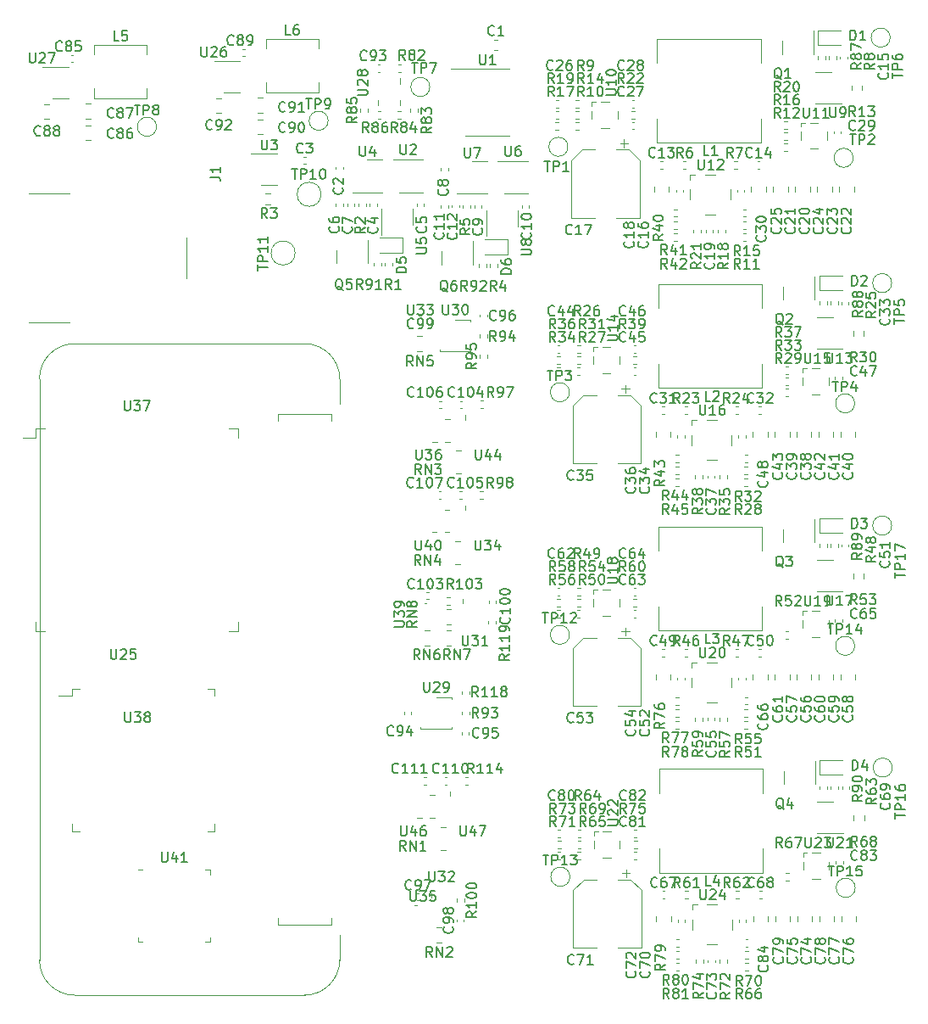
<source format=gbr>
%TF.GenerationSoftware,KiCad,Pcbnew,7.0.9*%
%TF.CreationDate,2024-01-29T23:53:49+02:00*%
%TF.ProjectId,ESLGSU,45534c47-5355-42e6-9b69-6361645f7063,rev?*%
%TF.SameCoordinates,Original*%
%TF.FileFunction,Legend,Top*%
%TF.FilePolarity,Positive*%
%FSLAX46Y46*%
G04 Gerber Fmt 4.6, Leading zero omitted, Abs format (unit mm)*
G04 Created by KiCad (PCBNEW 7.0.9) date 2024-01-29 23:53:49*
%MOMM*%
%LPD*%
G01*
G04 APERTURE LIST*
%ADD10C,0.150000*%
%ADD11C,0.120000*%
G04 APERTURE END LIST*
D10*
X68222405Y-147485219D02*
X68222405Y-148294742D01*
X68222405Y-148294742D02*
X68270024Y-148389980D01*
X68270024Y-148389980D02*
X68317643Y-148437600D01*
X68317643Y-148437600D02*
X68412881Y-148485219D01*
X68412881Y-148485219D02*
X68603357Y-148485219D01*
X68603357Y-148485219D02*
X68698595Y-148437600D01*
X68698595Y-148437600D02*
X68746214Y-148389980D01*
X68746214Y-148389980D02*
X68793833Y-148294742D01*
X68793833Y-148294742D02*
X68793833Y-147485219D01*
X69698595Y-147818552D02*
X69698595Y-148485219D01*
X69460500Y-147437600D02*
X69222405Y-148151885D01*
X69222405Y-148151885D02*
X69841452Y-148151885D01*
X70746214Y-148485219D02*
X70174786Y-148485219D01*
X70460500Y-148485219D02*
X70460500Y-147485219D01*
X70460500Y-147485219D02*
X70365262Y-147628076D01*
X70365262Y-147628076D02*
X70270024Y-147723314D01*
X70270024Y-147723314D02*
X70174786Y-147770933D01*
X96320780Y-85682057D02*
X96368400Y-85729676D01*
X96368400Y-85729676D02*
X96416019Y-85872533D01*
X96416019Y-85872533D02*
X96416019Y-85967771D01*
X96416019Y-85967771D02*
X96368400Y-86110628D01*
X96368400Y-86110628D02*
X96273161Y-86205866D01*
X96273161Y-86205866D02*
X96177923Y-86253485D01*
X96177923Y-86253485D02*
X95987447Y-86301104D01*
X95987447Y-86301104D02*
X95844590Y-86301104D01*
X95844590Y-86301104D02*
X95654114Y-86253485D01*
X95654114Y-86253485D02*
X95558876Y-86205866D01*
X95558876Y-86205866D02*
X95463638Y-86110628D01*
X95463638Y-86110628D02*
X95416019Y-85967771D01*
X95416019Y-85967771D02*
X95416019Y-85872533D01*
X95416019Y-85872533D02*
X95463638Y-85729676D01*
X95463638Y-85729676D02*
X95511257Y-85682057D01*
X96416019Y-84729676D02*
X96416019Y-85301104D01*
X96416019Y-85015390D02*
X95416019Y-85015390D01*
X95416019Y-85015390D02*
X95558876Y-85110628D01*
X95558876Y-85110628D02*
X95654114Y-85205866D01*
X95654114Y-85205866D02*
X95701733Y-85301104D01*
X96416019Y-83777295D02*
X96416019Y-84348723D01*
X96416019Y-84063009D02*
X95416019Y-84063009D01*
X95416019Y-84063009D02*
X95558876Y-84158247D01*
X95558876Y-84158247D02*
X95654114Y-84253485D01*
X95654114Y-84253485D02*
X95701733Y-84348723D01*
X100181580Y-85256666D02*
X100229200Y-85304285D01*
X100229200Y-85304285D02*
X100276819Y-85447142D01*
X100276819Y-85447142D02*
X100276819Y-85542380D01*
X100276819Y-85542380D02*
X100229200Y-85685237D01*
X100229200Y-85685237D02*
X100133961Y-85780475D01*
X100133961Y-85780475D02*
X100038723Y-85828094D01*
X100038723Y-85828094D02*
X99848247Y-85875713D01*
X99848247Y-85875713D02*
X99705390Y-85875713D01*
X99705390Y-85875713D02*
X99514914Y-85828094D01*
X99514914Y-85828094D02*
X99419676Y-85780475D01*
X99419676Y-85780475D02*
X99324438Y-85685237D01*
X99324438Y-85685237D02*
X99276819Y-85542380D01*
X99276819Y-85542380D02*
X99276819Y-85447142D01*
X99276819Y-85447142D02*
X99324438Y-85304285D01*
X99324438Y-85304285D02*
X99372057Y-85256666D01*
X100276819Y-84780475D02*
X100276819Y-84589999D01*
X100276819Y-84589999D02*
X100229200Y-84494761D01*
X100229200Y-84494761D02*
X100181580Y-84447142D01*
X100181580Y-84447142D02*
X100038723Y-84351904D01*
X100038723Y-84351904D02*
X99848247Y-84304285D01*
X99848247Y-84304285D02*
X99467295Y-84304285D01*
X99467295Y-84304285D02*
X99372057Y-84351904D01*
X99372057Y-84351904D02*
X99324438Y-84399523D01*
X99324438Y-84399523D02*
X99276819Y-84494761D01*
X99276819Y-84494761D02*
X99276819Y-84685237D01*
X99276819Y-84685237D02*
X99324438Y-84780475D01*
X99324438Y-84780475D02*
X99372057Y-84828094D01*
X99372057Y-84828094D02*
X99467295Y-84875713D01*
X99467295Y-84875713D02*
X99705390Y-84875713D01*
X99705390Y-84875713D02*
X99800628Y-84828094D01*
X99800628Y-84828094D02*
X99848247Y-84780475D01*
X99848247Y-84780475D02*
X99895866Y-84685237D01*
X99895866Y-84685237D02*
X99895866Y-84494761D01*
X99895866Y-84494761D02*
X99848247Y-84399523D01*
X99848247Y-84399523D02*
X99800628Y-84351904D01*
X99800628Y-84351904D02*
X99705390Y-84304285D01*
X99006819Y-85256666D02*
X98530628Y-85589999D01*
X99006819Y-85828094D02*
X98006819Y-85828094D01*
X98006819Y-85828094D02*
X98006819Y-85447142D01*
X98006819Y-85447142D02*
X98054438Y-85351904D01*
X98054438Y-85351904D02*
X98102057Y-85304285D01*
X98102057Y-85304285D02*
X98197295Y-85256666D01*
X98197295Y-85256666D02*
X98340152Y-85256666D01*
X98340152Y-85256666D02*
X98435390Y-85304285D01*
X98435390Y-85304285D02*
X98483009Y-85351904D01*
X98483009Y-85351904D02*
X98530628Y-85447142D01*
X98530628Y-85447142D02*
X98530628Y-85828094D01*
X98006819Y-84351904D02*
X98006819Y-84828094D01*
X98006819Y-84828094D02*
X98483009Y-84875713D01*
X98483009Y-84875713D02*
X98435390Y-84828094D01*
X98435390Y-84828094D02*
X98387771Y-84732856D01*
X98387771Y-84732856D02*
X98387771Y-84494761D01*
X98387771Y-84494761D02*
X98435390Y-84399523D01*
X98435390Y-84399523D02*
X98483009Y-84351904D01*
X98483009Y-84351904D02*
X98578247Y-84304285D01*
X98578247Y-84304285D02*
X98816342Y-84304285D01*
X98816342Y-84304285D02*
X98911580Y-84351904D01*
X98911580Y-84351904D02*
X98959200Y-84399523D01*
X98959200Y-84399523D02*
X99006819Y-84494761D01*
X99006819Y-84494761D02*
X99006819Y-84732856D01*
X99006819Y-84732856D02*
X98959200Y-84828094D01*
X98959200Y-84828094D02*
X98911580Y-84875713D01*
X105058380Y-85682057D02*
X105106000Y-85729676D01*
X105106000Y-85729676D02*
X105153619Y-85872533D01*
X105153619Y-85872533D02*
X105153619Y-85967771D01*
X105153619Y-85967771D02*
X105106000Y-86110628D01*
X105106000Y-86110628D02*
X105010761Y-86205866D01*
X105010761Y-86205866D02*
X104915523Y-86253485D01*
X104915523Y-86253485D02*
X104725047Y-86301104D01*
X104725047Y-86301104D02*
X104582190Y-86301104D01*
X104582190Y-86301104D02*
X104391714Y-86253485D01*
X104391714Y-86253485D02*
X104296476Y-86205866D01*
X104296476Y-86205866D02*
X104201238Y-86110628D01*
X104201238Y-86110628D02*
X104153619Y-85967771D01*
X104153619Y-85967771D02*
X104153619Y-85872533D01*
X104153619Y-85872533D02*
X104201238Y-85729676D01*
X104201238Y-85729676D02*
X104248857Y-85682057D01*
X105153619Y-84729676D02*
X105153619Y-85301104D01*
X105153619Y-85015390D02*
X104153619Y-85015390D01*
X104153619Y-85015390D02*
X104296476Y-85110628D01*
X104296476Y-85110628D02*
X104391714Y-85205866D01*
X104391714Y-85205866D02*
X104439333Y-85301104D01*
X104153619Y-84110628D02*
X104153619Y-84015390D01*
X104153619Y-84015390D02*
X104201238Y-83920152D01*
X104201238Y-83920152D02*
X104248857Y-83872533D01*
X104248857Y-83872533D02*
X104344095Y-83824914D01*
X104344095Y-83824914D02*
X104534571Y-83777295D01*
X104534571Y-83777295D02*
X104772666Y-83777295D01*
X104772666Y-83777295D02*
X104963142Y-83824914D01*
X104963142Y-83824914D02*
X105058380Y-83872533D01*
X105058380Y-83872533D02*
X105106000Y-83920152D01*
X105106000Y-83920152D02*
X105153619Y-84015390D01*
X105153619Y-84015390D02*
X105153619Y-84110628D01*
X105153619Y-84110628D02*
X105106000Y-84205866D01*
X105106000Y-84205866D02*
X105058380Y-84253485D01*
X105058380Y-84253485D02*
X104963142Y-84301104D01*
X104963142Y-84301104D02*
X104772666Y-84348723D01*
X104772666Y-84348723D02*
X104534571Y-84348723D01*
X104534571Y-84348723D02*
X104344095Y-84301104D01*
X104344095Y-84301104D02*
X104248857Y-84253485D01*
X104248857Y-84253485D02*
X104201238Y-84205866D01*
X104201238Y-84205866D02*
X104153619Y-84110628D01*
X101651733Y-91450019D02*
X101318400Y-90973828D01*
X101080305Y-91450019D02*
X101080305Y-90450019D01*
X101080305Y-90450019D02*
X101461257Y-90450019D01*
X101461257Y-90450019D02*
X101556495Y-90497638D01*
X101556495Y-90497638D02*
X101604114Y-90545257D01*
X101604114Y-90545257D02*
X101651733Y-90640495D01*
X101651733Y-90640495D02*
X101651733Y-90783352D01*
X101651733Y-90783352D02*
X101604114Y-90878590D01*
X101604114Y-90878590D02*
X101556495Y-90926209D01*
X101556495Y-90926209D02*
X101461257Y-90973828D01*
X101461257Y-90973828D02*
X101080305Y-90973828D01*
X102508876Y-90783352D02*
X102508876Y-91450019D01*
X102270781Y-90402400D02*
X102032686Y-91116685D01*
X102032686Y-91116685D02*
X102651733Y-91116685D01*
X96795561Y-91545257D02*
X96700323Y-91497638D01*
X96700323Y-91497638D02*
X96605085Y-91402400D01*
X96605085Y-91402400D02*
X96462228Y-91259542D01*
X96462228Y-91259542D02*
X96366990Y-91211923D01*
X96366990Y-91211923D02*
X96271752Y-91211923D01*
X96319371Y-91450019D02*
X96224133Y-91402400D01*
X96224133Y-91402400D02*
X96128895Y-91307161D01*
X96128895Y-91307161D02*
X96081276Y-91116685D01*
X96081276Y-91116685D02*
X96081276Y-90783352D01*
X96081276Y-90783352D02*
X96128895Y-90592876D01*
X96128895Y-90592876D02*
X96224133Y-90497638D01*
X96224133Y-90497638D02*
X96319371Y-90450019D01*
X96319371Y-90450019D02*
X96509847Y-90450019D01*
X96509847Y-90450019D02*
X96605085Y-90497638D01*
X96605085Y-90497638D02*
X96700323Y-90592876D01*
X96700323Y-90592876D02*
X96747942Y-90783352D01*
X96747942Y-90783352D02*
X96747942Y-91116685D01*
X96747942Y-91116685D02*
X96700323Y-91307161D01*
X96700323Y-91307161D02*
X96605085Y-91402400D01*
X96605085Y-91402400D02*
X96509847Y-91450019D01*
X96509847Y-91450019D02*
X96319371Y-91450019D01*
X97605085Y-90450019D02*
X97414609Y-90450019D01*
X97414609Y-90450019D02*
X97319371Y-90497638D01*
X97319371Y-90497638D02*
X97271752Y-90545257D01*
X97271752Y-90545257D02*
X97176514Y-90688114D01*
X97176514Y-90688114D02*
X97128895Y-90878590D01*
X97128895Y-90878590D02*
X97128895Y-91259542D01*
X97128895Y-91259542D02*
X97176514Y-91354780D01*
X97176514Y-91354780D02*
X97224133Y-91402400D01*
X97224133Y-91402400D02*
X97319371Y-91450019D01*
X97319371Y-91450019D02*
X97509847Y-91450019D01*
X97509847Y-91450019D02*
X97605085Y-91402400D01*
X97605085Y-91402400D02*
X97652704Y-91354780D01*
X97652704Y-91354780D02*
X97700323Y-91259542D01*
X97700323Y-91259542D02*
X97700323Y-91021447D01*
X97700323Y-91021447D02*
X97652704Y-90926209D01*
X97652704Y-90926209D02*
X97605085Y-90878590D01*
X97605085Y-90878590D02*
X97509847Y-90830971D01*
X97509847Y-90830971D02*
X97319371Y-90830971D01*
X97319371Y-90830971D02*
X97224133Y-90878590D01*
X97224133Y-90878590D02*
X97176514Y-90926209D01*
X97176514Y-90926209D02*
X97128895Y-91021447D01*
X97641580Y-85710057D02*
X97689200Y-85757676D01*
X97689200Y-85757676D02*
X97736819Y-85900533D01*
X97736819Y-85900533D02*
X97736819Y-85995771D01*
X97736819Y-85995771D02*
X97689200Y-86138628D01*
X97689200Y-86138628D02*
X97593961Y-86233866D01*
X97593961Y-86233866D02*
X97498723Y-86281485D01*
X97498723Y-86281485D02*
X97308247Y-86329104D01*
X97308247Y-86329104D02*
X97165390Y-86329104D01*
X97165390Y-86329104D02*
X96974914Y-86281485D01*
X96974914Y-86281485D02*
X96879676Y-86233866D01*
X96879676Y-86233866D02*
X96784438Y-86138628D01*
X96784438Y-86138628D02*
X96736819Y-85995771D01*
X96736819Y-85995771D02*
X96736819Y-85900533D01*
X96736819Y-85900533D02*
X96784438Y-85757676D01*
X96784438Y-85757676D02*
X96832057Y-85710057D01*
X97736819Y-84757676D02*
X97736819Y-85329104D01*
X97736819Y-85043390D02*
X96736819Y-85043390D01*
X96736819Y-85043390D02*
X96879676Y-85138628D01*
X96879676Y-85138628D02*
X96974914Y-85233866D01*
X96974914Y-85233866D02*
X97022533Y-85329104D01*
X96832057Y-84376723D02*
X96784438Y-84329104D01*
X96784438Y-84329104D02*
X96736819Y-84233866D01*
X96736819Y-84233866D02*
X96736819Y-83995771D01*
X96736819Y-83995771D02*
X96784438Y-83900533D01*
X96784438Y-83900533D02*
X96832057Y-83852914D01*
X96832057Y-83852914D02*
X96927295Y-83805295D01*
X96927295Y-83805295D02*
X97022533Y-83805295D01*
X97022533Y-83805295D02*
X97165390Y-83852914D01*
X97165390Y-83852914D02*
X97736819Y-84424342D01*
X97736819Y-84424342D02*
X97736819Y-83805295D01*
X98737142Y-91450019D02*
X98403809Y-90973828D01*
X98165714Y-91450019D02*
X98165714Y-90450019D01*
X98165714Y-90450019D02*
X98546666Y-90450019D01*
X98546666Y-90450019D02*
X98641904Y-90497638D01*
X98641904Y-90497638D02*
X98689523Y-90545257D01*
X98689523Y-90545257D02*
X98737142Y-90640495D01*
X98737142Y-90640495D02*
X98737142Y-90783352D01*
X98737142Y-90783352D02*
X98689523Y-90878590D01*
X98689523Y-90878590D02*
X98641904Y-90926209D01*
X98641904Y-90926209D02*
X98546666Y-90973828D01*
X98546666Y-90973828D02*
X98165714Y-90973828D01*
X99213333Y-91450019D02*
X99403809Y-91450019D01*
X99403809Y-91450019D02*
X99499047Y-91402400D01*
X99499047Y-91402400D02*
X99546666Y-91354780D01*
X99546666Y-91354780D02*
X99641904Y-91211923D01*
X99641904Y-91211923D02*
X99689523Y-91021447D01*
X99689523Y-91021447D02*
X99689523Y-90640495D01*
X99689523Y-90640495D02*
X99641904Y-90545257D01*
X99641904Y-90545257D02*
X99594285Y-90497638D01*
X99594285Y-90497638D02*
X99499047Y-90450019D01*
X99499047Y-90450019D02*
X99308571Y-90450019D01*
X99308571Y-90450019D02*
X99213333Y-90497638D01*
X99213333Y-90497638D02*
X99165714Y-90545257D01*
X99165714Y-90545257D02*
X99118095Y-90640495D01*
X99118095Y-90640495D02*
X99118095Y-90878590D01*
X99118095Y-90878590D02*
X99165714Y-90973828D01*
X99165714Y-90973828D02*
X99213333Y-91021447D01*
X99213333Y-91021447D02*
X99308571Y-91069066D01*
X99308571Y-91069066D02*
X99499047Y-91069066D01*
X99499047Y-91069066D02*
X99594285Y-91021447D01*
X99594285Y-91021447D02*
X99641904Y-90973828D01*
X99641904Y-90973828D02*
X99689523Y-90878590D01*
X100070476Y-90545257D02*
X100118095Y-90497638D01*
X100118095Y-90497638D02*
X100213333Y-90450019D01*
X100213333Y-90450019D02*
X100451428Y-90450019D01*
X100451428Y-90450019D02*
X100546666Y-90497638D01*
X100546666Y-90497638D02*
X100594285Y-90545257D01*
X100594285Y-90545257D02*
X100641904Y-90640495D01*
X100641904Y-90640495D02*
X100641904Y-90735733D01*
X100641904Y-90735733D02*
X100594285Y-90878590D01*
X100594285Y-90878590D02*
X100022857Y-91450019D01*
X100022857Y-91450019D02*
X100641904Y-91450019D01*
X104153619Y-87883904D02*
X104963142Y-87883904D01*
X104963142Y-87883904D02*
X105058380Y-87836285D01*
X105058380Y-87836285D02*
X105106000Y-87788666D01*
X105106000Y-87788666D02*
X105153619Y-87693428D01*
X105153619Y-87693428D02*
X105153619Y-87502952D01*
X105153619Y-87502952D02*
X105106000Y-87407714D01*
X105106000Y-87407714D02*
X105058380Y-87360095D01*
X105058380Y-87360095D02*
X104963142Y-87312476D01*
X104963142Y-87312476D02*
X104153619Y-87312476D01*
X104582190Y-86693428D02*
X104534571Y-86788666D01*
X104534571Y-86788666D02*
X104486952Y-86836285D01*
X104486952Y-86836285D02*
X104391714Y-86883904D01*
X104391714Y-86883904D02*
X104344095Y-86883904D01*
X104344095Y-86883904D02*
X104248857Y-86836285D01*
X104248857Y-86836285D02*
X104201238Y-86788666D01*
X104201238Y-86788666D02*
X104153619Y-86693428D01*
X104153619Y-86693428D02*
X104153619Y-86502952D01*
X104153619Y-86502952D02*
X104201238Y-86407714D01*
X104201238Y-86407714D02*
X104248857Y-86360095D01*
X104248857Y-86360095D02*
X104344095Y-86312476D01*
X104344095Y-86312476D02*
X104391714Y-86312476D01*
X104391714Y-86312476D02*
X104486952Y-86360095D01*
X104486952Y-86360095D02*
X104534571Y-86407714D01*
X104534571Y-86407714D02*
X104582190Y-86502952D01*
X104582190Y-86502952D02*
X104582190Y-86693428D01*
X104582190Y-86693428D02*
X104629809Y-86788666D01*
X104629809Y-86788666D02*
X104677428Y-86836285D01*
X104677428Y-86836285D02*
X104772666Y-86883904D01*
X104772666Y-86883904D02*
X104963142Y-86883904D01*
X104963142Y-86883904D02*
X105058380Y-86836285D01*
X105058380Y-86836285D02*
X105106000Y-86788666D01*
X105106000Y-86788666D02*
X105153619Y-86693428D01*
X105153619Y-86693428D02*
X105153619Y-86502952D01*
X105153619Y-86502952D02*
X105106000Y-86407714D01*
X105106000Y-86407714D02*
X105058380Y-86360095D01*
X105058380Y-86360095D02*
X104963142Y-86312476D01*
X104963142Y-86312476D02*
X104772666Y-86312476D01*
X104772666Y-86312476D02*
X104677428Y-86360095D01*
X104677428Y-86360095D02*
X104629809Y-86407714D01*
X104629809Y-86407714D02*
X104582190Y-86502952D01*
X102538695Y-77008419D02*
X102538695Y-77817942D01*
X102538695Y-77817942D02*
X102586314Y-77913180D01*
X102586314Y-77913180D02*
X102633933Y-77960800D01*
X102633933Y-77960800D02*
X102729171Y-78008419D01*
X102729171Y-78008419D02*
X102919647Y-78008419D01*
X102919647Y-78008419D02*
X103014885Y-77960800D01*
X103014885Y-77960800D02*
X103062504Y-77913180D01*
X103062504Y-77913180D02*
X103110123Y-77817942D01*
X103110123Y-77817942D02*
X103110123Y-77008419D01*
X104014885Y-77008419D02*
X103824409Y-77008419D01*
X103824409Y-77008419D02*
X103729171Y-77056038D01*
X103729171Y-77056038D02*
X103681552Y-77103657D01*
X103681552Y-77103657D02*
X103586314Y-77246514D01*
X103586314Y-77246514D02*
X103538695Y-77436990D01*
X103538695Y-77436990D02*
X103538695Y-77817942D01*
X103538695Y-77817942D02*
X103586314Y-77913180D01*
X103586314Y-77913180D02*
X103633933Y-77960800D01*
X103633933Y-77960800D02*
X103729171Y-78008419D01*
X103729171Y-78008419D02*
X103919647Y-78008419D01*
X103919647Y-78008419D02*
X104014885Y-77960800D01*
X104014885Y-77960800D02*
X104062504Y-77913180D01*
X104062504Y-77913180D02*
X104110123Y-77817942D01*
X104110123Y-77817942D02*
X104110123Y-77579847D01*
X104110123Y-77579847D02*
X104062504Y-77484609D01*
X104062504Y-77484609D02*
X104014885Y-77436990D01*
X104014885Y-77436990D02*
X103919647Y-77389371D01*
X103919647Y-77389371D02*
X103729171Y-77389371D01*
X103729171Y-77389371D02*
X103633933Y-77436990D01*
X103633933Y-77436990D02*
X103586314Y-77484609D01*
X103586314Y-77484609D02*
X103538695Y-77579847D01*
X103136819Y-89802894D02*
X102136819Y-89802894D01*
X102136819Y-89802894D02*
X102136819Y-89564799D01*
X102136819Y-89564799D02*
X102184438Y-89421942D01*
X102184438Y-89421942D02*
X102279676Y-89326704D01*
X102279676Y-89326704D02*
X102374914Y-89279085D01*
X102374914Y-89279085D02*
X102565390Y-89231466D01*
X102565390Y-89231466D02*
X102708247Y-89231466D01*
X102708247Y-89231466D02*
X102898723Y-89279085D01*
X102898723Y-89279085D02*
X102993961Y-89326704D01*
X102993961Y-89326704D02*
X103089200Y-89421942D01*
X103089200Y-89421942D02*
X103136819Y-89564799D01*
X103136819Y-89564799D02*
X103136819Y-89802894D01*
X102136819Y-88374323D02*
X102136819Y-88564799D01*
X102136819Y-88564799D02*
X102184438Y-88660037D01*
X102184438Y-88660037D02*
X102232057Y-88707656D01*
X102232057Y-88707656D02*
X102374914Y-88802894D01*
X102374914Y-88802894D02*
X102565390Y-88850513D01*
X102565390Y-88850513D02*
X102946342Y-88850513D01*
X102946342Y-88850513D02*
X103041580Y-88802894D01*
X103041580Y-88802894D02*
X103089200Y-88755275D01*
X103089200Y-88755275D02*
X103136819Y-88660037D01*
X103136819Y-88660037D02*
X103136819Y-88469561D01*
X103136819Y-88469561D02*
X103089200Y-88374323D01*
X103089200Y-88374323D02*
X103041580Y-88326704D01*
X103041580Y-88326704D02*
X102946342Y-88279085D01*
X102946342Y-88279085D02*
X102708247Y-88279085D01*
X102708247Y-88279085D02*
X102613009Y-88326704D01*
X102613009Y-88326704D02*
X102565390Y-88374323D01*
X102565390Y-88374323D02*
X102517771Y-88469561D01*
X102517771Y-88469561D02*
X102517771Y-88660037D01*
X102517771Y-88660037D02*
X102565390Y-88755275D01*
X102565390Y-88755275D02*
X102613009Y-88802894D01*
X102613009Y-88802894D02*
X102708247Y-88850513D01*
X96727180Y-81345066D02*
X96774800Y-81392685D01*
X96774800Y-81392685D02*
X96822419Y-81535542D01*
X96822419Y-81535542D02*
X96822419Y-81630780D01*
X96822419Y-81630780D02*
X96774800Y-81773637D01*
X96774800Y-81773637D02*
X96679561Y-81868875D01*
X96679561Y-81868875D02*
X96584323Y-81916494D01*
X96584323Y-81916494D02*
X96393847Y-81964113D01*
X96393847Y-81964113D02*
X96250990Y-81964113D01*
X96250990Y-81964113D02*
X96060514Y-81916494D01*
X96060514Y-81916494D02*
X95965276Y-81868875D01*
X95965276Y-81868875D02*
X95870038Y-81773637D01*
X95870038Y-81773637D02*
X95822419Y-81630780D01*
X95822419Y-81630780D02*
X95822419Y-81535542D01*
X95822419Y-81535542D02*
X95870038Y-81392685D01*
X95870038Y-81392685D02*
X95917657Y-81345066D01*
X96250990Y-80773637D02*
X96203371Y-80868875D01*
X96203371Y-80868875D02*
X96155752Y-80916494D01*
X96155752Y-80916494D02*
X96060514Y-80964113D01*
X96060514Y-80964113D02*
X96012895Y-80964113D01*
X96012895Y-80964113D02*
X95917657Y-80916494D01*
X95917657Y-80916494D02*
X95870038Y-80868875D01*
X95870038Y-80868875D02*
X95822419Y-80773637D01*
X95822419Y-80773637D02*
X95822419Y-80583161D01*
X95822419Y-80583161D02*
X95870038Y-80487923D01*
X95870038Y-80487923D02*
X95917657Y-80440304D01*
X95917657Y-80440304D02*
X96012895Y-80392685D01*
X96012895Y-80392685D02*
X96060514Y-80392685D01*
X96060514Y-80392685D02*
X96155752Y-80440304D01*
X96155752Y-80440304D02*
X96203371Y-80487923D01*
X96203371Y-80487923D02*
X96250990Y-80583161D01*
X96250990Y-80583161D02*
X96250990Y-80773637D01*
X96250990Y-80773637D02*
X96298609Y-80868875D01*
X96298609Y-80868875D02*
X96346228Y-80916494D01*
X96346228Y-80916494D02*
X96441466Y-80964113D01*
X96441466Y-80964113D02*
X96631942Y-80964113D01*
X96631942Y-80964113D02*
X96727180Y-80916494D01*
X96727180Y-80916494D02*
X96774800Y-80868875D01*
X96774800Y-80868875D02*
X96822419Y-80773637D01*
X96822419Y-80773637D02*
X96822419Y-80583161D01*
X96822419Y-80583161D02*
X96774800Y-80487923D01*
X96774800Y-80487923D02*
X96727180Y-80440304D01*
X96727180Y-80440304D02*
X96631942Y-80392685D01*
X96631942Y-80392685D02*
X96441466Y-80392685D01*
X96441466Y-80392685D02*
X96346228Y-80440304D01*
X96346228Y-80440304D02*
X96298609Y-80487923D01*
X96298609Y-80487923D02*
X96250990Y-80583161D01*
X98478095Y-77174619D02*
X98478095Y-77984142D01*
X98478095Y-77984142D02*
X98525714Y-78079380D01*
X98525714Y-78079380D02*
X98573333Y-78127000D01*
X98573333Y-78127000D02*
X98668571Y-78174619D01*
X98668571Y-78174619D02*
X98859047Y-78174619D01*
X98859047Y-78174619D02*
X98954285Y-78127000D01*
X98954285Y-78127000D02*
X99001904Y-78079380D01*
X99001904Y-78079380D02*
X99049523Y-77984142D01*
X99049523Y-77984142D02*
X99049523Y-77174619D01*
X99430476Y-77174619D02*
X100097142Y-77174619D01*
X100097142Y-77174619D02*
X99668571Y-78174619D01*
X80557142Y-73509580D02*
X80509523Y-73557200D01*
X80509523Y-73557200D02*
X80366666Y-73604819D01*
X80366666Y-73604819D02*
X80271428Y-73604819D01*
X80271428Y-73604819D02*
X80128571Y-73557200D01*
X80128571Y-73557200D02*
X80033333Y-73461961D01*
X80033333Y-73461961D02*
X79985714Y-73366723D01*
X79985714Y-73366723D02*
X79938095Y-73176247D01*
X79938095Y-73176247D02*
X79938095Y-73033390D01*
X79938095Y-73033390D02*
X79985714Y-72842914D01*
X79985714Y-72842914D02*
X80033333Y-72747676D01*
X80033333Y-72747676D02*
X80128571Y-72652438D01*
X80128571Y-72652438D02*
X80271428Y-72604819D01*
X80271428Y-72604819D02*
X80366666Y-72604819D01*
X80366666Y-72604819D02*
X80509523Y-72652438D01*
X80509523Y-72652438D02*
X80557142Y-72700057D01*
X81033333Y-73604819D02*
X81223809Y-73604819D01*
X81223809Y-73604819D02*
X81319047Y-73557200D01*
X81319047Y-73557200D02*
X81366666Y-73509580D01*
X81366666Y-73509580D02*
X81461904Y-73366723D01*
X81461904Y-73366723D02*
X81509523Y-73176247D01*
X81509523Y-73176247D02*
X81509523Y-72795295D01*
X81509523Y-72795295D02*
X81461904Y-72700057D01*
X81461904Y-72700057D02*
X81414285Y-72652438D01*
X81414285Y-72652438D02*
X81319047Y-72604819D01*
X81319047Y-72604819D02*
X81128571Y-72604819D01*
X81128571Y-72604819D02*
X81033333Y-72652438D01*
X81033333Y-72652438D02*
X80985714Y-72700057D01*
X80985714Y-72700057D02*
X80938095Y-72795295D01*
X80938095Y-72795295D02*
X80938095Y-73033390D01*
X80938095Y-73033390D02*
X80985714Y-73128628D01*
X80985714Y-73128628D02*
X81033333Y-73176247D01*
X81033333Y-73176247D02*
X81128571Y-73223866D01*
X81128571Y-73223866D02*
X81319047Y-73223866D01*
X81319047Y-73223866D02*
X81414285Y-73176247D01*
X81414285Y-73176247D02*
X81461904Y-73128628D01*
X81461904Y-73128628D02*
X81509523Y-73033390D01*
X82461904Y-73604819D02*
X81890476Y-73604819D01*
X82176190Y-73604819D02*
X82176190Y-72604819D01*
X82176190Y-72604819D02*
X82080952Y-72747676D01*
X82080952Y-72747676D02*
X81985714Y-72842914D01*
X81985714Y-72842914D02*
X81890476Y-72890533D01*
X137507142Y-74054819D02*
X137173809Y-73578628D01*
X136935714Y-74054819D02*
X136935714Y-73054819D01*
X136935714Y-73054819D02*
X137316666Y-73054819D01*
X137316666Y-73054819D02*
X137411904Y-73102438D01*
X137411904Y-73102438D02*
X137459523Y-73150057D01*
X137459523Y-73150057D02*
X137507142Y-73245295D01*
X137507142Y-73245295D02*
X137507142Y-73388152D01*
X137507142Y-73388152D02*
X137459523Y-73483390D01*
X137459523Y-73483390D02*
X137411904Y-73531009D01*
X137411904Y-73531009D02*
X137316666Y-73578628D01*
X137316666Y-73578628D02*
X136935714Y-73578628D01*
X138459523Y-74054819D02*
X137888095Y-74054819D01*
X138173809Y-74054819D02*
X138173809Y-73054819D01*
X138173809Y-73054819D02*
X138078571Y-73197676D01*
X138078571Y-73197676D02*
X137983333Y-73292914D01*
X137983333Y-73292914D02*
X137888095Y-73340533D01*
X138792857Y-73054819D02*
X139411904Y-73054819D01*
X139411904Y-73054819D02*
X139078571Y-73435771D01*
X139078571Y-73435771D02*
X139221428Y-73435771D01*
X139221428Y-73435771D02*
X139316666Y-73483390D01*
X139316666Y-73483390D02*
X139364285Y-73531009D01*
X139364285Y-73531009D02*
X139411904Y-73626247D01*
X139411904Y-73626247D02*
X139411904Y-73864342D01*
X139411904Y-73864342D02*
X139364285Y-73959580D01*
X139364285Y-73959580D02*
X139316666Y-74007200D01*
X139316666Y-74007200D02*
X139221428Y-74054819D01*
X139221428Y-74054819D02*
X138935714Y-74054819D01*
X138935714Y-74054819D02*
X138840476Y-74007200D01*
X138840476Y-74007200D02*
X138792857Y-73959580D01*
X141214819Y-70261904D02*
X141214819Y-69690476D01*
X142214819Y-69976190D02*
X141214819Y-69976190D01*
X142214819Y-69357142D02*
X141214819Y-69357142D01*
X141214819Y-69357142D02*
X141214819Y-68976190D01*
X141214819Y-68976190D02*
X141262438Y-68880952D01*
X141262438Y-68880952D02*
X141310057Y-68833333D01*
X141310057Y-68833333D02*
X141405295Y-68785714D01*
X141405295Y-68785714D02*
X141548152Y-68785714D01*
X141548152Y-68785714D02*
X141643390Y-68833333D01*
X141643390Y-68833333D02*
X141691009Y-68880952D01*
X141691009Y-68880952D02*
X141738628Y-68976190D01*
X141738628Y-68976190D02*
X141738628Y-69357142D01*
X141214819Y-67928571D02*
X141214819Y-68119047D01*
X141214819Y-68119047D02*
X141262438Y-68214285D01*
X141262438Y-68214285D02*
X141310057Y-68261904D01*
X141310057Y-68261904D02*
X141452914Y-68357142D01*
X141452914Y-68357142D02*
X141643390Y-68404761D01*
X141643390Y-68404761D02*
X142024342Y-68404761D01*
X142024342Y-68404761D02*
X142119580Y-68357142D01*
X142119580Y-68357142D02*
X142167200Y-68309523D01*
X142167200Y-68309523D02*
X142214819Y-68214285D01*
X142214819Y-68214285D02*
X142214819Y-68023809D01*
X142214819Y-68023809D02*
X142167200Y-67928571D01*
X142167200Y-67928571D02*
X142119580Y-67880952D01*
X142119580Y-67880952D02*
X142024342Y-67833333D01*
X142024342Y-67833333D02*
X141786247Y-67833333D01*
X141786247Y-67833333D02*
X141691009Y-67880952D01*
X141691009Y-67880952D02*
X141643390Y-67928571D01*
X141643390Y-67928571D02*
X141595771Y-68023809D01*
X141595771Y-68023809D02*
X141595771Y-68214285D01*
X141595771Y-68214285D02*
X141643390Y-68309523D01*
X141643390Y-68309523D02*
X141691009Y-68357142D01*
X141691009Y-68357142D02*
X141786247Y-68404761D01*
X140859580Y-118442857D02*
X140907200Y-118490476D01*
X140907200Y-118490476D02*
X140954819Y-118633333D01*
X140954819Y-118633333D02*
X140954819Y-118728571D01*
X140954819Y-118728571D02*
X140907200Y-118871428D01*
X140907200Y-118871428D02*
X140811961Y-118966666D01*
X140811961Y-118966666D02*
X140716723Y-119014285D01*
X140716723Y-119014285D02*
X140526247Y-119061904D01*
X140526247Y-119061904D02*
X140383390Y-119061904D01*
X140383390Y-119061904D02*
X140192914Y-119014285D01*
X140192914Y-119014285D02*
X140097676Y-118966666D01*
X140097676Y-118966666D02*
X140002438Y-118871428D01*
X140002438Y-118871428D02*
X139954819Y-118728571D01*
X139954819Y-118728571D02*
X139954819Y-118633333D01*
X139954819Y-118633333D02*
X140002438Y-118490476D01*
X140002438Y-118490476D02*
X140050057Y-118442857D01*
X139954819Y-117538095D02*
X139954819Y-118014285D01*
X139954819Y-118014285D02*
X140431009Y-118061904D01*
X140431009Y-118061904D02*
X140383390Y-118014285D01*
X140383390Y-118014285D02*
X140335771Y-117919047D01*
X140335771Y-117919047D02*
X140335771Y-117680952D01*
X140335771Y-117680952D02*
X140383390Y-117585714D01*
X140383390Y-117585714D02*
X140431009Y-117538095D01*
X140431009Y-117538095D02*
X140526247Y-117490476D01*
X140526247Y-117490476D02*
X140764342Y-117490476D01*
X140764342Y-117490476D02*
X140859580Y-117538095D01*
X140859580Y-117538095D02*
X140907200Y-117585714D01*
X140907200Y-117585714D02*
X140954819Y-117680952D01*
X140954819Y-117680952D02*
X140954819Y-117919047D01*
X140954819Y-117919047D02*
X140907200Y-118014285D01*
X140907200Y-118014285D02*
X140859580Y-118061904D01*
X140954819Y-116538095D02*
X140954819Y-117109523D01*
X140954819Y-116823809D02*
X139954819Y-116823809D01*
X139954819Y-116823809D02*
X140097676Y-116919047D01*
X140097676Y-116919047D02*
X140192914Y-117014285D01*
X140192914Y-117014285D02*
X140240533Y-117109523D01*
X63125505Y-127216819D02*
X63125505Y-128026342D01*
X63125505Y-128026342D02*
X63173124Y-128121580D01*
X63173124Y-128121580D02*
X63220743Y-128169200D01*
X63220743Y-128169200D02*
X63315981Y-128216819D01*
X63315981Y-128216819D02*
X63506457Y-128216819D01*
X63506457Y-128216819D02*
X63601695Y-128169200D01*
X63601695Y-128169200D02*
X63649314Y-128121580D01*
X63649314Y-128121580D02*
X63696933Y-128026342D01*
X63696933Y-128026342D02*
X63696933Y-127216819D01*
X64125505Y-127312057D02*
X64173124Y-127264438D01*
X64173124Y-127264438D02*
X64268362Y-127216819D01*
X64268362Y-127216819D02*
X64506457Y-127216819D01*
X64506457Y-127216819D02*
X64601695Y-127264438D01*
X64601695Y-127264438D02*
X64649314Y-127312057D01*
X64649314Y-127312057D02*
X64696933Y-127407295D01*
X64696933Y-127407295D02*
X64696933Y-127502533D01*
X64696933Y-127502533D02*
X64649314Y-127645390D01*
X64649314Y-127645390D02*
X64077886Y-128216819D01*
X64077886Y-128216819D02*
X64696933Y-128216819D01*
X65601695Y-127216819D02*
X65125505Y-127216819D01*
X65125505Y-127216819D02*
X65077886Y-127693009D01*
X65077886Y-127693009D02*
X65125505Y-127645390D01*
X65125505Y-127645390D02*
X65220743Y-127597771D01*
X65220743Y-127597771D02*
X65458838Y-127597771D01*
X65458838Y-127597771D02*
X65554076Y-127645390D01*
X65554076Y-127645390D02*
X65601695Y-127693009D01*
X65601695Y-127693009D02*
X65649314Y-127788247D01*
X65649314Y-127788247D02*
X65649314Y-128026342D01*
X65649314Y-128026342D02*
X65601695Y-128121580D01*
X65601695Y-128121580D02*
X65554076Y-128169200D01*
X65554076Y-128169200D02*
X65458838Y-128216819D01*
X65458838Y-128216819D02*
X65220743Y-128216819D01*
X65220743Y-128216819D02*
X65125505Y-128169200D01*
X65125505Y-128169200D02*
X65077886Y-128121580D01*
X132959580Y-109642857D02*
X133007200Y-109690476D01*
X133007200Y-109690476D02*
X133054819Y-109833333D01*
X133054819Y-109833333D02*
X133054819Y-109928571D01*
X133054819Y-109928571D02*
X133007200Y-110071428D01*
X133007200Y-110071428D02*
X132911961Y-110166666D01*
X132911961Y-110166666D02*
X132816723Y-110214285D01*
X132816723Y-110214285D02*
X132626247Y-110261904D01*
X132626247Y-110261904D02*
X132483390Y-110261904D01*
X132483390Y-110261904D02*
X132292914Y-110214285D01*
X132292914Y-110214285D02*
X132197676Y-110166666D01*
X132197676Y-110166666D02*
X132102438Y-110071428D01*
X132102438Y-110071428D02*
X132054819Y-109928571D01*
X132054819Y-109928571D02*
X132054819Y-109833333D01*
X132054819Y-109833333D02*
X132102438Y-109690476D01*
X132102438Y-109690476D02*
X132150057Y-109642857D01*
X132054819Y-109309523D02*
X132054819Y-108690476D01*
X132054819Y-108690476D02*
X132435771Y-109023809D01*
X132435771Y-109023809D02*
X132435771Y-108880952D01*
X132435771Y-108880952D02*
X132483390Y-108785714D01*
X132483390Y-108785714D02*
X132531009Y-108738095D01*
X132531009Y-108738095D02*
X132626247Y-108690476D01*
X132626247Y-108690476D02*
X132864342Y-108690476D01*
X132864342Y-108690476D02*
X132959580Y-108738095D01*
X132959580Y-108738095D02*
X133007200Y-108785714D01*
X133007200Y-108785714D02*
X133054819Y-108880952D01*
X133054819Y-108880952D02*
X133054819Y-109166666D01*
X133054819Y-109166666D02*
X133007200Y-109261904D01*
X133007200Y-109261904D02*
X132959580Y-109309523D01*
X132483390Y-108119047D02*
X132435771Y-108214285D01*
X132435771Y-108214285D02*
X132388152Y-108261904D01*
X132388152Y-108261904D02*
X132292914Y-108309523D01*
X132292914Y-108309523D02*
X132245295Y-108309523D01*
X132245295Y-108309523D02*
X132150057Y-108261904D01*
X132150057Y-108261904D02*
X132102438Y-108214285D01*
X132102438Y-108214285D02*
X132054819Y-108119047D01*
X132054819Y-108119047D02*
X132054819Y-107928571D01*
X132054819Y-107928571D02*
X132102438Y-107833333D01*
X132102438Y-107833333D02*
X132150057Y-107785714D01*
X132150057Y-107785714D02*
X132245295Y-107738095D01*
X132245295Y-107738095D02*
X132292914Y-107738095D01*
X132292914Y-107738095D02*
X132388152Y-107785714D01*
X132388152Y-107785714D02*
X132435771Y-107833333D01*
X132435771Y-107833333D02*
X132483390Y-107928571D01*
X132483390Y-107928571D02*
X132483390Y-108119047D01*
X132483390Y-108119047D02*
X132531009Y-108214285D01*
X132531009Y-108214285D02*
X132578628Y-108261904D01*
X132578628Y-108261904D02*
X132673866Y-108309523D01*
X132673866Y-108309523D02*
X132864342Y-108309523D01*
X132864342Y-108309523D02*
X132959580Y-108261904D01*
X132959580Y-108261904D02*
X133007200Y-108214285D01*
X133007200Y-108214285D02*
X133054819Y-108119047D01*
X133054819Y-108119047D02*
X133054819Y-107928571D01*
X133054819Y-107928571D02*
X133007200Y-107833333D01*
X133007200Y-107833333D02*
X132959580Y-107785714D01*
X132959580Y-107785714D02*
X132864342Y-107738095D01*
X132864342Y-107738095D02*
X132673866Y-107738095D01*
X132673866Y-107738095D02*
X132578628Y-107785714D01*
X132578628Y-107785714D02*
X132531009Y-107833333D01*
X132531009Y-107833333D02*
X132483390Y-107928571D01*
X123549580Y-161512857D02*
X123597200Y-161560476D01*
X123597200Y-161560476D02*
X123644819Y-161703333D01*
X123644819Y-161703333D02*
X123644819Y-161798571D01*
X123644819Y-161798571D02*
X123597200Y-161941428D01*
X123597200Y-161941428D02*
X123501961Y-162036666D01*
X123501961Y-162036666D02*
X123406723Y-162084285D01*
X123406723Y-162084285D02*
X123216247Y-162131904D01*
X123216247Y-162131904D02*
X123073390Y-162131904D01*
X123073390Y-162131904D02*
X122882914Y-162084285D01*
X122882914Y-162084285D02*
X122787676Y-162036666D01*
X122787676Y-162036666D02*
X122692438Y-161941428D01*
X122692438Y-161941428D02*
X122644819Y-161798571D01*
X122644819Y-161798571D02*
X122644819Y-161703333D01*
X122644819Y-161703333D02*
X122692438Y-161560476D01*
X122692438Y-161560476D02*
X122740057Y-161512857D01*
X122644819Y-161179523D02*
X122644819Y-160512857D01*
X122644819Y-160512857D02*
X123644819Y-160941428D01*
X122644819Y-160227142D02*
X122644819Y-159608095D01*
X122644819Y-159608095D02*
X123025771Y-159941428D01*
X123025771Y-159941428D02*
X123025771Y-159798571D01*
X123025771Y-159798571D02*
X123073390Y-159703333D01*
X123073390Y-159703333D02*
X123121009Y-159655714D01*
X123121009Y-159655714D02*
X123216247Y-159608095D01*
X123216247Y-159608095D02*
X123454342Y-159608095D01*
X123454342Y-159608095D02*
X123549580Y-159655714D01*
X123549580Y-159655714D02*
X123597200Y-159703333D01*
X123597200Y-159703333D02*
X123644819Y-159798571D01*
X123644819Y-159798571D02*
X123644819Y-160084285D01*
X123644819Y-160084285D02*
X123597200Y-160179523D01*
X123597200Y-160179523D02*
X123549580Y-160227142D01*
X94123538Y-109779619D02*
X93790205Y-109303428D01*
X93552110Y-109779619D02*
X93552110Y-108779619D01*
X93552110Y-108779619D02*
X93933062Y-108779619D01*
X93933062Y-108779619D02*
X94028300Y-108827238D01*
X94028300Y-108827238D02*
X94075919Y-108874857D01*
X94075919Y-108874857D02*
X94123538Y-108970095D01*
X94123538Y-108970095D02*
X94123538Y-109112952D01*
X94123538Y-109112952D02*
X94075919Y-109208190D01*
X94075919Y-109208190D02*
X94028300Y-109255809D01*
X94028300Y-109255809D02*
X93933062Y-109303428D01*
X93933062Y-109303428D02*
X93552110Y-109303428D01*
X94552110Y-109779619D02*
X94552110Y-108779619D01*
X94552110Y-108779619D02*
X95123538Y-109779619D01*
X95123538Y-109779619D02*
X95123538Y-108779619D01*
X95504491Y-108779619D02*
X96123538Y-108779619D01*
X96123538Y-108779619D02*
X95790205Y-109160571D01*
X95790205Y-109160571D02*
X95933062Y-109160571D01*
X95933062Y-109160571D02*
X96028300Y-109208190D01*
X96028300Y-109208190D02*
X96075919Y-109255809D01*
X96075919Y-109255809D02*
X96123538Y-109351047D01*
X96123538Y-109351047D02*
X96123538Y-109589142D01*
X96123538Y-109589142D02*
X96075919Y-109684380D01*
X96075919Y-109684380D02*
X96028300Y-109732000D01*
X96028300Y-109732000D02*
X95933062Y-109779619D01*
X95933062Y-109779619D02*
X95647348Y-109779619D01*
X95647348Y-109779619D02*
X95552110Y-109732000D01*
X95552110Y-109732000D02*
X95504491Y-109684380D01*
X137507142Y-75359580D02*
X137459523Y-75407200D01*
X137459523Y-75407200D02*
X137316666Y-75454819D01*
X137316666Y-75454819D02*
X137221428Y-75454819D01*
X137221428Y-75454819D02*
X137078571Y-75407200D01*
X137078571Y-75407200D02*
X136983333Y-75311961D01*
X136983333Y-75311961D02*
X136935714Y-75216723D01*
X136935714Y-75216723D02*
X136888095Y-75026247D01*
X136888095Y-75026247D02*
X136888095Y-74883390D01*
X136888095Y-74883390D02*
X136935714Y-74692914D01*
X136935714Y-74692914D02*
X136983333Y-74597676D01*
X136983333Y-74597676D02*
X137078571Y-74502438D01*
X137078571Y-74502438D02*
X137221428Y-74454819D01*
X137221428Y-74454819D02*
X137316666Y-74454819D01*
X137316666Y-74454819D02*
X137459523Y-74502438D01*
X137459523Y-74502438D02*
X137507142Y-74550057D01*
X137888095Y-74550057D02*
X137935714Y-74502438D01*
X137935714Y-74502438D02*
X138030952Y-74454819D01*
X138030952Y-74454819D02*
X138269047Y-74454819D01*
X138269047Y-74454819D02*
X138364285Y-74502438D01*
X138364285Y-74502438D02*
X138411904Y-74550057D01*
X138411904Y-74550057D02*
X138459523Y-74645295D01*
X138459523Y-74645295D02*
X138459523Y-74740533D01*
X138459523Y-74740533D02*
X138411904Y-74883390D01*
X138411904Y-74883390D02*
X137840476Y-75454819D01*
X137840476Y-75454819D02*
X138459523Y-75454819D01*
X138935714Y-75454819D02*
X139126190Y-75454819D01*
X139126190Y-75454819D02*
X139221428Y-75407200D01*
X139221428Y-75407200D02*
X139269047Y-75359580D01*
X139269047Y-75359580D02*
X139364285Y-75216723D01*
X139364285Y-75216723D02*
X139411904Y-75026247D01*
X139411904Y-75026247D02*
X139411904Y-74645295D01*
X139411904Y-74645295D02*
X139364285Y-74550057D01*
X139364285Y-74550057D02*
X139316666Y-74502438D01*
X139316666Y-74502438D02*
X139221428Y-74454819D01*
X139221428Y-74454819D02*
X139030952Y-74454819D01*
X139030952Y-74454819D02*
X138935714Y-74502438D01*
X138935714Y-74502438D02*
X138888095Y-74550057D01*
X138888095Y-74550057D02*
X138840476Y-74645295D01*
X138840476Y-74645295D02*
X138840476Y-74883390D01*
X138840476Y-74883390D02*
X138888095Y-74978628D01*
X138888095Y-74978628D02*
X138935714Y-75026247D01*
X138935714Y-75026247D02*
X139030952Y-75073866D01*
X139030952Y-75073866D02*
X139221428Y-75073866D01*
X139221428Y-75073866D02*
X139316666Y-75026247D01*
X139316666Y-75026247D02*
X139364285Y-74978628D01*
X139364285Y-74978628D02*
X139411904Y-74883390D01*
X112804819Y-144788094D02*
X113614342Y-144788094D01*
X113614342Y-144788094D02*
X113709580Y-144740475D01*
X113709580Y-144740475D02*
X113757200Y-144692856D01*
X113757200Y-144692856D02*
X113804819Y-144597618D01*
X113804819Y-144597618D02*
X113804819Y-144407142D01*
X113804819Y-144407142D02*
X113757200Y-144311904D01*
X113757200Y-144311904D02*
X113709580Y-144264285D01*
X113709580Y-144264285D02*
X113614342Y-144216666D01*
X113614342Y-144216666D02*
X112804819Y-144216666D01*
X112900057Y-143788094D02*
X112852438Y-143740475D01*
X112852438Y-143740475D02*
X112804819Y-143645237D01*
X112804819Y-143645237D02*
X112804819Y-143407142D01*
X112804819Y-143407142D02*
X112852438Y-143311904D01*
X112852438Y-143311904D02*
X112900057Y-143264285D01*
X112900057Y-143264285D02*
X112995295Y-143216666D01*
X112995295Y-143216666D02*
X113090533Y-143216666D01*
X113090533Y-143216666D02*
X113233390Y-143264285D01*
X113233390Y-143264285D02*
X113804819Y-143835713D01*
X113804819Y-143835713D02*
X113804819Y-143216666D01*
X112900057Y-142835713D02*
X112852438Y-142788094D01*
X112852438Y-142788094D02*
X112804819Y-142692856D01*
X112804819Y-142692856D02*
X112804819Y-142454761D01*
X112804819Y-142454761D02*
X112852438Y-142359523D01*
X112852438Y-142359523D02*
X112900057Y-142311904D01*
X112900057Y-142311904D02*
X112995295Y-142264285D01*
X112995295Y-142264285D02*
X113090533Y-142264285D01*
X113090533Y-142264285D02*
X113233390Y-142311904D01*
X113233390Y-142311904D02*
X113804819Y-142883332D01*
X113804819Y-142883332D02*
X113804819Y-142264285D01*
X107547142Y-120754819D02*
X107213809Y-120278628D01*
X106975714Y-120754819D02*
X106975714Y-119754819D01*
X106975714Y-119754819D02*
X107356666Y-119754819D01*
X107356666Y-119754819D02*
X107451904Y-119802438D01*
X107451904Y-119802438D02*
X107499523Y-119850057D01*
X107499523Y-119850057D02*
X107547142Y-119945295D01*
X107547142Y-119945295D02*
X107547142Y-120088152D01*
X107547142Y-120088152D02*
X107499523Y-120183390D01*
X107499523Y-120183390D02*
X107451904Y-120231009D01*
X107451904Y-120231009D02*
X107356666Y-120278628D01*
X107356666Y-120278628D02*
X106975714Y-120278628D01*
X108451904Y-119754819D02*
X107975714Y-119754819D01*
X107975714Y-119754819D02*
X107928095Y-120231009D01*
X107928095Y-120231009D02*
X107975714Y-120183390D01*
X107975714Y-120183390D02*
X108070952Y-120135771D01*
X108070952Y-120135771D02*
X108309047Y-120135771D01*
X108309047Y-120135771D02*
X108404285Y-120183390D01*
X108404285Y-120183390D02*
X108451904Y-120231009D01*
X108451904Y-120231009D02*
X108499523Y-120326247D01*
X108499523Y-120326247D02*
X108499523Y-120564342D01*
X108499523Y-120564342D02*
X108451904Y-120659580D01*
X108451904Y-120659580D02*
X108404285Y-120707200D01*
X108404285Y-120707200D02*
X108309047Y-120754819D01*
X108309047Y-120754819D02*
X108070952Y-120754819D01*
X108070952Y-120754819D02*
X107975714Y-120707200D01*
X107975714Y-120707200D02*
X107928095Y-120659580D01*
X109356666Y-119754819D02*
X109166190Y-119754819D01*
X109166190Y-119754819D02*
X109070952Y-119802438D01*
X109070952Y-119802438D02*
X109023333Y-119850057D01*
X109023333Y-119850057D02*
X108928095Y-119992914D01*
X108928095Y-119992914D02*
X108880476Y-120183390D01*
X108880476Y-120183390D02*
X108880476Y-120564342D01*
X108880476Y-120564342D02*
X108928095Y-120659580D01*
X108928095Y-120659580D02*
X108975714Y-120707200D01*
X108975714Y-120707200D02*
X109070952Y-120754819D01*
X109070952Y-120754819D02*
X109261428Y-120754819D01*
X109261428Y-120754819D02*
X109356666Y-120707200D01*
X109356666Y-120707200D02*
X109404285Y-120659580D01*
X109404285Y-120659580D02*
X109451904Y-120564342D01*
X109451904Y-120564342D02*
X109451904Y-120326247D01*
X109451904Y-120326247D02*
X109404285Y-120231009D01*
X109404285Y-120231009D02*
X109356666Y-120183390D01*
X109356666Y-120183390D02*
X109261428Y-120135771D01*
X109261428Y-120135771D02*
X109070952Y-120135771D01*
X109070952Y-120135771D02*
X108975714Y-120183390D01*
X108975714Y-120183390D02*
X108928095Y-120231009D01*
X108928095Y-120231009D02*
X108880476Y-120326247D01*
X115309580Y-86542857D02*
X115357200Y-86590476D01*
X115357200Y-86590476D02*
X115404819Y-86733333D01*
X115404819Y-86733333D02*
X115404819Y-86828571D01*
X115404819Y-86828571D02*
X115357200Y-86971428D01*
X115357200Y-86971428D02*
X115261961Y-87066666D01*
X115261961Y-87066666D02*
X115166723Y-87114285D01*
X115166723Y-87114285D02*
X114976247Y-87161904D01*
X114976247Y-87161904D02*
X114833390Y-87161904D01*
X114833390Y-87161904D02*
X114642914Y-87114285D01*
X114642914Y-87114285D02*
X114547676Y-87066666D01*
X114547676Y-87066666D02*
X114452438Y-86971428D01*
X114452438Y-86971428D02*
X114404819Y-86828571D01*
X114404819Y-86828571D02*
X114404819Y-86733333D01*
X114404819Y-86733333D02*
X114452438Y-86590476D01*
X114452438Y-86590476D02*
X114500057Y-86542857D01*
X115404819Y-85590476D02*
X115404819Y-86161904D01*
X115404819Y-85876190D02*
X114404819Y-85876190D01*
X114404819Y-85876190D02*
X114547676Y-85971428D01*
X114547676Y-85971428D02*
X114642914Y-86066666D01*
X114642914Y-86066666D02*
X114690533Y-86161904D01*
X114833390Y-85019047D02*
X114785771Y-85114285D01*
X114785771Y-85114285D02*
X114738152Y-85161904D01*
X114738152Y-85161904D02*
X114642914Y-85209523D01*
X114642914Y-85209523D02*
X114595295Y-85209523D01*
X114595295Y-85209523D02*
X114500057Y-85161904D01*
X114500057Y-85161904D02*
X114452438Y-85114285D01*
X114452438Y-85114285D02*
X114404819Y-85019047D01*
X114404819Y-85019047D02*
X114404819Y-84828571D01*
X114404819Y-84828571D02*
X114452438Y-84733333D01*
X114452438Y-84733333D02*
X114500057Y-84685714D01*
X114500057Y-84685714D02*
X114595295Y-84638095D01*
X114595295Y-84638095D02*
X114642914Y-84638095D01*
X114642914Y-84638095D02*
X114738152Y-84685714D01*
X114738152Y-84685714D02*
X114785771Y-84733333D01*
X114785771Y-84733333D02*
X114833390Y-84828571D01*
X114833390Y-84828571D02*
X114833390Y-85019047D01*
X114833390Y-85019047D02*
X114881009Y-85114285D01*
X114881009Y-85114285D02*
X114928628Y-85161904D01*
X114928628Y-85161904D02*
X115023866Y-85209523D01*
X115023866Y-85209523D02*
X115214342Y-85209523D01*
X115214342Y-85209523D02*
X115309580Y-85161904D01*
X115309580Y-85161904D02*
X115357200Y-85114285D01*
X115357200Y-85114285D02*
X115404819Y-85019047D01*
X115404819Y-85019047D02*
X115404819Y-84828571D01*
X115404819Y-84828571D02*
X115357200Y-84733333D01*
X115357200Y-84733333D02*
X115309580Y-84685714D01*
X115309580Y-84685714D02*
X115214342Y-84638095D01*
X115214342Y-84638095D02*
X115023866Y-84638095D01*
X115023866Y-84638095D02*
X114928628Y-84685714D01*
X114928628Y-84685714D02*
X114881009Y-84733333D01*
X114881009Y-84733333D02*
X114833390Y-84828571D01*
X101433333Y-65889580D02*
X101385714Y-65937200D01*
X101385714Y-65937200D02*
X101242857Y-65984819D01*
X101242857Y-65984819D02*
X101147619Y-65984819D01*
X101147619Y-65984819D02*
X101004762Y-65937200D01*
X101004762Y-65937200D02*
X100909524Y-65841961D01*
X100909524Y-65841961D02*
X100861905Y-65746723D01*
X100861905Y-65746723D02*
X100814286Y-65556247D01*
X100814286Y-65556247D02*
X100814286Y-65413390D01*
X100814286Y-65413390D02*
X100861905Y-65222914D01*
X100861905Y-65222914D02*
X100909524Y-65127676D01*
X100909524Y-65127676D02*
X101004762Y-65032438D01*
X101004762Y-65032438D02*
X101147619Y-64984819D01*
X101147619Y-64984819D02*
X101242857Y-64984819D01*
X101242857Y-64984819D02*
X101385714Y-65032438D01*
X101385714Y-65032438D02*
X101433333Y-65080057D01*
X102385714Y-65984819D02*
X101814286Y-65984819D01*
X102100000Y-65984819D02*
X102100000Y-64984819D01*
X102100000Y-64984819D02*
X102004762Y-65127676D01*
X102004762Y-65127676D02*
X101909524Y-65222914D01*
X101909524Y-65222914D02*
X101814286Y-65270533D01*
X126157142Y-112454819D02*
X125823809Y-111978628D01*
X125585714Y-112454819D02*
X125585714Y-111454819D01*
X125585714Y-111454819D02*
X125966666Y-111454819D01*
X125966666Y-111454819D02*
X126061904Y-111502438D01*
X126061904Y-111502438D02*
X126109523Y-111550057D01*
X126109523Y-111550057D02*
X126157142Y-111645295D01*
X126157142Y-111645295D02*
X126157142Y-111788152D01*
X126157142Y-111788152D02*
X126109523Y-111883390D01*
X126109523Y-111883390D02*
X126061904Y-111931009D01*
X126061904Y-111931009D02*
X125966666Y-111978628D01*
X125966666Y-111978628D02*
X125585714Y-111978628D01*
X126490476Y-111454819D02*
X127109523Y-111454819D01*
X127109523Y-111454819D02*
X126776190Y-111835771D01*
X126776190Y-111835771D02*
X126919047Y-111835771D01*
X126919047Y-111835771D02*
X127014285Y-111883390D01*
X127014285Y-111883390D02*
X127061904Y-111931009D01*
X127061904Y-111931009D02*
X127109523Y-112026247D01*
X127109523Y-112026247D02*
X127109523Y-112264342D01*
X127109523Y-112264342D02*
X127061904Y-112359580D01*
X127061904Y-112359580D02*
X127014285Y-112407200D01*
X127014285Y-112407200D02*
X126919047Y-112454819D01*
X126919047Y-112454819D02*
X126633333Y-112454819D01*
X126633333Y-112454819D02*
X126538095Y-112407200D01*
X126538095Y-112407200D02*
X126490476Y-112359580D01*
X127490476Y-111550057D02*
X127538095Y-111502438D01*
X127538095Y-111502438D02*
X127633333Y-111454819D01*
X127633333Y-111454819D02*
X127871428Y-111454819D01*
X127871428Y-111454819D02*
X127966666Y-111502438D01*
X127966666Y-111502438D02*
X128014285Y-111550057D01*
X128014285Y-111550057D02*
X128061904Y-111645295D01*
X128061904Y-111645295D02*
X128061904Y-111740533D01*
X128061904Y-111740533D02*
X128014285Y-111883390D01*
X128014285Y-111883390D02*
X127442857Y-112454819D01*
X127442857Y-112454819D02*
X128061904Y-112454819D01*
X92597335Y-147336717D02*
X92264002Y-146860526D01*
X92025907Y-147336717D02*
X92025907Y-146336717D01*
X92025907Y-146336717D02*
X92406859Y-146336717D01*
X92406859Y-146336717D02*
X92502097Y-146384336D01*
X92502097Y-146384336D02*
X92549716Y-146431955D01*
X92549716Y-146431955D02*
X92597335Y-146527193D01*
X92597335Y-146527193D02*
X92597335Y-146670050D01*
X92597335Y-146670050D02*
X92549716Y-146765288D01*
X92549716Y-146765288D02*
X92502097Y-146812907D01*
X92502097Y-146812907D02*
X92406859Y-146860526D01*
X92406859Y-146860526D02*
X92025907Y-146860526D01*
X93025907Y-147336717D02*
X93025907Y-146336717D01*
X93025907Y-146336717D02*
X93597335Y-147336717D01*
X93597335Y-147336717D02*
X93597335Y-146336717D01*
X94597335Y-147336717D02*
X94025907Y-147336717D01*
X94311621Y-147336717D02*
X94311621Y-146336717D01*
X94311621Y-146336717D02*
X94216383Y-146479574D01*
X94216383Y-146479574D02*
X94121145Y-146574812D01*
X94121145Y-146574812D02*
X94025907Y-146622431D01*
X99570320Y-107306419D02*
X99570320Y-108115942D01*
X99570320Y-108115942D02*
X99617939Y-108211180D01*
X99617939Y-108211180D02*
X99665558Y-108258800D01*
X99665558Y-108258800D02*
X99760796Y-108306419D01*
X99760796Y-108306419D02*
X99951272Y-108306419D01*
X99951272Y-108306419D02*
X100046510Y-108258800D01*
X100046510Y-108258800D02*
X100094129Y-108211180D01*
X100094129Y-108211180D02*
X100141748Y-108115942D01*
X100141748Y-108115942D02*
X100141748Y-107306419D01*
X101046510Y-107639752D02*
X101046510Y-108306419D01*
X100808415Y-107258800D02*
X100570320Y-107973085D01*
X100570320Y-107973085D02*
X101189367Y-107973085D01*
X101998891Y-107639752D02*
X101998891Y-108306419D01*
X101760796Y-107258800D02*
X101522701Y-107973085D01*
X101522701Y-107973085D02*
X102141748Y-107973085D01*
X112604819Y-71938094D02*
X113414342Y-71938094D01*
X113414342Y-71938094D02*
X113509580Y-71890475D01*
X113509580Y-71890475D02*
X113557200Y-71842856D01*
X113557200Y-71842856D02*
X113604819Y-71747618D01*
X113604819Y-71747618D02*
X113604819Y-71557142D01*
X113604819Y-71557142D02*
X113557200Y-71461904D01*
X113557200Y-71461904D02*
X113509580Y-71414285D01*
X113509580Y-71414285D02*
X113414342Y-71366666D01*
X113414342Y-71366666D02*
X112604819Y-71366666D01*
X113604819Y-70366666D02*
X113604819Y-70938094D01*
X113604819Y-70652380D02*
X112604819Y-70652380D01*
X112604819Y-70652380D02*
X112747676Y-70747618D01*
X112747676Y-70747618D02*
X112842914Y-70842856D01*
X112842914Y-70842856D02*
X112890533Y-70938094D01*
X112604819Y-69747618D02*
X112604819Y-69652380D01*
X112604819Y-69652380D02*
X112652438Y-69557142D01*
X112652438Y-69557142D02*
X112700057Y-69509523D01*
X112700057Y-69509523D02*
X112795295Y-69461904D01*
X112795295Y-69461904D02*
X112985771Y-69414285D01*
X112985771Y-69414285D02*
X113223866Y-69414285D01*
X113223866Y-69414285D02*
X113414342Y-69461904D01*
X113414342Y-69461904D02*
X113509580Y-69509523D01*
X113509580Y-69509523D02*
X113557200Y-69557142D01*
X113557200Y-69557142D02*
X113604819Y-69652380D01*
X113604819Y-69652380D02*
X113604819Y-69747618D01*
X113604819Y-69747618D02*
X113557200Y-69842856D01*
X113557200Y-69842856D02*
X113509580Y-69890475D01*
X113509580Y-69890475D02*
X113414342Y-69938094D01*
X113414342Y-69938094D02*
X113223866Y-69985713D01*
X113223866Y-69985713D02*
X112985771Y-69985713D01*
X112985771Y-69985713D02*
X112795295Y-69938094D01*
X112795295Y-69938094D02*
X112700057Y-69890475D01*
X112700057Y-69890475D02*
X112652438Y-69842856D01*
X112652438Y-69842856D02*
X112604819Y-69747618D01*
X132311905Y-73179819D02*
X132311905Y-73989342D01*
X132311905Y-73989342D02*
X132359524Y-74084580D01*
X132359524Y-74084580D02*
X132407143Y-74132200D01*
X132407143Y-74132200D02*
X132502381Y-74179819D01*
X132502381Y-74179819D02*
X132692857Y-74179819D01*
X132692857Y-74179819D02*
X132788095Y-74132200D01*
X132788095Y-74132200D02*
X132835714Y-74084580D01*
X132835714Y-74084580D02*
X132883333Y-73989342D01*
X132883333Y-73989342D02*
X132883333Y-73179819D01*
X133883333Y-74179819D02*
X133311905Y-74179819D01*
X133597619Y-74179819D02*
X133597619Y-73179819D01*
X133597619Y-73179819D02*
X133502381Y-73322676D01*
X133502381Y-73322676D02*
X133407143Y-73417914D01*
X133407143Y-73417914D02*
X133311905Y-73465533D01*
X134835714Y-74179819D02*
X134264286Y-74179819D01*
X134550000Y-74179819D02*
X134550000Y-73179819D01*
X134550000Y-73179819D02*
X134454762Y-73322676D01*
X134454762Y-73322676D02*
X134359524Y-73417914D01*
X134359524Y-73417914D02*
X134264286Y-73465533D01*
X128659580Y-110442857D02*
X128707200Y-110490476D01*
X128707200Y-110490476D02*
X128754819Y-110633333D01*
X128754819Y-110633333D02*
X128754819Y-110728571D01*
X128754819Y-110728571D02*
X128707200Y-110871428D01*
X128707200Y-110871428D02*
X128611961Y-110966666D01*
X128611961Y-110966666D02*
X128516723Y-111014285D01*
X128516723Y-111014285D02*
X128326247Y-111061904D01*
X128326247Y-111061904D02*
X128183390Y-111061904D01*
X128183390Y-111061904D02*
X127992914Y-111014285D01*
X127992914Y-111014285D02*
X127897676Y-110966666D01*
X127897676Y-110966666D02*
X127802438Y-110871428D01*
X127802438Y-110871428D02*
X127754819Y-110728571D01*
X127754819Y-110728571D02*
X127754819Y-110633333D01*
X127754819Y-110633333D02*
X127802438Y-110490476D01*
X127802438Y-110490476D02*
X127850057Y-110442857D01*
X128088152Y-109585714D02*
X128754819Y-109585714D01*
X127707200Y-109823809D02*
X128421485Y-110061904D01*
X128421485Y-110061904D02*
X128421485Y-109442857D01*
X128183390Y-108919047D02*
X128135771Y-109014285D01*
X128135771Y-109014285D02*
X128088152Y-109061904D01*
X128088152Y-109061904D02*
X127992914Y-109109523D01*
X127992914Y-109109523D02*
X127945295Y-109109523D01*
X127945295Y-109109523D02*
X127850057Y-109061904D01*
X127850057Y-109061904D02*
X127802438Y-109014285D01*
X127802438Y-109014285D02*
X127754819Y-108919047D01*
X127754819Y-108919047D02*
X127754819Y-108728571D01*
X127754819Y-108728571D02*
X127802438Y-108633333D01*
X127802438Y-108633333D02*
X127850057Y-108585714D01*
X127850057Y-108585714D02*
X127945295Y-108538095D01*
X127945295Y-108538095D02*
X127992914Y-108538095D01*
X127992914Y-108538095D02*
X128088152Y-108585714D01*
X128088152Y-108585714D02*
X128135771Y-108633333D01*
X128135771Y-108633333D02*
X128183390Y-108728571D01*
X128183390Y-108728571D02*
X128183390Y-108919047D01*
X128183390Y-108919047D02*
X128231009Y-109014285D01*
X128231009Y-109014285D02*
X128278628Y-109061904D01*
X128278628Y-109061904D02*
X128373866Y-109109523D01*
X128373866Y-109109523D02*
X128564342Y-109109523D01*
X128564342Y-109109523D02*
X128659580Y-109061904D01*
X128659580Y-109061904D02*
X128707200Y-109014285D01*
X128707200Y-109014285D02*
X128754819Y-108919047D01*
X128754819Y-108919047D02*
X128754819Y-108728571D01*
X128754819Y-108728571D02*
X128707200Y-108633333D01*
X128707200Y-108633333D02*
X128659580Y-108585714D01*
X128659580Y-108585714D02*
X128564342Y-108538095D01*
X128564342Y-108538095D02*
X128373866Y-108538095D01*
X128373866Y-108538095D02*
X128278628Y-108585714D01*
X128278628Y-108585714D02*
X128231009Y-108633333D01*
X128231009Y-108633333D02*
X128183390Y-108728571D01*
X99988095Y-67904819D02*
X99988095Y-68714342D01*
X99988095Y-68714342D02*
X100035714Y-68809580D01*
X100035714Y-68809580D02*
X100083333Y-68857200D01*
X100083333Y-68857200D02*
X100178571Y-68904819D01*
X100178571Y-68904819D02*
X100369047Y-68904819D01*
X100369047Y-68904819D02*
X100464285Y-68857200D01*
X100464285Y-68857200D02*
X100511904Y-68809580D01*
X100511904Y-68809580D02*
X100559523Y-68714342D01*
X100559523Y-68714342D02*
X100559523Y-67904819D01*
X101559523Y-68904819D02*
X100988095Y-68904819D01*
X101273809Y-68904819D02*
X101273809Y-67904819D01*
X101273809Y-67904819D02*
X101178571Y-68047676D01*
X101178571Y-68047676D02*
X101083333Y-68142914D01*
X101083333Y-68142914D02*
X100988095Y-68190533D01*
X141504819Y-144138094D02*
X141504819Y-143566666D01*
X142504819Y-143852380D02*
X141504819Y-143852380D01*
X142504819Y-143233332D02*
X141504819Y-143233332D01*
X141504819Y-143233332D02*
X141504819Y-142852380D01*
X141504819Y-142852380D02*
X141552438Y-142757142D01*
X141552438Y-142757142D02*
X141600057Y-142709523D01*
X141600057Y-142709523D02*
X141695295Y-142661904D01*
X141695295Y-142661904D02*
X141838152Y-142661904D01*
X141838152Y-142661904D02*
X141933390Y-142709523D01*
X141933390Y-142709523D02*
X141981009Y-142757142D01*
X141981009Y-142757142D02*
X142028628Y-142852380D01*
X142028628Y-142852380D02*
X142028628Y-143233332D01*
X142504819Y-141709523D02*
X142504819Y-142280951D01*
X142504819Y-141995237D02*
X141504819Y-141995237D01*
X141504819Y-141995237D02*
X141647676Y-142090475D01*
X141647676Y-142090475D02*
X141742914Y-142185713D01*
X141742914Y-142185713D02*
X141790533Y-142280951D01*
X141504819Y-140852380D02*
X141504819Y-141042856D01*
X141504819Y-141042856D02*
X141552438Y-141138094D01*
X141552438Y-141138094D02*
X141600057Y-141185713D01*
X141600057Y-141185713D02*
X141742914Y-141280951D01*
X141742914Y-141280951D02*
X141933390Y-141328570D01*
X141933390Y-141328570D02*
X142314342Y-141328570D01*
X142314342Y-141328570D02*
X142409580Y-141280951D01*
X142409580Y-141280951D02*
X142457200Y-141233332D01*
X142457200Y-141233332D02*
X142504819Y-141138094D01*
X142504819Y-141138094D02*
X142504819Y-140947618D01*
X142504819Y-140947618D02*
X142457200Y-140852380D01*
X142457200Y-140852380D02*
X142409580Y-140804761D01*
X142409580Y-140804761D02*
X142314342Y-140757142D01*
X142314342Y-140757142D02*
X142076247Y-140757142D01*
X142076247Y-140757142D02*
X141981009Y-140804761D01*
X141981009Y-140804761D02*
X141933390Y-140852380D01*
X141933390Y-140852380D02*
X141885771Y-140947618D01*
X141885771Y-140947618D02*
X141885771Y-141138094D01*
X141885771Y-141138094D02*
X141933390Y-141233332D01*
X141933390Y-141233332D02*
X141981009Y-141280951D01*
X141981009Y-141280951D02*
X142076247Y-141328570D01*
X135759580Y-109642857D02*
X135807200Y-109690476D01*
X135807200Y-109690476D02*
X135854819Y-109833333D01*
X135854819Y-109833333D02*
X135854819Y-109928571D01*
X135854819Y-109928571D02*
X135807200Y-110071428D01*
X135807200Y-110071428D02*
X135711961Y-110166666D01*
X135711961Y-110166666D02*
X135616723Y-110214285D01*
X135616723Y-110214285D02*
X135426247Y-110261904D01*
X135426247Y-110261904D02*
X135283390Y-110261904D01*
X135283390Y-110261904D02*
X135092914Y-110214285D01*
X135092914Y-110214285D02*
X134997676Y-110166666D01*
X134997676Y-110166666D02*
X134902438Y-110071428D01*
X134902438Y-110071428D02*
X134854819Y-109928571D01*
X134854819Y-109928571D02*
X134854819Y-109833333D01*
X134854819Y-109833333D02*
X134902438Y-109690476D01*
X134902438Y-109690476D02*
X134950057Y-109642857D01*
X135188152Y-108785714D02*
X135854819Y-108785714D01*
X134807200Y-109023809D02*
X135521485Y-109261904D01*
X135521485Y-109261904D02*
X135521485Y-108642857D01*
X135854819Y-107738095D02*
X135854819Y-108309523D01*
X135854819Y-108023809D02*
X134854819Y-108023809D01*
X134854819Y-108023809D02*
X134997676Y-108119047D01*
X134997676Y-108119047D02*
X135092914Y-108214285D01*
X135092914Y-108214285D02*
X135140533Y-108309523D01*
X135759580Y-133842857D02*
X135807200Y-133890476D01*
X135807200Y-133890476D02*
X135854819Y-134033333D01*
X135854819Y-134033333D02*
X135854819Y-134128571D01*
X135854819Y-134128571D02*
X135807200Y-134271428D01*
X135807200Y-134271428D02*
X135711961Y-134366666D01*
X135711961Y-134366666D02*
X135616723Y-134414285D01*
X135616723Y-134414285D02*
X135426247Y-134461904D01*
X135426247Y-134461904D02*
X135283390Y-134461904D01*
X135283390Y-134461904D02*
X135092914Y-134414285D01*
X135092914Y-134414285D02*
X134997676Y-134366666D01*
X134997676Y-134366666D02*
X134902438Y-134271428D01*
X134902438Y-134271428D02*
X134854819Y-134128571D01*
X134854819Y-134128571D02*
X134854819Y-134033333D01*
X134854819Y-134033333D02*
X134902438Y-133890476D01*
X134902438Y-133890476D02*
X134950057Y-133842857D01*
X134854819Y-132938095D02*
X134854819Y-133414285D01*
X134854819Y-133414285D02*
X135331009Y-133461904D01*
X135331009Y-133461904D02*
X135283390Y-133414285D01*
X135283390Y-133414285D02*
X135235771Y-133319047D01*
X135235771Y-133319047D02*
X135235771Y-133080952D01*
X135235771Y-133080952D02*
X135283390Y-132985714D01*
X135283390Y-132985714D02*
X135331009Y-132938095D01*
X135331009Y-132938095D02*
X135426247Y-132890476D01*
X135426247Y-132890476D02*
X135664342Y-132890476D01*
X135664342Y-132890476D02*
X135759580Y-132938095D01*
X135759580Y-132938095D02*
X135807200Y-132985714D01*
X135807200Y-132985714D02*
X135854819Y-133080952D01*
X135854819Y-133080952D02*
X135854819Y-133319047D01*
X135854819Y-133319047D02*
X135807200Y-133414285D01*
X135807200Y-133414285D02*
X135759580Y-133461904D01*
X135854819Y-132414285D02*
X135854819Y-132223809D01*
X135854819Y-132223809D02*
X135807200Y-132128571D01*
X135807200Y-132128571D02*
X135759580Y-132080952D01*
X135759580Y-132080952D02*
X135616723Y-131985714D01*
X135616723Y-131985714D02*
X135426247Y-131938095D01*
X135426247Y-131938095D02*
X135045295Y-131938095D01*
X135045295Y-131938095D02*
X134950057Y-131985714D01*
X134950057Y-131985714D02*
X134902438Y-132033333D01*
X134902438Y-132033333D02*
X134854819Y-132128571D01*
X134854819Y-132128571D02*
X134854819Y-132319047D01*
X134854819Y-132319047D02*
X134902438Y-132414285D01*
X134902438Y-132414285D02*
X134950057Y-132461904D01*
X134950057Y-132461904D02*
X135045295Y-132509523D01*
X135045295Y-132509523D02*
X135283390Y-132509523D01*
X135283390Y-132509523D02*
X135378628Y-132461904D01*
X135378628Y-132461904D02*
X135426247Y-132414285D01*
X135426247Y-132414285D02*
X135473866Y-132319047D01*
X135473866Y-132319047D02*
X135473866Y-132128571D01*
X135473866Y-132128571D02*
X135426247Y-132033333D01*
X135426247Y-132033333D02*
X135378628Y-131985714D01*
X135378628Y-131985714D02*
X135283390Y-131938095D01*
X135809580Y-157992857D02*
X135857200Y-158040476D01*
X135857200Y-158040476D02*
X135904819Y-158183333D01*
X135904819Y-158183333D02*
X135904819Y-158278571D01*
X135904819Y-158278571D02*
X135857200Y-158421428D01*
X135857200Y-158421428D02*
X135761961Y-158516666D01*
X135761961Y-158516666D02*
X135666723Y-158564285D01*
X135666723Y-158564285D02*
X135476247Y-158611904D01*
X135476247Y-158611904D02*
X135333390Y-158611904D01*
X135333390Y-158611904D02*
X135142914Y-158564285D01*
X135142914Y-158564285D02*
X135047676Y-158516666D01*
X135047676Y-158516666D02*
X134952438Y-158421428D01*
X134952438Y-158421428D02*
X134904819Y-158278571D01*
X134904819Y-158278571D02*
X134904819Y-158183333D01*
X134904819Y-158183333D02*
X134952438Y-158040476D01*
X134952438Y-158040476D02*
X135000057Y-157992857D01*
X134904819Y-157659523D02*
X134904819Y-156992857D01*
X134904819Y-156992857D02*
X135904819Y-157421428D01*
X134904819Y-156707142D02*
X134904819Y-156040476D01*
X134904819Y-156040476D02*
X135904819Y-156469047D01*
X124954819Y-113162857D02*
X124478628Y-113496190D01*
X124954819Y-113734285D02*
X123954819Y-113734285D01*
X123954819Y-113734285D02*
X123954819Y-113353333D01*
X123954819Y-113353333D02*
X124002438Y-113258095D01*
X124002438Y-113258095D02*
X124050057Y-113210476D01*
X124050057Y-113210476D02*
X124145295Y-113162857D01*
X124145295Y-113162857D02*
X124288152Y-113162857D01*
X124288152Y-113162857D02*
X124383390Y-113210476D01*
X124383390Y-113210476D02*
X124431009Y-113258095D01*
X124431009Y-113258095D02*
X124478628Y-113353333D01*
X124478628Y-113353333D02*
X124478628Y-113734285D01*
X123954819Y-112829523D02*
X123954819Y-112210476D01*
X123954819Y-112210476D02*
X124335771Y-112543809D01*
X124335771Y-112543809D02*
X124335771Y-112400952D01*
X124335771Y-112400952D02*
X124383390Y-112305714D01*
X124383390Y-112305714D02*
X124431009Y-112258095D01*
X124431009Y-112258095D02*
X124526247Y-112210476D01*
X124526247Y-112210476D02*
X124764342Y-112210476D01*
X124764342Y-112210476D02*
X124859580Y-112258095D01*
X124859580Y-112258095D02*
X124907200Y-112305714D01*
X124907200Y-112305714D02*
X124954819Y-112400952D01*
X124954819Y-112400952D02*
X124954819Y-112686666D01*
X124954819Y-112686666D02*
X124907200Y-112781904D01*
X124907200Y-112781904D02*
X124859580Y-112829523D01*
X123954819Y-111305714D02*
X123954819Y-111781904D01*
X123954819Y-111781904D02*
X124431009Y-111829523D01*
X124431009Y-111829523D02*
X124383390Y-111781904D01*
X124383390Y-111781904D02*
X124335771Y-111686666D01*
X124335771Y-111686666D02*
X124335771Y-111448571D01*
X124335771Y-111448571D02*
X124383390Y-111353333D01*
X124383390Y-111353333D02*
X124431009Y-111305714D01*
X124431009Y-111305714D02*
X124526247Y-111258095D01*
X124526247Y-111258095D02*
X124764342Y-111258095D01*
X124764342Y-111258095D02*
X124859580Y-111305714D01*
X124859580Y-111305714D02*
X124907200Y-111353333D01*
X124907200Y-111353333D02*
X124954819Y-111448571D01*
X124954819Y-111448571D02*
X124954819Y-111686666D01*
X124954819Y-111686666D02*
X124907200Y-111781904D01*
X124907200Y-111781904D02*
X124859580Y-111829523D01*
X134359580Y-109642857D02*
X134407200Y-109690476D01*
X134407200Y-109690476D02*
X134454819Y-109833333D01*
X134454819Y-109833333D02*
X134454819Y-109928571D01*
X134454819Y-109928571D02*
X134407200Y-110071428D01*
X134407200Y-110071428D02*
X134311961Y-110166666D01*
X134311961Y-110166666D02*
X134216723Y-110214285D01*
X134216723Y-110214285D02*
X134026247Y-110261904D01*
X134026247Y-110261904D02*
X133883390Y-110261904D01*
X133883390Y-110261904D02*
X133692914Y-110214285D01*
X133692914Y-110214285D02*
X133597676Y-110166666D01*
X133597676Y-110166666D02*
X133502438Y-110071428D01*
X133502438Y-110071428D02*
X133454819Y-109928571D01*
X133454819Y-109928571D02*
X133454819Y-109833333D01*
X133454819Y-109833333D02*
X133502438Y-109690476D01*
X133502438Y-109690476D02*
X133550057Y-109642857D01*
X133788152Y-108785714D02*
X134454819Y-108785714D01*
X133407200Y-109023809D02*
X134121485Y-109261904D01*
X134121485Y-109261904D02*
X134121485Y-108642857D01*
X133550057Y-108309523D02*
X133502438Y-108261904D01*
X133502438Y-108261904D02*
X133454819Y-108166666D01*
X133454819Y-108166666D02*
X133454819Y-107928571D01*
X133454819Y-107928571D02*
X133502438Y-107833333D01*
X133502438Y-107833333D02*
X133550057Y-107785714D01*
X133550057Y-107785714D02*
X133645295Y-107738095D01*
X133645295Y-107738095D02*
X133740533Y-107738095D01*
X133740533Y-107738095D02*
X133883390Y-107785714D01*
X133883390Y-107785714D02*
X134454819Y-108357142D01*
X134454819Y-108357142D02*
X134454819Y-107738095D01*
X134209580Y-85142857D02*
X134257200Y-85190476D01*
X134257200Y-85190476D02*
X134304819Y-85333333D01*
X134304819Y-85333333D02*
X134304819Y-85428571D01*
X134304819Y-85428571D02*
X134257200Y-85571428D01*
X134257200Y-85571428D02*
X134161961Y-85666666D01*
X134161961Y-85666666D02*
X134066723Y-85714285D01*
X134066723Y-85714285D02*
X133876247Y-85761904D01*
X133876247Y-85761904D02*
X133733390Y-85761904D01*
X133733390Y-85761904D02*
X133542914Y-85714285D01*
X133542914Y-85714285D02*
X133447676Y-85666666D01*
X133447676Y-85666666D02*
X133352438Y-85571428D01*
X133352438Y-85571428D02*
X133304819Y-85428571D01*
X133304819Y-85428571D02*
X133304819Y-85333333D01*
X133304819Y-85333333D02*
X133352438Y-85190476D01*
X133352438Y-85190476D02*
X133400057Y-85142857D01*
X133400057Y-84761904D02*
X133352438Y-84714285D01*
X133352438Y-84714285D02*
X133304819Y-84619047D01*
X133304819Y-84619047D02*
X133304819Y-84380952D01*
X133304819Y-84380952D02*
X133352438Y-84285714D01*
X133352438Y-84285714D02*
X133400057Y-84238095D01*
X133400057Y-84238095D02*
X133495295Y-84190476D01*
X133495295Y-84190476D02*
X133590533Y-84190476D01*
X133590533Y-84190476D02*
X133733390Y-84238095D01*
X133733390Y-84238095D02*
X134304819Y-84809523D01*
X134304819Y-84809523D02*
X134304819Y-84190476D01*
X133638152Y-83333333D02*
X134304819Y-83333333D01*
X133257200Y-83571428D02*
X133971485Y-83809523D01*
X133971485Y-83809523D02*
X133971485Y-83190476D01*
X97330952Y-121204819D02*
X96997619Y-120728628D01*
X96759524Y-121204819D02*
X96759524Y-120204819D01*
X96759524Y-120204819D02*
X97140476Y-120204819D01*
X97140476Y-120204819D02*
X97235714Y-120252438D01*
X97235714Y-120252438D02*
X97283333Y-120300057D01*
X97283333Y-120300057D02*
X97330952Y-120395295D01*
X97330952Y-120395295D02*
X97330952Y-120538152D01*
X97330952Y-120538152D02*
X97283333Y-120633390D01*
X97283333Y-120633390D02*
X97235714Y-120681009D01*
X97235714Y-120681009D02*
X97140476Y-120728628D01*
X97140476Y-120728628D02*
X96759524Y-120728628D01*
X98283333Y-121204819D02*
X97711905Y-121204819D01*
X97997619Y-121204819D02*
X97997619Y-120204819D01*
X97997619Y-120204819D02*
X97902381Y-120347676D01*
X97902381Y-120347676D02*
X97807143Y-120442914D01*
X97807143Y-120442914D02*
X97711905Y-120490533D01*
X98902381Y-120204819D02*
X98997619Y-120204819D01*
X98997619Y-120204819D02*
X99092857Y-120252438D01*
X99092857Y-120252438D02*
X99140476Y-120300057D01*
X99140476Y-120300057D02*
X99188095Y-120395295D01*
X99188095Y-120395295D02*
X99235714Y-120585771D01*
X99235714Y-120585771D02*
X99235714Y-120823866D01*
X99235714Y-120823866D02*
X99188095Y-121014342D01*
X99188095Y-121014342D02*
X99140476Y-121109580D01*
X99140476Y-121109580D02*
X99092857Y-121157200D01*
X99092857Y-121157200D02*
X98997619Y-121204819D01*
X98997619Y-121204819D02*
X98902381Y-121204819D01*
X98902381Y-121204819D02*
X98807143Y-121157200D01*
X98807143Y-121157200D02*
X98759524Y-121109580D01*
X98759524Y-121109580D02*
X98711905Y-121014342D01*
X98711905Y-121014342D02*
X98664286Y-120823866D01*
X98664286Y-120823866D02*
X98664286Y-120585771D01*
X98664286Y-120585771D02*
X98711905Y-120395295D01*
X98711905Y-120395295D02*
X98759524Y-120300057D01*
X98759524Y-120300057D02*
X98807143Y-120252438D01*
X98807143Y-120252438D02*
X98902381Y-120204819D01*
X99569048Y-120204819D02*
X100188095Y-120204819D01*
X100188095Y-120204819D02*
X99854762Y-120585771D01*
X99854762Y-120585771D02*
X99997619Y-120585771D01*
X99997619Y-120585771D02*
X100092857Y-120633390D01*
X100092857Y-120633390D02*
X100140476Y-120681009D01*
X100140476Y-120681009D02*
X100188095Y-120776247D01*
X100188095Y-120776247D02*
X100188095Y-121014342D01*
X100188095Y-121014342D02*
X100140476Y-121109580D01*
X100140476Y-121109580D02*
X100092857Y-121157200D01*
X100092857Y-121157200D02*
X99997619Y-121204819D01*
X99997619Y-121204819D02*
X99711905Y-121204819D01*
X99711905Y-121204819D02*
X99616667Y-121157200D01*
X99616667Y-121157200D02*
X99569048Y-121109580D01*
X122011905Y-151204819D02*
X122011905Y-152014342D01*
X122011905Y-152014342D02*
X122059524Y-152109580D01*
X122059524Y-152109580D02*
X122107143Y-152157200D01*
X122107143Y-152157200D02*
X122202381Y-152204819D01*
X122202381Y-152204819D02*
X122392857Y-152204819D01*
X122392857Y-152204819D02*
X122488095Y-152157200D01*
X122488095Y-152157200D02*
X122535714Y-152109580D01*
X122535714Y-152109580D02*
X122583333Y-152014342D01*
X122583333Y-152014342D02*
X122583333Y-151204819D01*
X123011905Y-151300057D02*
X123059524Y-151252438D01*
X123059524Y-151252438D02*
X123154762Y-151204819D01*
X123154762Y-151204819D02*
X123392857Y-151204819D01*
X123392857Y-151204819D02*
X123488095Y-151252438D01*
X123488095Y-151252438D02*
X123535714Y-151300057D01*
X123535714Y-151300057D02*
X123583333Y-151395295D01*
X123583333Y-151395295D02*
X123583333Y-151490533D01*
X123583333Y-151490533D02*
X123535714Y-151633390D01*
X123535714Y-151633390D02*
X122964286Y-152204819D01*
X122964286Y-152204819D02*
X123583333Y-152204819D01*
X124440476Y-151538152D02*
X124440476Y-152204819D01*
X124202381Y-151157200D02*
X123964286Y-151871485D01*
X123964286Y-151871485D02*
X124583333Y-151871485D01*
X99908642Y-135980980D02*
X99861023Y-136028600D01*
X99861023Y-136028600D02*
X99718166Y-136076219D01*
X99718166Y-136076219D02*
X99622928Y-136076219D01*
X99622928Y-136076219D02*
X99480071Y-136028600D01*
X99480071Y-136028600D02*
X99384833Y-135933361D01*
X99384833Y-135933361D02*
X99337214Y-135838123D01*
X99337214Y-135838123D02*
X99289595Y-135647647D01*
X99289595Y-135647647D02*
X99289595Y-135504790D01*
X99289595Y-135504790D02*
X99337214Y-135314314D01*
X99337214Y-135314314D02*
X99384833Y-135219076D01*
X99384833Y-135219076D02*
X99480071Y-135123838D01*
X99480071Y-135123838D02*
X99622928Y-135076219D01*
X99622928Y-135076219D02*
X99718166Y-135076219D01*
X99718166Y-135076219D02*
X99861023Y-135123838D01*
X99861023Y-135123838D02*
X99908642Y-135171457D01*
X100384833Y-136076219D02*
X100575309Y-136076219D01*
X100575309Y-136076219D02*
X100670547Y-136028600D01*
X100670547Y-136028600D02*
X100718166Y-135980980D01*
X100718166Y-135980980D02*
X100813404Y-135838123D01*
X100813404Y-135838123D02*
X100861023Y-135647647D01*
X100861023Y-135647647D02*
X100861023Y-135266695D01*
X100861023Y-135266695D02*
X100813404Y-135171457D01*
X100813404Y-135171457D02*
X100765785Y-135123838D01*
X100765785Y-135123838D02*
X100670547Y-135076219D01*
X100670547Y-135076219D02*
X100480071Y-135076219D01*
X100480071Y-135076219D02*
X100384833Y-135123838D01*
X100384833Y-135123838D02*
X100337214Y-135171457D01*
X100337214Y-135171457D02*
X100289595Y-135266695D01*
X100289595Y-135266695D02*
X100289595Y-135504790D01*
X100289595Y-135504790D02*
X100337214Y-135600028D01*
X100337214Y-135600028D02*
X100384833Y-135647647D01*
X100384833Y-135647647D02*
X100480071Y-135695266D01*
X100480071Y-135695266D02*
X100670547Y-135695266D01*
X100670547Y-135695266D02*
X100765785Y-135647647D01*
X100765785Y-135647647D02*
X100813404Y-135600028D01*
X100813404Y-135600028D02*
X100861023Y-135504790D01*
X101765785Y-135076219D02*
X101289595Y-135076219D01*
X101289595Y-135076219D02*
X101241976Y-135552409D01*
X101241976Y-135552409D02*
X101289595Y-135504790D01*
X101289595Y-135504790D02*
X101384833Y-135457171D01*
X101384833Y-135457171D02*
X101622928Y-135457171D01*
X101622928Y-135457171D02*
X101718166Y-135504790D01*
X101718166Y-135504790D02*
X101765785Y-135552409D01*
X101765785Y-135552409D02*
X101813404Y-135647647D01*
X101813404Y-135647647D02*
X101813404Y-135885742D01*
X101813404Y-135885742D02*
X101765785Y-135980980D01*
X101765785Y-135980980D02*
X101718166Y-136028600D01*
X101718166Y-136028600D02*
X101622928Y-136076219D01*
X101622928Y-136076219D02*
X101384833Y-136076219D01*
X101384833Y-136076219D02*
X101289595Y-136028600D01*
X101289595Y-136028600D02*
X101241976Y-135980980D01*
X141414819Y-94761904D02*
X141414819Y-94190476D01*
X142414819Y-94476190D02*
X141414819Y-94476190D01*
X142414819Y-93857142D02*
X141414819Y-93857142D01*
X141414819Y-93857142D02*
X141414819Y-93476190D01*
X141414819Y-93476190D02*
X141462438Y-93380952D01*
X141462438Y-93380952D02*
X141510057Y-93333333D01*
X141510057Y-93333333D02*
X141605295Y-93285714D01*
X141605295Y-93285714D02*
X141748152Y-93285714D01*
X141748152Y-93285714D02*
X141843390Y-93333333D01*
X141843390Y-93333333D02*
X141891009Y-93380952D01*
X141891009Y-93380952D02*
X141938628Y-93476190D01*
X141938628Y-93476190D02*
X141938628Y-93857142D01*
X141414819Y-92380952D02*
X141414819Y-92857142D01*
X141414819Y-92857142D02*
X141891009Y-92904761D01*
X141891009Y-92904761D02*
X141843390Y-92857142D01*
X141843390Y-92857142D02*
X141795771Y-92761904D01*
X141795771Y-92761904D02*
X141795771Y-92523809D01*
X141795771Y-92523809D02*
X141843390Y-92428571D01*
X141843390Y-92428571D02*
X141891009Y-92380952D01*
X141891009Y-92380952D02*
X141986247Y-92333333D01*
X141986247Y-92333333D02*
X142224342Y-92333333D01*
X142224342Y-92333333D02*
X142319580Y-92380952D01*
X142319580Y-92380952D02*
X142367200Y-92428571D01*
X142367200Y-92428571D02*
X142414819Y-92523809D01*
X142414819Y-92523809D02*
X142414819Y-92761904D01*
X142414819Y-92761904D02*
X142367200Y-92857142D01*
X142367200Y-92857142D02*
X142319580Y-92904761D01*
X122304819Y-161482857D02*
X121828628Y-161816190D01*
X122304819Y-162054285D02*
X121304819Y-162054285D01*
X121304819Y-162054285D02*
X121304819Y-161673333D01*
X121304819Y-161673333D02*
X121352438Y-161578095D01*
X121352438Y-161578095D02*
X121400057Y-161530476D01*
X121400057Y-161530476D02*
X121495295Y-161482857D01*
X121495295Y-161482857D02*
X121638152Y-161482857D01*
X121638152Y-161482857D02*
X121733390Y-161530476D01*
X121733390Y-161530476D02*
X121781009Y-161578095D01*
X121781009Y-161578095D02*
X121828628Y-161673333D01*
X121828628Y-161673333D02*
X121828628Y-162054285D01*
X121304819Y-161149523D02*
X121304819Y-160482857D01*
X121304819Y-160482857D02*
X122304819Y-160911428D01*
X121638152Y-159673333D02*
X122304819Y-159673333D01*
X121257200Y-159911428D02*
X121971485Y-160149523D01*
X121971485Y-160149523D02*
X121971485Y-159530476D01*
X114557142Y-120659580D02*
X114509523Y-120707200D01*
X114509523Y-120707200D02*
X114366666Y-120754819D01*
X114366666Y-120754819D02*
X114271428Y-120754819D01*
X114271428Y-120754819D02*
X114128571Y-120707200D01*
X114128571Y-120707200D02*
X114033333Y-120611961D01*
X114033333Y-120611961D02*
X113985714Y-120516723D01*
X113985714Y-120516723D02*
X113938095Y-120326247D01*
X113938095Y-120326247D02*
X113938095Y-120183390D01*
X113938095Y-120183390D02*
X113985714Y-119992914D01*
X113985714Y-119992914D02*
X114033333Y-119897676D01*
X114033333Y-119897676D02*
X114128571Y-119802438D01*
X114128571Y-119802438D02*
X114271428Y-119754819D01*
X114271428Y-119754819D02*
X114366666Y-119754819D01*
X114366666Y-119754819D02*
X114509523Y-119802438D01*
X114509523Y-119802438D02*
X114557142Y-119850057D01*
X115414285Y-119754819D02*
X115223809Y-119754819D01*
X115223809Y-119754819D02*
X115128571Y-119802438D01*
X115128571Y-119802438D02*
X115080952Y-119850057D01*
X115080952Y-119850057D02*
X114985714Y-119992914D01*
X114985714Y-119992914D02*
X114938095Y-120183390D01*
X114938095Y-120183390D02*
X114938095Y-120564342D01*
X114938095Y-120564342D02*
X114985714Y-120659580D01*
X114985714Y-120659580D02*
X115033333Y-120707200D01*
X115033333Y-120707200D02*
X115128571Y-120754819D01*
X115128571Y-120754819D02*
X115319047Y-120754819D01*
X115319047Y-120754819D02*
X115414285Y-120707200D01*
X115414285Y-120707200D02*
X115461904Y-120659580D01*
X115461904Y-120659580D02*
X115509523Y-120564342D01*
X115509523Y-120564342D02*
X115509523Y-120326247D01*
X115509523Y-120326247D02*
X115461904Y-120231009D01*
X115461904Y-120231009D02*
X115414285Y-120183390D01*
X115414285Y-120183390D02*
X115319047Y-120135771D01*
X115319047Y-120135771D02*
X115128571Y-120135771D01*
X115128571Y-120135771D02*
X115033333Y-120183390D01*
X115033333Y-120183390D02*
X114985714Y-120231009D01*
X114985714Y-120231009D02*
X114938095Y-120326247D01*
X115842857Y-119754819D02*
X116461904Y-119754819D01*
X116461904Y-119754819D02*
X116128571Y-120135771D01*
X116128571Y-120135771D02*
X116271428Y-120135771D01*
X116271428Y-120135771D02*
X116366666Y-120183390D01*
X116366666Y-120183390D02*
X116414285Y-120231009D01*
X116414285Y-120231009D02*
X116461904Y-120326247D01*
X116461904Y-120326247D02*
X116461904Y-120564342D01*
X116461904Y-120564342D02*
X116414285Y-120659580D01*
X116414285Y-120659580D02*
X116366666Y-120707200D01*
X116366666Y-120707200D02*
X116271428Y-120754819D01*
X116271428Y-120754819D02*
X115985714Y-120754819D01*
X115985714Y-120754819D02*
X115890476Y-120707200D01*
X115890476Y-120707200D02*
X115842857Y-120659580D01*
X110383333Y-69454819D02*
X110050000Y-68978628D01*
X109811905Y-69454819D02*
X109811905Y-68454819D01*
X109811905Y-68454819D02*
X110192857Y-68454819D01*
X110192857Y-68454819D02*
X110288095Y-68502438D01*
X110288095Y-68502438D02*
X110335714Y-68550057D01*
X110335714Y-68550057D02*
X110383333Y-68645295D01*
X110383333Y-68645295D02*
X110383333Y-68788152D01*
X110383333Y-68788152D02*
X110335714Y-68883390D01*
X110335714Y-68883390D02*
X110288095Y-68931009D01*
X110288095Y-68931009D02*
X110192857Y-68978628D01*
X110192857Y-68978628D02*
X109811905Y-68978628D01*
X110859524Y-69454819D02*
X111050000Y-69454819D01*
X111050000Y-69454819D02*
X111145238Y-69407200D01*
X111145238Y-69407200D02*
X111192857Y-69359580D01*
X111192857Y-69359580D02*
X111288095Y-69216723D01*
X111288095Y-69216723D02*
X111335714Y-69026247D01*
X111335714Y-69026247D02*
X111335714Y-68645295D01*
X111335714Y-68645295D02*
X111288095Y-68550057D01*
X111288095Y-68550057D02*
X111240476Y-68502438D01*
X111240476Y-68502438D02*
X111145238Y-68454819D01*
X111145238Y-68454819D02*
X110954762Y-68454819D01*
X110954762Y-68454819D02*
X110859524Y-68502438D01*
X110859524Y-68502438D02*
X110811905Y-68550057D01*
X110811905Y-68550057D02*
X110764286Y-68645295D01*
X110764286Y-68645295D02*
X110764286Y-68883390D01*
X110764286Y-68883390D02*
X110811905Y-68978628D01*
X110811905Y-68978628D02*
X110859524Y-69026247D01*
X110859524Y-69026247D02*
X110954762Y-69073866D01*
X110954762Y-69073866D02*
X111145238Y-69073866D01*
X111145238Y-69073866D02*
X111240476Y-69026247D01*
X111240476Y-69026247D02*
X111288095Y-68978628D01*
X111288095Y-68978628D02*
X111335714Y-68883390D01*
X125004819Y-161512857D02*
X124528628Y-161846190D01*
X125004819Y-162084285D02*
X124004819Y-162084285D01*
X124004819Y-162084285D02*
X124004819Y-161703333D01*
X124004819Y-161703333D02*
X124052438Y-161608095D01*
X124052438Y-161608095D02*
X124100057Y-161560476D01*
X124100057Y-161560476D02*
X124195295Y-161512857D01*
X124195295Y-161512857D02*
X124338152Y-161512857D01*
X124338152Y-161512857D02*
X124433390Y-161560476D01*
X124433390Y-161560476D02*
X124481009Y-161608095D01*
X124481009Y-161608095D02*
X124528628Y-161703333D01*
X124528628Y-161703333D02*
X124528628Y-162084285D01*
X124004819Y-161179523D02*
X124004819Y-160512857D01*
X124004819Y-160512857D02*
X125004819Y-160941428D01*
X124100057Y-160179523D02*
X124052438Y-160131904D01*
X124052438Y-160131904D02*
X124004819Y-160036666D01*
X124004819Y-160036666D02*
X124004819Y-159798571D01*
X124004819Y-159798571D02*
X124052438Y-159703333D01*
X124052438Y-159703333D02*
X124100057Y-159655714D01*
X124100057Y-159655714D02*
X124195295Y-159608095D01*
X124195295Y-159608095D02*
X124290533Y-159608095D01*
X124290533Y-159608095D02*
X124433390Y-159655714D01*
X124433390Y-159655714D02*
X125004819Y-160227142D01*
X125004819Y-160227142D02*
X125004819Y-159608095D01*
X117657142Y-126759580D02*
X117609523Y-126807200D01*
X117609523Y-126807200D02*
X117466666Y-126854819D01*
X117466666Y-126854819D02*
X117371428Y-126854819D01*
X117371428Y-126854819D02*
X117228571Y-126807200D01*
X117228571Y-126807200D02*
X117133333Y-126711961D01*
X117133333Y-126711961D02*
X117085714Y-126616723D01*
X117085714Y-126616723D02*
X117038095Y-126426247D01*
X117038095Y-126426247D02*
X117038095Y-126283390D01*
X117038095Y-126283390D02*
X117085714Y-126092914D01*
X117085714Y-126092914D02*
X117133333Y-125997676D01*
X117133333Y-125997676D02*
X117228571Y-125902438D01*
X117228571Y-125902438D02*
X117371428Y-125854819D01*
X117371428Y-125854819D02*
X117466666Y-125854819D01*
X117466666Y-125854819D02*
X117609523Y-125902438D01*
X117609523Y-125902438D02*
X117657142Y-125950057D01*
X118514285Y-126188152D02*
X118514285Y-126854819D01*
X118276190Y-125807200D02*
X118038095Y-126521485D01*
X118038095Y-126521485D02*
X118657142Y-126521485D01*
X119085714Y-126854819D02*
X119276190Y-126854819D01*
X119276190Y-126854819D02*
X119371428Y-126807200D01*
X119371428Y-126807200D02*
X119419047Y-126759580D01*
X119419047Y-126759580D02*
X119514285Y-126616723D01*
X119514285Y-126616723D02*
X119561904Y-126426247D01*
X119561904Y-126426247D02*
X119561904Y-126045295D01*
X119561904Y-126045295D02*
X119514285Y-125950057D01*
X119514285Y-125950057D02*
X119466666Y-125902438D01*
X119466666Y-125902438D02*
X119371428Y-125854819D01*
X119371428Y-125854819D02*
X119180952Y-125854819D01*
X119180952Y-125854819D02*
X119085714Y-125902438D01*
X119085714Y-125902438D02*
X119038095Y-125950057D01*
X119038095Y-125950057D02*
X118990476Y-126045295D01*
X118990476Y-126045295D02*
X118990476Y-126283390D01*
X118990476Y-126283390D02*
X119038095Y-126378628D01*
X119038095Y-126378628D02*
X119085714Y-126426247D01*
X119085714Y-126426247D02*
X119180952Y-126473866D01*
X119180952Y-126473866D02*
X119371428Y-126473866D01*
X119371428Y-126473866D02*
X119466666Y-126426247D01*
X119466666Y-126426247D02*
X119514285Y-126378628D01*
X119514285Y-126378628D02*
X119561904Y-126283390D01*
X93350952Y-111001980D02*
X93303333Y-111049600D01*
X93303333Y-111049600D02*
X93160476Y-111097219D01*
X93160476Y-111097219D02*
X93065238Y-111097219D01*
X93065238Y-111097219D02*
X92922381Y-111049600D01*
X92922381Y-111049600D02*
X92827143Y-110954361D01*
X92827143Y-110954361D02*
X92779524Y-110859123D01*
X92779524Y-110859123D02*
X92731905Y-110668647D01*
X92731905Y-110668647D02*
X92731905Y-110525790D01*
X92731905Y-110525790D02*
X92779524Y-110335314D01*
X92779524Y-110335314D02*
X92827143Y-110240076D01*
X92827143Y-110240076D02*
X92922381Y-110144838D01*
X92922381Y-110144838D02*
X93065238Y-110097219D01*
X93065238Y-110097219D02*
X93160476Y-110097219D01*
X93160476Y-110097219D02*
X93303333Y-110144838D01*
X93303333Y-110144838D02*
X93350952Y-110192457D01*
X94303333Y-111097219D02*
X93731905Y-111097219D01*
X94017619Y-111097219D02*
X94017619Y-110097219D01*
X94017619Y-110097219D02*
X93922381Y-110240076D01*
X93922381Y-110240076D02*
X93827143Y-110335314D01*
X93827143Y-110335314D02*
X93731905Y-110382933D01*
X94922381Y-110097219D02*
X95017619Y-110097219D01*
X95017619Y-110097219D02*
X95112857Y-110144838D01*
X95112857Y-110144838D02*
X95160476Y-110192457D01*
X95160476Y-110192457D02*
X95208095Y-110287695D01*
X95208095Y-110287695D02*
X95255714Y-110478171D01*
X95255714Y-110478171D02*
X95255714Y-110716266D01*
X95255714Y-110716266D02*
X95208095Y-110906742D01*
X95208095Y-110906742D02*
X95160476Y-111001980D01*
X95160476Y-111001980D02*
X95112857Y-111049600D01*
X95112857Y-111049600D02*
X95017619Y-111097219D01*
X95017619Y-111097219D02*
X94922381Y-111097219D01*
X94922381Y-111097219D02*
X94827143Y-111049600D01*
X94827143Y-111049600D02*
X94779524Y-111001980D01*
X94779524Y-111001980D02*
X94731905Y-110906742D01*
X94731905Y-110906742D02*
X94684286Y-110716266D01*
X94684286Y-110716266D02*
X94684286Y-110478171D01*
X94684286Y-110478171D02*
X94731905Y-110287695D01*
X94731905Y-110287695D02*
X94779524Y-110192457D01*
X94779524Y-110192457D02*
X94827143Y-110144838D01*
X94827143Y-110144838D02*
X94922381Y-110097219D01*
X95589048Y-110097219D02*
X96255714Y-110097219D01*
X96255714Y-110097219D02*
X95827143Y-111097219D01*
X130007142Y-74179819D02*
X129673809Y-73703628D01*
X129435714Y-74179819D02*
X129435714Y-73179819D01*
X129435714Y-73179819D02*
X129816666Y-73179819D01*
X129816666Y-73179819D02*
X129911904Y-73227438D01*
X129911904Y-73227438D02*
X129959523Y-73275057D01*
X129959523Y-73275057D02*
X130007142Y-73370295D01*
X130007142Y-73370295D02*
X130007142Y-73513152D01*
X130007142Y-73513152D02*
X129959523Y-73608390D01*
X129959523Y-73608390D02*
X129911904Y-73656009D01*
X129911904Y-73656009D02*
X129816666Y-73703628D01*
X129816666Y-73703628D02*
X129435714Y-73703628D01*
X130959523Y-74179819D02*
X130388095Y-74179819D01*
X130673809Y-74179819D02*
X130673809Y-73179819D01*
X130673809Y-73179819D02*
X130578571Y-73322676D01*
X130578571Y-73322676D02*
X130483333Y-73417914D01*
X130483333Y-73417914D02*
X130388095Y-73465533D01*
X131340476Y-73275057D02*
X131388095Y-73227438D01*
X131388095Y-73227438D02*
X131483333Y-73179819D01*
X131483333Y-73179819D02*
X131721428Y-73179819D01*
X131721428Y-73179819D02*
X131816666Y-73227438D01*
X131816666Y-73227438D02*
X131864285Y-73275057D01*
X131864285Y-73275057D02*
X131911904Y-73370295D01*
X131911904Y-73370295D02*
X131911904Y-73465533D01*
X131911904Y-73465533D02*
X131864285Y-73608390D01*
X131864285Y-73608390D02*
X131292857Y-74179819D01*
X131292857Y-74179819D02*
X131911904Y-74179819D01*
X130157142Y-122879819D02*
X129823809Y-122403628D01*
X129585714Y-122879819D02*
X129585714Y-121879819D01*
X129585714Y-121879819D02*
X129966666Y-121879819D01*
X129966666Y-121879819D02*
X130061904Y-121927438D01*
X130061904Y-121927438D02*
X130109523Y-121975057D01*
X130109523Y-121975057D02*
X130157142Y-122070295D01*
X130157142Y-122070295D02*
X130157142Y-122213152D01*
X130157142Y-122213152D02*
X130109523Y-122308390D01*
X130109523Y-122308390D02*
X130061904Y-122356009D01*
X130061904Y-122356009D02*
X129966666Y-122403628D01*
X129966666Y-122403628D02*
X129585714Y-122403628D01*
X131061904Y-121879819D02*
X130585714Y-121879819D01*
X130585714Y-121879819D02*
X130538095Y-122356009D01*
X130538095Y-122356009D02*
X130585714Y-122308390D01*
X130585714Y-122308390D02*
X130680952Y-122260771D01*
X130680952Y-122260771D02*
X130919047Y-122260771D01*
X130919047Y-122260771D02*
X131014285Y-122308390D01*
X131014285Y-122308390D02*
X131061904Y-122356009D01*
X131061904Y-122356009D02*
X131109523Y-122451247D01*
X131109523Y-122451247D02*
X131109523Y-122689342D01*
X131109523Y-122689342D02*
X131061904Y-122784580D01*
X131061904Y-122784580D02*
X131014285Y-122832200D01*
X131014285Y-122832200D02*
X130919047Y-122879819D01*
X130919047Y-122879819D02*
X130680952Y-122879819D01*
X130680952Y-122879819D02*
X130585714Y-122832200D01*
X130585714Y-122832200D02*
X130538095Y-122784580D01*
X131490476Y-121975057D02*
X131538095Y-121927438D01*
X131538095Y-121927438D02*
X131633333Y-121879819D01*
X131633333Y-121879819D02*
X131871428Y-121879819D01*
X131871428Y-121879819D02*
X131966666Y-121927438D01*
X131966666Y-121927438D02*
X132014285Y-121975057D01*
X132014285Y-121975057D02*
X132061904Y-122070295D01*
X132061904Y-122070295D02*
X132061904Y-122165533D01*
X132061904Y-122165533D02*
X132014285Y-122308390D01*
X132014285Y-122308390D02*
X131442857Y-122879819D01*
X131442857Y-122879819D02*
X132061904Y-122879819D01*
X120283333Y-78154819D02*
X119950000Y-77678628D01*
X119711905Y-78154819D02*
X119711905Y-77154819D01*
X119711905Y-77154819D02*
X120092857Y-77154819D01*
X120092857Y-77154819D02*
X120188095Y-77202438D01*
X120188095Y-77202438D02*
X120235714Y-77250057D01*
X120235714Y-77250057D02*
X120283333Y-77345295D01*
X120283333Y-77345295D02*
X120283333Y-77488152D01*
X120283333Y-77488152D02*
X120235714Y-77583390D01*
X120235714Y-77583390D02*
X120188095Y-77631009D01*
X120188095Y-77631009D02*
X120092857Y-77678628D01*
X120092857Y-77678628D02*
X119711905Y-77678628D01*
X121140476Y-77154819D02*
X120950000Y-77154819D01*
X120950000Y-77154819D02*
X120854762Y-77202438D01*
X120854762Y-77202438D02*
X120807143Y-77250057D01*
X120807143Y-77250057D02*
X120711905Y-77392914D01*
X120711905Y-77392914D02*
X120664286Y-77583390D01*
X120664286Y-77583390D02*
X120664286Y-77964342D01*
X120664286Y-77964342D02*
X120711905Y-78059580D01*
X120711905Y-78059580D02*
X120759524Y-78107200D01*
X120759524Y-78107200D02*
X120854762Y-78154819D01*
X120854762Y-78154819D02*
X121045238Y-78154819D01*
X121045238Y-78154819D02*
X121140476Y-78107200D01*
X121140476Y-78107200D02*
X121188095Y-78059580D01*
X121188095Y-78059580D02*
X121235714Y-77964342D01*
X121235714Y-77964342D02*
X121235714Y-77726247D01*
X121235714Y-77726247D02*
X121188095Y-77631009D01*
X121188095Y-77631009D02*
X121140476Y-77583390D01*
X121140476Y-77583390D02*
X121045238Y-77535771D01*
X121045238Y-77535771D02*
X120854762Y-77535771D01*
X120854762Y-77535771D02*
X120759524Y-77583390D01*
X120759524Y-77583390D02*
X120711905Y-77631009D01*
X120711905Y-77631009D02*
X120664286Y-77726247D01*
X117657142Y-102559580D02*
X117609523Y-102607200D01*
X117609523Y-102607200D02*
X117466666Y-102654819D01*
X117466666Y-102654819D02*
X117371428Y-102654819D01*
X117371428Y-102654819D02*
X117228571Y-102607200D01*
X117228571Y-102607200D02*
X117133333Y-102511961D01*
X117133333Y-102511961D02*
X117085714Y-102416723D01*
X117085714Y-102416723D02*
X117038095Y-102226247D01*
X117038095Y-102226247D02*
X117038095Y-102083390D01*
X117038095Y-102083390D02*
X117085714Y-101892914D01*
X117085714Y-101892914D02*
X117133333Y-101797676D01*
X117133333Y-101797676D02*
X117228571Y-101702438D01*
X117228571Y-101702438D02*
X117371428Y-101654819D01*
X117371428Y-101654819D02*
X117466666Y-101654819D01*
X117466666Y-101654819D02*
X117609523Y-101702438D01*
X117609523Y-101702438D02*
X117657142Y-101750057D01*
X117990476Y-101654819D02*
X118609523Y-101654819D01*
X118609523Y-101654819D02*
X118276190Y-102035771D01*
X118276190Y-102035771D02*
X118419047Y-102035771D01*
X118419047Y-102035771D02*
X118514285Y-102083390D01*
X118514285Y-102083390D02*
X118561904Y-102131009D01*
X118561904Y-102131009D02*
X118609523Y-102226247D01*
X118609523Y-102226247D02*
X118609523Y-102464342D01*
X118609523Y-102464342D02*
X118561904Y-102559580D01*
X118561904Y-102559580D02*
X118514285Y-102607200D01*
X118514285Y-102607200D02*
X118419047Y-102654819D01*
X118419047Y-102654819D02*
X118133333Y-102654819D01*
X118133333Y-102654819D02*
X118038095Y-102607200D01*
X118038095Y-102607200D02*
X117990476Y-102559580D01*
X119561904Y-102654819D02*
X118990476Y-102654819D01*
X119276190Y-102654819D02*
X119276190Y-101654819D01*
X119276190Y-101654819D02*
X119180952Y-101797676D01*
X119180952Y-101797676D02*
X119085714Y-101892914D01*
X119085714Y-101892914D02*
X118990476Y-101940533D01*
X63407142Y-76159580D02*
X63359523Y-76207200D01*
X63359523Y-76207200D02*
X63216666Y-76254819D01*
X63216666Y-76254819D02*
X63121428Y-76254819D01*
X63121428Y-76254819D02*
X62978571Y-76207200D01*
X62978571Y-76207200D02*
X62883333Y-76111961D01*
X62883333Y-76111961D02*
X62835714Y-76016723D01*
X62835714Y-76016723D02*
X62788095Y-75826247D01*
X62788095Y-75826247D02*
X62788095Y-75683390D01*
X62788095Y-75683390D02*
X62835714Y-75492914D01*
X62835714Y-75492914D02*
X62883333Y-75397676D01*
X62883333Y-75397676D02*
X62978571Y-75302438D01*
X62978571Y-75302438D02*
X63121428Y-75254819D01*
X63121428Y-75254819D02*
X63216666Y-75254819D01*
X63216666Y-75254819D02*
X63359523Y-75302438D01*
X63359523Y-75302438D02*
X63407142Y-75350057D01*
X63978571Y-75683390D02*
X63883333Y-75635771D01*
X63883333Y-75635771D02*
X63835714Y-75588152D01*
X63835714Y-75588152D02*
X63788095Y-75492914D01*
X63788095Y-75492914D02*
X63788095Y-75445295D01*
X63788095Y-75445295D02*
X63835714Y-75350057D01*
X63835714Y-75350057D02*
X63883333Y-75302438D01*
X63883333Y-75302438D02*
X63978571Y-75254819D01*
X63978571Y-75254819D02*
X64169047Y-75254819D01*
X64169047Y-75254819D02*
X64264285Y-75302438D01*
X64264285Y-75302438D02*
X64311904Y-75350057D01*
X64311904Y-75350057D02*
X64359523Y-75445295D01*
X64359523Y-75445295D02*
X64359523Y-75492914D01*
X64359523Y-75492914D02*
X64311904Y-75588152D01*
X64311904Y-75588152D02*
X64264285Y-75635771D01*
X64264285Y-75635771D02*
X64169047Y-75683390D01*
X64169047Y-75683390D02*
X63978571Y-75683390D01*
X63978571Y-75683390D02*
X63883333Y-75731009D01*
X63883333Y-75731009D02*
X63835714Y-75778628D01*
X63835714Y-75778628D02*
X63788095Y-75873866D01*
X63788095Y-75873866D02*
X63788095Y-76064342D01*
X63788095Y-76064342D02*
X63835714Y-76159580D01*
X63835714Y-76159580D02*
X63883333Y-76207200D01*
X63883333Y-76207200D02*
X63978571Y-76254819D01*
X63978571Y-76254819D02*
X64169047Y-76254819D01*
X64169047Y-76254819D02*
X64264285Y-76207200D01*
X64264285Y-76207200D02*
X64311904Y-76159580D01*
X64311904Y-76159580D02*
X64359523Y-76064342D01*
X64359523Y-76064342D02*
X64359523Y-75873866D01*
X64359523Y-75873866D02*
X64311904Y-75778628D01*
X64311904Y-75778628D02*
X64264285Y-75731009D01*
X64264285Y-75731009D02*
X64169047Y-75683390D01*
X65216666Y-75254819D02*
X65026190Y-75254819D01*
X65026190Y-75254819D02*
X64930952Y-75302438D01*
X64930952Y-75302438D02*
X64883333Y-75350057D01*
X64883333Y-75350057D02*
X64788095Y-75492914D01*
X64788095Y-75492914D02*
X64740476Y-75683390D01*
X64740476Y-75683390D02*
X64740476Y-76064342D01*
X64740476Y-76064342D02*
X64788095Y-76159580D01*
X64788095Y-76159580D02*
X64835714Y-76207200D01*
X64835714Y-76207200D02*
X64930952Y-76254819D01*
X64930952Y-76254819D02*
X65121428Y-76254819D01*
X65121428Y-76254819D02*
X65216666Y-76207200D01*
X65216666Y-76207200D02*
X65264285Y-76159580D01*
X65264285Y-76159580D02*
X65311904Y-76064342D01*
X65311904Y-76064342D02*
X65311904Y-75826247D01*
X65311904Y-75826247D02*
X65264285Y-75731009D01*
X65264285Y-75731009D02*
X65216666Y-75683390D01*
X65216666Y-75683390D02*
X65121428Y-75635771D01*
X65121428Y-75635771D02*
X64930952Y-75635771D01*
X64930952Y-75635771D02*
X64835714Y-75683390D01*
X64835714Y-75683390D02*
X64788095Y-75731009D01*
X64788095Y-75731009D02*
X64740476Y-75826247D01*
X107397142Y-72054819D02*
X107063809Y-71578628D01*
X106825714Y-72054819D02*
X106825714Y-71054819D01*
X106825714Y-71054819D02*
X107206666Y-71054819D01*
X107206666Y-71054819D02*
X107301904Y-71102438D01*
X107301904Y-71102438D02*
X107349523Y-71150057D01*
X107349523Y-71150057D02*
X107397142Y-71245295D01*
X107397142Y-71245295D02*
X107397142Y-71388152D01*
X107397142Y-71388152D02*
X107349523Y-71483390D01*
X107349523Y-71483390D02*
X107301904Y-71531009D01*
X107301904Y-71531009D02*
X107206666Y-71578628D01*
X107206666Y-71578628D02*
X106825714Y-71578628D01*
X108349523Y-72054819D02*
X107778095Y-72054819D01*
X108063809Y-72054819D02*
X108063809Y-71054819D01*
X108063809Y-71054819D02*
X107968571Y-71197676D01*
X107968571Y-71197676D02*
X107873333Y-71292914D01*
X107873333Y-71292914D02*
X107778095Y-71340533D01*
X108682857Y-71054819D02*
X109349523Y-71054819D01*
X109349523Y-71054819D02*
X108920952Y-72054819D01*
X130009580Y-85142857D02*
X130057200Y-85190476D01*
X130057200Y-85190476D02*
X130104819Y-85333333D01*
X130104819Y-85333333D02*
X130104819Y-85428571D01*
X130104819Y-85428571D02*
X130057200Y-85571428D01*
X130057200Y-85571428D02*
X129961961Y-85666666D01*
X129961961Y-85666666D02*
X129866723Y-85714285D01*
X129866723Y-85714285D02*
X129676247Y-85761904D01*
X129676247Y-85761904D02*
X129533390Y-85761904D01*
X129533390Y-85761904D02*
X129342914Y-85714285D01*
X129342914Y-85714285D02*
X129247676Y-85666666D01*
X129247676Y-85666666D02*
X129152438Y-85571428D01*
X129152438Y-85571428D02*
X129104819Y-85428571D01*
X129104819Y-85428571D02*
X129104819Y-85333333D01*
X129104819Y-85333333D02*
X129152438Y-85190476D01*
X129152438Y-85190476D02*
X129200057Y-85142857D01*
X129200057Y-84761904D02*
X129152438Y-84714285D01*
X129152438Y-84714285D02*
X129104819Y-84619047D01*
X129104819Y-84619047D02*
X129104819Y-84380952D01*
X129104819Y-84380952D02*
X129152438Y-84285714D01*
X129152438Y-84285714D02*
X129200057Y-84238095D01*
X129200057Y-84238095D02*
X129295295Y-84190476D01*
X129295295Y-84190476D02*
X129390533Y-84190476D01*
X129390533Y-84190476D02*
X129533390Y-84238095D01*
X129533390Y-84238095D02*
X130104819Y-84809523D01*
X130104819Y-84809523D02*
X130104819Y-84190476D01*
X129104819Y-83285714D02*
X129104819Y-83761904D01*
X129104819Y-83761904D02*
X129581009Y-83809523D01*
X129581009Y-83809523D02*
X129533390Y-83761904D01*
X129533390Y-83761904D02*
X129485771Y-83666666D01*
X129485771Y-83666666D02*
X129485771Y-83428571D01*
X129485771Y-83428571D02*
X129533390Y-83333333D01*
X129533390Y-83333333D02*
X129581009Y-83285714D01*
X129581009Y-83285714D02*
X129676247Y-83238095D01*
X129676247Y-83238095D02*
X129914342Y-83238095D01*
X129914342Y-83238095D02*
X130009580Y-83285714D01*
X130009580Y-83285714D02*
X130057200Y-83333333D01*
X130057200Y-83333333D02*
X130104819Y-83428571D01*
X130104819Y-83428571D02*
X130104819Y-83666666D01*
X130104819Y-83666666D02*
X130057200Y-83761904D01*
X130057200Y-83761904D02*
X130009580Y-83809523D01*
X114557142Y-118059580D02*
X114509523Y-118107200D01*
X114509523Y-118107200D02*
X114366666Y-118154819D01*
X114366666Y-118154819D02*
X114271428Y-118154819D01*
X114271428Y-118154819D02*
X114128571Y-118107200D01*
X114128571Y-118107200D02*
X114033333Y-118011961D01*
X114033333Y-118011961D02*
X113985714Y-117916723D01*
X113985714Y-117916723D02*
X113938095Y-117726247D01*
X113938095Y-117726247D02*
X113938095Y-117583390D01*
X113938095Y-117583390D02*
X113985714Y-117392914D01*
X113985714Y-117392914D02*
X114033333Y-117297676D01*
X114033333Y-117297676D02*
X114128571Y-117202438D01*
X114128571Y-117202438D02*
X114271428Y-117154819D01*
X114271428Y-117154819D02*
X114366666Y-117154819D01*
X114366666Y-117154819D02*
X114509523Y-117202438D01*
X114509523Y-117202438D02*
X114557142Y-117250057D01*
X115414285Y-117154819D02*
X115223809Y-117154819D01*
X115223809Y-117154819D02*
X115128571Y-117202438D01*
X115128571Y-117202438D02*
X115080952Y-117250057D01*
X115080952Y-117250057D02*
X114985714Y-117392914D01*
X114985714Y-117392914D02*
X114938095Y-117583390D01*
X114938095Y-117583390D02*
X114938095Y-117964342D01*
X114938095Y-117964342D02*
X114985714Y-118059580D01*
X114985714Y-118059580D02*
X115033333Y-118107200D01*
X115033333Y-118107200D02*
X115128571Y-118154819D01*
X115128571Y-118154819D02*
X115319047Y-118154819D01*
X115319047Y-118154819D02*
X115414285Y-118107200D01*
X115414285Y-118107200D02*
X115461904Y-118059580D01*
X115461904Y-118059580D02*
X115509523Y-117964342D01*
X115509523Y-117964342D02*
X115509523Y-117726247D01*
X115509523Y-117726247D02*
X115461904Y-117631009D01*
X115461904Y-117631009D02*
X115414285Y-117583390D01*
X115414285Y-117583390D02*
X115319047Y-117535771D01*
X115319047Y-117535771D02*
X115128571Y-117535771D01*
X115128571Y-117535771D02*
X115033333Y-117583390D01*
X115033333Y-117583390D02*
X114985714Y-117631009D01*
X114985714Y-117631009D02*
X114938095Y-117726247D01*
X116366666Y-117488152D02*
X116366666Y-118154819D01*
X116128571Y-117107200D02*
X115890476Y-117821485D01*
X115890476Y-117821485D02*
X116509523Y-117821485D01*
X127347142Y-126759580D02*
X127299523Y-126807200D01*
X127299523Y-126807200D02*
X127156666Y-126854819D01*
X127156666Y-126854819D02*
X127061428Y-126854819D01*
X127061428Y-126854819D02*
X126918571Y-126807200D01*
X126918571Y-126807200D02*
X126823333Y-126711961D01*
X126823333Y-126711961D02*
X126775714Y-126616723D01*
X126775714Y-126616723D02*
X126728095Y-126426247D01*
X126728095Y-126426247D02*
X126728095Y-126283390D01*
X126728095Y-126283390D02*
X126775714Y-126092914D01*
X126775714Y-126092914D02*
X126823333Y-125997676D01*
X126823333Y-125997676D02*
X126918571Y-125902438D01*
X126918571Y-125902438D02*
X127061428Y-125854819D01*
X127061428Y-125854819D02*
X127156666Y-125854819D01*
X127156666Y-125854819D02*
X127299523Y-125902438D01*
X127299523Y-125902438D02*
X127347142Y-125950057D01*
X128251904Y-125854819D02*
X127775714Y-125854819D01*
X127775714Y-125854819D02*
X127728095Y-126331009D01*
X127728095Y-126331009D02*
X127775714Y-126283390D01*
X127775714Y-126283390D02*
X127870952Y-126235771D01*
X127870952Y-126235771D02*
X128109047Y-126235771D01*
X128109047Y-126235771D02*
X128204285Y-126283390D01*
X128204285Y-126283390D02*
X128251904Y-126331009D01*
X128251904Y-126331009D02*
X128299523Y-126426247D01*
X128299523Y-126426247D02*
X128299523Y-126664342D01*
X128299523Y-126664342D02*
X128251904Y-126759580D01*
X128251904Y-126759580D02*
X128204285Y-126807200D01*
X128204285Y-126807200D02*
X128109047Y-126854819D01*
X128109047Y-126854819D02*
X127870952Y-126854819D01*
X127870952Y-126854819D02*
X127775714Y-126807200D01*
X127775714Y-126807200D02*
X127728095Y-126759580D01*
X128918571Y-125854819D02*
X129013809Y-125854819D01*
X129013809Y-125854819D02*
X129109047Y-125902438D01*
X129109047Y-125902438D02*
X129156666Y-125950057D01*
X129156666Y-125950057D02*
X129204285Y-126045295D01*
X129204285Y-126045295D02*
X129251904Y-126235771D01*
X129251904Y-126235771D02*
X129251904Y-126473866D01*
X129251904Y-126473866D02*
X129204285Y-126664342D01*
X129204285Y-126664342D02*
X129156666Y-126759580D01*
X129156666Y-126759580D02*
X129109047Y-126807200D01*
X129109047Y-126807200D02*
X129013809Y-126854819D01*
X129013809Y-126854819D02*
X128918571Y-126854819D01*
X128918571Y-126854819D02*
X128823333Y-126807200D01*
X128823333Y-126807200D02*
X128775714Y-126759580D01*
X128775714Y-126759580D02*
X128728095Y-126664342D01*
X128728095Y-126664342D02*
X128680476Y-126473866D01*
X128680476Y-126473866D02*
X128680476Y-126235771D01*
X128680476Y-126235771D02*
X128728095Y-126045295D01*
X128728095Y-126045295D02*
X128775714Y-125950057D01*
X128775714Y-125950057D02*
X128823333Y-125902438D01*
X128823333Y-125902438D02*
X128918571Y-125854819D01*
X137211905Y-139304819D02*
X137211905Y-138304819D01*
X137211905Y-138304819D02*
X137450000Y-138304819D01*
X137450000Y-138304819D02*
X137592857Y-138352438D01*
X137592857Y-138352438D02*
X137688095Y-138447676D01*
X137688095Y-138447676D02*
X137735714Y-138542914D01*
X137735714Y-138542914D02*
X137783333Y-138733390D01*
X137783333Y-138733390D02*
X137783333Y-138876247D01*
X137783333Y-138876247D02*
X137735714Y-139066723D01*
X137735714Y-139066723D02*
X137688095Y-139161961D01*
X137688095Y-139161961D02*
X137592857Y-139257200D01*
X137592857Y-139257200D02*
X137450000Y-139304819D01*
X137450000Y-139304819D02*
X137211905Y-139304819D01*
X138640476Y-138638152D02*
X138640476Y-139304819D01*
X138402381Y-138257200D02*
X138164286Y-138971485D01*
X138164286Y-138971485D02*
X138783333Y-138971485D01*
X92811905Y-92864819D02*
X92811905Y-93674342D01*
X92811905Y-93674342D02*
X92859524Y-93769580D01*
X92859524Y-93769580D02*
X92907143Y-93817200D01*
X92907143Y-93817200D02*
X93002381Y-93864819D01*
X93002381Y-93864819D02*
X93192857Y-93864819D01*
X93192857Y-93864819D02*
X93288095Y-93817200D01*
X93288095Y-93817200D02*
X93335714Y-93769580D01*
X93335714Y-93769580D02*
X93383333Y-93674342D01*
X93383333Y-93674342D02*
X93383333Y-92864819D01*
X93764286Y-92864819D02*
X94383333Y-92864819D01*
X94383333Y-92864819D02*
X94050000Y-93245771D01*
X94050000Y-93245771D02*
X94192857Y-93245771D01*
X94192857Y-93245771D02*
X94288095Y-93293390D01*
X94288095Y-93293390D02*
X94335714Y-93341009D01*
X94335714Y-93341009D02*
X94383333Y-93436247D01*
X94383333Y-93436247D02*
X94383333Y-93674342D01*
X94383333Y-93674342D02*
X94335714Y-93769580D01*
X94335714Y-93769580D02*
X94288095Y-93817200D01*
X94288095Y-93817200D02*
X94192857Y-93864819D01*
X94192857Y-93864819D02*
X93907143Y-93864819D01*
X93907143Y-93864819D02*
X93811905Y-93817200D01*
X93811905Y-93817200D02*
X93764286Y-93769580D01*
X94716667Y-92864819D02*
X95335714Y-92864819D01*
X95335714Y-92864819D02*
X95002381Y-93245771D01*
X95002381Y-93245771D02*
X95145238Y-93245771D01*
X95145238Y-93245771D02*
X95240476Y-93293390D01*
X95240476Y-93293390D02*
X95288095Y-93341009D01*
X95288095Y-93341009D02*
X95335714Y-93436247D01*
X95335714Y-93436247D02*
X95335714Y-93674342D01*
X95335714Y-93674342D02*
X95288095Y-93769580D01*
X95288095Y-93769580D02*
X95240476Y-93817200D01*
X95240476Y-93817200D02*
X95145238Y-93864819D01*
X95145238Y-93864819D02*
X94859524Y-93864819D01*
X94859524Y-93864819D02*
X94764286Y-93817200D01*
X94764286Y-93817200D02*
X94716667Y-93769580D01*
X106311905Y-147756819D02*
X106883333Y-147756819D01*
X106597619Y-148756819D02*
X106597619Y-147756819D01*
X107216667Y-148756819D02*
X107216667Y-147756819D01*
X107216667Y-147756819D02*
X107597619Y-147756819D01*
X107597619Y-147756819D02*
X107692857Y-147804438D01*
X107692857Y-147804438D02*
X107740476Y-147852057D01*
X107740476Y-147852057D02*
X107788095Y-147947295D01*
X107788095Y-147947295D02*
X107788095Y-148090152D01*
X107788095Y-148090152D02*
X107740476Y-148185390D01*
X107740476Y-148185390D02*
X107692857Y-148233009D01*
X107692857Y-148233009D02*
X107597619Y-148280628D01*
X107597619Y-148280628D02*
X107216667Y-148280628D01*
X108740476Y-148756819D02*
X108169048Y-148756819D01*
X108454762Y-148756819D02*
X108454762Y-147756819D01*
X108454762Y-147756819D02*
X108359524Y-147899676D01*
X108359524Y-147899676D02*
X108264286Y-147994914D01*
X108264286Y-147994914D02*
X108169048Y-148042533D01*
X109073810Y-147756819D02*
X109692857Y-147756819D01*
X109692857Y-147756819D02*
X109359524Y-148137771D01*
X109359524Y-148137771D02*
X109502381Y-148137771D01*
X109502381Y-148137771D02*
X109597619Y-148185390D01*
X109597619Y-148185390D02*
X109645238Y-148233009D01*
X109645238Y-148233009D02*
X109692857Y-148328247D01*
X109692857Y-148328247D02*
X109692857Y-148566342D01*
X109692857Y-148566342D02*
X109645238Y-148661580D01*
X109645238Y-148661580D02*
X109597619Y-148709200D01*
X109597619Y-148709200D02*
X109502381Y-148756819D01*
X109502381Y-148756819D02*
X109216667Y-148756819D01*
X109216667Y-148756819D02*
X109121429Y-148709200D01*
X109121429Y-148709200D02*
X109073810Y-148661580D01*
X107457142Y-93859580D02*
X107409523Y-93907200D01*
X107409523Y-93907200D02*
X107266666Y-93954819D01*
X107266666Y-93954819D02*
X107171428Y-93954819D01*
X107171428Y-93954819D02*
X107028571Y-93907200D01*
X107028571Y-93907200D02*
X106933333Y-93811961D01*
X106933333Y-93811961D02*
X106885714Y-93716723D01*
X106885714Y-93716723D02*
X106838095Y-93526247D01*
X106838095Y-93526247D02*
X106838095Y-93383390D01*
X106838095Y-93383390D02*
X106885714Y-93192914D01*
X106885714Y-93192914D02*
X106933333Y-93097676D01*
X106933333Y-93097676D02*
X107028571Y-93002438D01*
X107028571Y-93002438D02*
X107171428Y-92954819D01*
X107171428Y-92954819D02*
X107266666Y-92954819D01*
X107266666Y-92954819D02*
X107409523Y-93002438D01*
X107409523Y-93002438D02*
X107457142Y-93050057D01*
X108314285Y-93288152D02*
X108314285Y-93954819D01*
X108076190Y-92907200D02*
X107838095Y-93621485D01*
X107838095Y-93621485D02*
X108457142Y-93621485D01*
X109266666Y-93288152D02*
X109266666Y-93954819D01*
X109028571Y-92907200D02*
X108790476Y-93621485D01*
X108790476Y-93621485D02*
X109409523Y-93621485D01*
X123499580Y-113162857D02*
X123547200Y-113210476D01*
X123547200Y-113210476D02*
X123594819Y-113353333D01*
X123594819Y-113353333D02*
X123594819Y-113448571D01*
X123594819Y-113448571D02*
X123547200Y-113591428D01*
X123547200Y-113591428D02*
X123451961Y-113686666D01*
X123451961Y-113686666D02*
X123356723Y-113734285D01*
X123356723Y-113734285D02*
X123166247Y-113781904D01*
X123166247Y-113781904D02*
X123023390Y-113781904D01*
X123023390Y-113781904D02*
X122832914Y-113734285D01*
X122832914Y-113734285D02*
X122737676Y-113686666D01*
X122737676Y-113686666D02*
X122642438Y-113591428D01*
X122642438Y-113591428D02*
X122594819Y-113448571D01*
X122594819Y-113448571D02*
X122594819Y-113353333D01*
X122594819Y-113353333D02*
X122642438Y-113210476D01*
X122642438Y-113210476D02*
X122690057Y-113162857D01*
X122594819Y-112829523D02*
X122594819Y-112210476D01*
X122594819Y-112210476D02*
X122975771Y-112543809D01*
X122975771Y-112543809D02*
X122975771Y-112400952D01*
X122975771Y-112400952D02*
X123023390Y-112305714D01*
X123023390Y-112305714D02*
X123071009Y-112258095D01*
X123071009Y-112258095D02*
X123166247Y-112210476D01*
X123166247Y-112210476D02*
X123404342Y-112210476D01*
X123404342Y-112210476D02*
X123499580Y-112258095D01*
X123499580Y-112258095D02*
X123547200Y-112305714D01*
X123547200Y-112305714D02*
X123594819Y-112400952D01*
X123594819Y-112400952D02*
X123594819Y-112686666D01*
X123594819Y-112686666D02*
X123547200Y-112781904D01*
X123547200Y-112781904D02*
X123499580Y-112829523D01*
X122594819Y-111877142D02*
X122594819Y-111210476D01*
X122594819Y-111210476D02*
X123594819Y-111639047D01*
X118857142Y-113754819D02*
X118523809Y-113278628D01*
X118285714Y-113754819D02*
X118285714Y-112754819D01*
X118285714Y-112754819D02*
X118666666Y-112754819D01*
X118666666Y-112754819D02*
X118761904Y-112802438D01*
X118761904Y-112802438D02*
X118809523Y-112850057D01*
X118809523Y-112850057D02*
X118857142Y-112945295D01*
X118857142Y-112945295D02*
X118857142Y-113088152D01*
X118857142Y-113088152D02*
X118809523Y-113183390D01*
X118809523Y-113183390D02*
X118761904Y-113231009D01*
X118761904Y-113231009D02*
X118666666Y-113278628D01*
X118666666Y-113278628D02*
X118285714Y-113278628D01*
X119714285Y-113088152D02*
X119714285Y-113754819D01*
X119476190Y-112707200D02*
X119238095Y-113421485D01*
X119238095Y-113421485D02*
X119857142Y-113421485D01*
X120714285Y-112754819D02*
X120238095Y-112754819D01*
X120238095Y-112754819D02*
X120190476Y-113231009D01*
X120190476Y-113231009D02*
X120238095Y-113183390D01*
X120238095Y-113183390D02*
X120333333Y-113135771D01*
X120333333Y-113135771D02*
X120571428Y-113135771D01*
X120571428Y-113135771D02*
X120666666Y-113183390D01*
X120666666Y-113183390D02*
X120714285Y-113231009D01*
X120714285Y-113231009D02*
X120761904Y-113326247D01*
X120761904Y-113326247D02*
X120761904Y-113564342D01*
X120761904Y-113564342D02*
X120714285Y-113659580D01*
X120714285Y-113659580D02*
X120666666Y-113707200D01*
X120666666Y-113707200D02*
X120571428Y-113754819D01*
X120571428Y-113754819D02*
X120333333Y-113754819D01*
X120333333Y-113754819D02*
X120238095Y-113707200D01*
X120238095Y-113707200D02*
X120190476Y-113659580D01*
X118907142Y-162104819D02*
X118573809Y-161628628D01*
X118335714Y-162104819D02*
X118335714Y-161104819D01*
X118335714Y-161104819D02*
X118716666Y-161104819D01*
X118716666Y-161104819D02*
X118811904Y-161152438D01*
X118811904Y-161152438D02*
X118859523Y-161200057D01*
X118859523Y-161200057D02*
X118907142Y-161295295D01*
X118907142Y-161295295D02*
X118907142Y-161438152D01*
X118907142Y-161438152D02*
X118859523Y-161533390D01*
X118859523Y-161533390D02*
X118811904Y-161581009D01*
X118811904Y-161581009D02*
X118716666Y-161628628D01*
X118716666Y-161628628D02*
X118335714Y-161628628D01*
X119478571Y-161533390D02*
X119383333Y-161485771D01*
X119383333Y-161485771D02*
X119335714Y-161438152D01*
X119335714Y-161438152D02*
X119288095Y-161342914D01*
X119288095Y-161342914D02*
X119288095Y-161295295D01*
X119288095Y-161295295D02*
X119335714Y-161200057D01*
X119335714Y-161200057D02*
X119383333Y-161152438D01*
X119383333Y-161152438D02*
X119478571Y-161104819D01*
X119478571Y-161104819D02*
X119669047Y-161104819D01*
X119669047Y-161104819D02*
X119764285Y-161152438D01*
X119764285Y-161152438D02*
X119811904Y-161200057D01*
X119811904Y-161200057D02*
X119859523Y-161295295D01*
X119859523Y-161295295D02*
X119859523Y-161342914D01*
X119859523Y-161342914D02*
X119811904Y-161438152D01*
X119811904Y-161438152D02*
X119764285Y-161485771D01*
X119764285Y-161485771D02*
X119669047Y-161533390D01*
X119669047Y-161533390D02*
X119478571Y-161533390D01*
X119478571Y-161533390D02*
X119383333Y-161581009D01*
X119383333Y-161581009D02*
X119335714Y-161628628D01*
X119335714Y-161628628D02*
X119288095Y-161723866D01*
X119288095Y-161723866D02*
X119288095Y-161914342D01*
X119288095Y-161914342D02*
X119335714Y-162009580D01*
X119335714Y-162009580D02*
X119383333Y-162057200D01*
X119383333Y-162057200D02*
X119478571Y-162104819D01*
X119478571Y-162104819D02*
X119669047Y-162104819D01*
X119669047Y-162104819D02*
X119764285Y-162057200D01*
X119764285Y-162057200D02*
X119811904Y-162009580D01*
X119811904Y-162009580D02*
X119859523Y-161914342D01*
X119859523Y-161914342D02*
X119859523Y-161723866D01*
X119859523Y-161723866D02*
X119811904Y-161628628D01*
X119811904Y-161628628D02*
X119764285Y-161581009D01*
X119764285Y-161581009D02*
X119669047Y-161533390D01*
X120811904Y-162104819D02*
X120240476Y-162104819D01*
X120526190Y-162104819D02*
X120526190Y-161104819D01*
X120526190Y-161104819D02*
X120430952Y-161247676D01*
X120430952Y-161247676D02*
X120335714Y-161342914D01*
X120335714Y-161342914D02*
X120240476Y-161390533D01*
X118304819Y-85842857D02*
X117828628Y-86176190D01*
X118304819Y-86414285D02*
X117304819Y-86414285D01*
X117304819Y-86414285D02*
X117304819Y-86033333D01*
X117304819Y-86033333D02*
X117352438Y-85938095D01*
X117352438Y-85938095D02*
X117400057Y-85890476D01*
X117400057Y-85890476D02*
X117495295Y-85842857D01*
X117495295Y-85842857D02*
X117638152Y-85842857D01*
X117638152Y-85842857D02*
X117733390Y-85890476D01*
X117733390Y-85890476D02*
X117781009Y-85938095D01*
X117781009Y-85938095D02*
X117828628Y-86033333D01*
X117828628Y-86033333D02*
X117828628Y-86414285D01*
X117638152Y-84985714D02*
X118304819Y-84985714D01*
X117257200Y-85223809D02*
X117971485Y-85461904D01*
X117971485Y-85461904D02*
X117971485Y-84842857D01*
X117304819Y-84271428D02*
X117304819Y-84176190D01*
X117304819Y-84176190D02*
X117352438Y-84080952D01*
X117352438Y-84080952D02*
X117400057Y-84033333D01*
X117400057Y-84033333D02*
X117495295Y-83985714D01*
X117495295Y-83985714D02*
X117685771Y-83938095D01*
X117685771Y-83938095D02*
X117923866Y-83938095D01*
X117923866Y-83938095D02*
X118114342Y-83985714D01*
X118114342Y-83985714D02*
X118209580Y-84033333D01*
X118209580Y-84033333D02*
X118257200Y-84080952D01*
X118257200Y-84080952D02*
X118304819Y-84176190D01*
X118304819Y-84176190D02*
X118304819Y-84271428D01*
X118304819Y-84271428D02*
X118257200Y-84366666D01*
X118257200Y-84366666D02*
X118209580Y-84414285D01*
X118209580Y-84414285D02*
X118114342Y-84461904D01*
X118114342Y-84461904D02*
X117923866Y-84509523D01*
X117923866Y-84509523D02*
X117685771Y-84509523D01*
X117685771Y-84509523D02*
X117495295Y-84461904D01*
X117495295Y-84461904D02*
X117400057Y-84414285D01*
X117400057Y-84414285D02*
X117352438Y-84366666D01*
X117352438Y-84366666D02*
X117304819Y-84271428D01*
X122254819Y-137332857D02*
X121778628Y-137666190D01*
X122254819Y-137904285D02*
X121254819Y-137904285D01*
X121254819Y-137904285D02*
X121254819Y-137523333D01*
X121254819Y-137523333D02*
X121302438Y-137428095D01*
X121302438Y-137428095D02*
X121350057Y-137380476D01*
X121350057Y-137380476D02*
X121445295Y-137332857D01*
X121445295Y-137332857D02*
X121588152Y-137332857D01*
X121588152Y-137332857D02*
X121683390Y-137380476D01*
X121683390Y-137380476D02*
X121731009Y-137428095D01*
X121731009Y-137428095D02*
X121778628Y-137523333D01*
X121778628Y-137523333D02*
X121778628Y-137904285D01*
X121254819Y-136428095D02*
X121254819Y-136904285D01*
X121254819Y-136904285D02*
X121731009Y-136951904D01*
X121731009Y-136951904D02*
X121683390Y-136904285D01*
X121683390Y-136904285D02*
X121635771Y-136809047D01*
X121635771Y-136809047D02*
X121635771Y-136570952D01*
X121635771Y-136570952D02*
X121683390Y-136475714D01*
X121683390Y-136475714D02*
X121731009Y-136428095D01*
X121731009Y-136428095D02*
X121826247Y-136380476D01*
X121826247Y-136380476D02*
X122064342Y-136380476D01*
X122064342Y-136380476D02*
X122159580Y-136428095D01*
X122159580Y-136428095D02*
X122207200Y-136475714D01*
X122207200Y-136475714D02*
X122254819Y-136570952D01*
X122254819Y-136570952D02*
X122254819Y-136809047D01*
X122254819Y-136809047D02*
X122207200Y-136904285D01*
X122207200Y-136904285D02*
X122159580Y-136951904D01*
X122254819Y-135904285D02*
X122254819Y-135713809D01*
X122254819Y-135713809D02*
X122207200Y-135618571D01*
X122207200Y-135618571D02*
X122159580Y-135570952D01*
X122159580Y-135570952D02*
X122016723Y-135475714D01*
X122016723Y-135475714D02*
X121826247Y-135428095D01*
X121826247Y-135428095D02*
X121445295Y-135428095D01*
X121445295Y-135428095D02*
X121350057Y-135475714D01*
X121350057Y-135475714D02*
X121302438Y-135523333D01*
X121302438Y-135523333D02*
X121254819Y-135618571D01*
X121254819Y-135618571D02*
X121254819Y-135809047D01*
X121254819Y-135809047D02*
X121302438Y-135904285D01*
X121302438Y-135904285D02*
X121350057Y-135951904D01*
X121350057Y-135951904D02*
X121445295Y-135999523D01*
X121445295Y-135999523D02*
X121683390Y-135999523D01*
X121683390Y-135999523D02*
X121778628Y-135951904D01*
X121778628Y-135951904D02*
X121826247Y-135904285D01*
X121826247Y-135904285D02*
X121873866Y-135809047D01*
X121873866Y-135809047D02*
X121873866Y-135618571D01*
X121873866Y-135618571D02*
X121826247Y-135523333D01*
X121826247Y-135523333D02*
X121778628Y-135475714D01*
X121778628Y-135475714D02*
X121683390Y-135428095D01*
X138104819Y-68742857D02*
X137628628Y-69076190D01*
X138104819Y-69314285D02*
X137104819Y-69314285D01*
X137104819Y-69314285D02*
X137104819Y-68933333D01*
X137104819Y-68933333D02*
X137152438Y-68838095D01*
X137152438Y-68838095D02*
X137200057Y-68790476D01*
X137200057Y-68790476D02*
X137295295Y-68742857D01*
X137295295Y-68742857D02*
X137438152Y-68742857D01*
X137438152Y-68742857D02*
X137533390Y-68790476D01*
X137533390Y-68790476D02*
X137581009Y-68838095D01*
X137581009Y-68838095D02*
X137628628Y-68933333D01*
X137628628Y-68933333D02*
X137628628Y-69314285D01*
X137533390Y-68171428D02*
X137485771Y-68266666D01*
X137485771Y-68266666D02*
X137438152Y-68314285D01*
X137438152Y-68314285D02*
X137342914Y-68361904D01*
X137342914Y-68361904D02*
X137295295Y-68361904D01*
X137295295Y-68361904D02*
X137200057Y-68314285D01*
X137200057Y-68314285D02*
X137152438Y-68266666D01*
X137152438Y-68266666D02*
X137104819Y-68171428D01*
X137104819Y-68171428D02*
X137104819Y-67980952D01*
X137104819Y-67980952D02*
X137152438Y-67885714D01*
X137152438Y-67885714D02*
X137200057Y-67838095D01*
X137200057Y-67838095D02*
X137295295Y-67790476D01*
X137295295Y-67790476D02*
X137342914Y-67790476D01*
X137342914Y-67790476D02*
X137438152Y-67838095D01*
X137438152Y-67838095D02*
X137485771Y-67885714D01*
X137485771Y-67885714D02*
X137533390Y-67980952D01*
X137533390Y-67980952D02*
X137533390Y-68171428D01*
X137533390Y-68171428D02*
X137581009Y-68266666D01*
X137581009Y-68266666D02*
X137628628Y-68314285D01*
X137628628Y-68314285D02*
X137723866Y-68361904D01*
X137723866Y-68361904D02*
X137914342Y-68361904D01*
X137914342Y-68361904D02*
X138009580Y-68314285D01*
X138009580Y-68314285D02*
X138057200Y-68266666D01*
X138057200Y-68266666D02*
X138104819Y-68171428D01*
X138104819Y-68171428D02*
X138104819Y-67980952D01*
X138104819Y-67980952D02*
X138057200Y-67885714D01*
X138057200Y-67885714D02*
X138009580Y-67838095D01*
X138009580Y-67838095D02*
X137914342Y-67790476D01*
X137914342Y-67790476D02*
X137723866Y-67790476D01*
X137723866Y-67790476D02*
X137628628Y-67838095D01*
X137628628Y-67838095D02*
X137581009Y-67885714D01*
X137581009Y-67885714D02*
X137533390Y-67980952D01*
X137104819Y-67457142D02*
X137104819Y-66790476D01*
X137104819Y-66790476D02*
X138104819Y-67219047D01*
X139604819Y-142092857D02*
X139128628Y-142426190D01*
X139604819Y-142664285D02*
X138604819Y-142664285D01*
X138604819Y-142664285D02*
X138604819Y-142283333D01*
X138604819Y-142283333D02*
X138652438Y-142188095D01*
X138652438Y-142188095D02*
X138700057Y-142140476D01*
X138700057Y-142140476D02*
X138795295Y-142092857D01*
X138795295Y-142092857D02*
X138938152Y-142092857D01*
X138938152Y-142092857D02*
X139033390Y-142140476D01*
X139033390Y-142140476D02*
X139081009Y-142188095D01*
X139081009Y-142188095D02*
X139128628Y-142283333D01*
X139128628Y-142283333D02*
X139128628Y-142664285D01*
X138604819Y-141235714D02*
X138604819Y-141426190D01*
X138604819Y-141426190D02*
X138652438Y-141521428D01*
X138652438Y-141521428D02*
X138700057Y-141569047D01*
X138700057Y-141569047D02*
X138842914Y-141664285D01*
X138842914Y-141664285D02*
X139033390Y-141711904D01*
X139033390Y-141711904D02*
X139414342Y-141711904D01*
X139414342Y-141711904D02*
X139509580Y-141664285D01*
X139509580Y-141664285D02*
X139557200Y-141616666D01*
X139557200Y-141616666D02*
X139604819Y-141521428D01*
X139604819Y-141521428D02*
X139604819Y-141330952D01*
X139604819Y-141330952D02*
X139557200Y-141235714D01*
X139557200Y-141235714D02*
X139509580Y-141188095D01*
X139509580Y-141188095D02*
X139414342Y-141140476D01*
X139414342Y-141140476D02*
X139176247Y-141140476D01*
X139176247Y-141140476D02*
X139081009Y-141188095D01*
X139081009Y-141188095D02*
X139033390Y-141235714D01*
X139033390Y-141235714D02*
X138985771Y-141330952D01*
X138985771Y-141330952D02*
X138985771Y-141521428D01*
X138985771Y-141521428D02*
X139033390Y-141616666D01*
X139033390Y-141616666D02*
X139081009Y-141664285D01*
X139081009Y-141664285D02*
X139176247Y-141711904D01*
X138604819Y-140807142D02*
X138604819Y-140188095D01*
X138604819Y-140188095D02*
X138985771Y-140521428D01*
X138985771Y-140521428D02*
X138985771Y-140378571D01*
X138985771Y-140378571D02*
X139033390Y-140283333D01*
X139033390Y-140283333D02*
X139081009Y-140235714D01*
X139081009Y-140235714D02*
X139176247Y-140188095D01*
X139176247Y-140188095D02*
X139414342Y-140188095D01*
X139414342Y-140188095D02*
X139509580Y-140235714D01*
X139509580Y-140235714D02*
X139557200Y-140283333D01*
X139557200Y-140283333D02*
X139604819Y-140378571D01*
X139604819Y-140378571D02*
X139604819Y-140664285D01*
X139604819Y-140664285D02*
X139557200Y-140759523D01*
X139557200Y-140759523D02*
X139509580Y-140807142D01*
X114557142Y-93859580D02*
X114509523Y-93907200D01*
X114509523Y-93907200D02*
X114366666Y-93954819D01*
X114366666Y-93954819D02*
X114271428Y-93954819D01*
X114271428Y-93954819D02*
X114128571Y-93907200D01*
X114128571Y-93907200D02*
X114033333Y-93811961D01*
X114033333Y-93811961D02*
X113985714Y-93716723D01*
X113985714Y-93716723D02*
X113938095Y-93526247D01*
X113938095Y-93526247D02*
X113938095Y-93383390D01*
X113938095Y-93383390D02*
X113985714Y-93192914D01*
X113985714Y-93192914D02*
X114033333Y-93097676D01*
X114033333Y-93097676D02*
X114128571Y-93002438D01*
X114128571Y-93002438D02*
X114271428Y-92954819D01*
X114271428Y-92954819D02*
X114366666Y-92954819D01*
X114366666Y-92954819D02*
X114509523Y-93002438D01*
X114509523Y-93002438D02*
X114557142Y-93050057D01*
X115414285Y-93288152D02*
X115414285Y-93954819D01*
X115176190Y-92907200D02*
X114938095Y-93621485D01*
X114938095Y-93621485D02*
X115557142Y-93621485D01*
X116366666Y-92954819D02*
X116176190Y-92954819D01*
X116176190Y-92954819D02*
X116080952Y-93002438D01*
X116080952Y-93002438D02*
X116033333Y-93050057D01*
X116033333Y-93050057D02*
X115938095Y-93192914D01*
X115938095Y-93192914D02*
X115890476Y-93383390D01*
X115890476Y-93383390D02*
X115890476Y-93764342D01*
X115890476Y-93764342D02*
X115938095Y-93859580D01*
X115938095Y-93859580D02*
X115985714Y-93907200D01*
X115985714Y-93907200D02*
X116080952Y-93954819D01*
X116080952Y-93954819D02*
X116271428Y-93954819D01*
X116271428Y-93954819D02*
X116366666Y-93907200D01*
X116366666Y-93907200D02*
X116414285Y-93859580D01*
X116414285Y-93859580D02*
X116461904Y-93764342D01*
X116461904Y-93764342D02*
X116461904Y-93526247D01*
X116461904Y-93526247D02*
X116414285Y-93431009D01*
X116414285Y-93431009D02*
X116366666Y-93383390D01*
X116366666Y-93383390D02*
X116271428Y-93335771D01*
X116271428Y-93335771D02*
X116080952Y-93335771D01*
X116080952Y-93335771D02*
X115985714Y-93383390D01*
X115985714Y-93383390D02*
X115938095Y-93431009D01*
X115938095Y-93431009D02*
X115890476Y-93526247D01*
X124947142Y-126864819D02*
X124613809Y-126388628D01*
X124375714Y-126864819D02*
X124375714Y-125864819D01*
X124375714Y-125864819D02*
X124756666Y-125864819D01*
X124756666Y-125864819D02*
X124851904Y-125912438D01*
X124851904Y-125912438D02*
X124899523Y-125960057D01*
X124899523Y-125960057D02*
X124947142Y-126055295D01*
X124947142Y-126055295D02*
X124947142Y-126198152D01*
X124947142Y-126198152D02*
X124899523Y-126293390D01*
X124899523Y-126293390D02*
X124851904Y-126341009D01*
X124851904Y-126341009D02*
X124756666Y-126388628D01*
X124756666Y-126388628D02*
X124375714Y-126388628D01*
X125804285Y-126198152D02*
X125804285Y-126864819D01*
X125566190Y-125817200D02*
X125328095Y-126531485D01*
X125328095Y-126531485D02*
X125947142Y-126531485D01*
X126232857Y-125864819D02*
X126899523Y-125864819D01*
X126899523Y-125864819D02*
X126470952Y-126864819D01*
X102909580Y-124069047D02*
X102957200Y-124116666D01*
X102957200Y-124116666D02*
X103004819Y-124259523D01*
X103004819Y-124259523D02*
X103004819Y-124354761D01*
X103004819Y-124354761D02*
X102957200Y-124497618D01*
X102957200Y-124497618D02*
X102861961Y-124592856D01*
X102861961Y-124592856D02*
X102766723Y-124640475D01*
X102766723Y-124640475D02*
X102576247Y-124688094D01*
X102576247Y-124688094D02*
X102433390Y-124688094D01*
X102433390Y-124688094D02*
X102242914Y-124640475D01*
X102242914Y-124640475D02*
X102147676Y-124592856D01*
X102147676Y-124592856D02*
X102052438Y-124497618D01*
X102052438Y-124497618D02*
X102004819Y-124354761D01*
X102004819Y-124354761D02*
X102004819Y-124259523D01*
X102004819Y-124259523D02*
X102052438Y-124116666D01*
X102052438Y-124116666D02*
X102100057Y-124069047D01*
X103004819Y-123116666D02*
X103004819Y-123688094D01*
X103004819Y-123402380D02*
X102004819Y-123402380D01*
X102004819Y-123402380D02*
X102147676Y-123497618D01*
X102147676Y-123497618D02*
X102242914Y-123592856D01*
X102242914Y-123592856D02*
X102290533Y-123688094D01*
X102004819Y-122497618D02*
X102004819Y-122402380D01*
X102004819Y-122402380D02*
X102052438Y-122307142D01*
X102052438Y-122307142D02*
X102100057Y-122259523D01*
X102100057Y-122259523D02*
X102195295Y-122211904D01*
X102195295Y-122211904D02*
X102385771Y-122164285D01*
X102385771Y-122164285D02*
X102623866Y-122164285D01*
X102623866Y-122164285D02*
X102814342Y-122211904D01*
X102814342Y-122211904D02*
X102909580Y-122259523D01*
X102909580Y-122259523D02*
X102957200Y-122307142D01*
X102957200Y-122307142D02*
X103004819Y-122402380D01*
X103004819Y-122402380D02*
X103004819Y-122497618D01*
X103004819Y-122497618D02*
X102957200Y-122592856D01*
X102957200Y-122592856D02*
X102909580Y-122640475D01*
X102909580Y-122640475D02*
X102814342Y-122688094D01*
X102814342Y-122688094D02*
X102623866Y-122735713D01*
X102623866Y-122735713D02*
X102385771Y-122735713D01*
X102385771Y-122735713D02*
X102195295Y-122688094D01*
X102195295Y-122688094D02*
X102100057Y-122640475D01*
X102100057Y-122640475D02*
X102052438Y-122592856D01*
X102052438Y-122592856D02*
X102004819Y-122497618D01*
X102004819Y-121545237D02*
X102004819Y-121449999D01*
X102004819Y-121449999D02*
X102052438Y-121354761D01*
X102052438Y-121354761D02*
X102100057Y-121307142D01*
X102100057Y-121307142D02*
X102195295Y-121259523D01*
X102195295Y-121259523D02*
X102385771Y-121211904D01*
X102385771Y-121211904D02*
X102623866Y-121211904D01*
X102623866Y-121211904D02*
X102814342Y-121259523D01*
X102814342Y-121259523D02*
X102909580Y-121307142D01*
X102909580Y-121307142D02*
X102957200Y-121354761D01*
X102957200Y-121354761D02*
X103004819Y-121449999D01*
X103004819Y-121449999D02*
X103004819Y-121545237D01*
X103004819Y-121545237D02*
X102957200Y-121640475D01*
X102957200Y-121640475D02*
X102909580Y-121688094D01*
X102909580Y-121688094D02*
X102814342Y-121735713D01*
X102814342Y-121735713D02*
X102623866Y-121783332D01*
X102623866Y-121783332D02*
X102385771Y-121783332D01*
X102385771Y-121783332D02*
X102195295Y-121735713D01*
X102195295Y-121735713D02*
X102100057Y-121688094D01*
X102100057Y-121688094D02*
X102052438Y-121640475D01*
X102052438Y-121640475D02*
X102004819Y-121545237D01*
X137161905Y-90954819D02*
X137161905Y-89954819D01*
X137161905Y-89954819D02*
X137400000Y-89954819D01*
X137400000Y-89954819D02*
X137542857Y-90002438D01*
X137542857Y-90002438D02*
X137638095Y-90097676D01*
X137638095Y-90097676D02*
X137685714Y-90192914D01*
X137685714Y-90192914D02*
X137733333Y-90383390D01*
X137733333Y-90383390D02*
X137733333Y-90526247D01*
X137733333Y-90526247D02*
X137685714Y-90716723D01*
X137685714Y-90716723D02*
X137638095Y-90811961D01*
X137638095Y-90811961D02*
X137542857Y-90907200D01*
X137542857Y-90907200D02*
X137400000Y-90954819D01*
X137400000Y-90954819D02*
X137161905Y-90954819D01*
X138114286Y-90050057D02*
X138161905Y-90002438D01*
X138161905Y-90002438D02*
X138257143Y-89954819D01*
X138257143Y-89954819D02*
X138495238Y-89954819D01*
X138495238Y-89954819D02*
X138590476Y-90002438D01*
X138590476Y-90002438D02*
X138638095Y-90050057D01*
X138638095Y-90050057D02*
X138685714Y-90145295D01*
X138685714Y-90145295D02*
X138685714Y-90240533D01*
X138685714Y-90240533D02*
X138638095Y-90383390D01*
X138638095Y-90383390D02*
X138066667Y-90954819D01*
X138066667Y-90954819D02*
X138685714Y-90954819D01*
X88003495Y-77022219D02*
X88003495Y-77831742D01*
X88003495Y-77831742D02*
X88051114Y-77926980D01*
X88051114Y-77926980D02*
X88098733Y-77974600D01*
X88098733Y-77974600D02*
X88193971Y-78022219D01*
X88193971Y-78022219D02*
X88384447Y-78022219D01*
X88384447Y-78022219D02*
X88479685Y-77974600D01*
X88479685Y-77974600D02*
X88527304Y-77926980D01*
X88527304Y-77926980D02*
X88574923Y-77831742D01*
X88574923Y-77831742D02*
X88574923Y-77022219D01*
X89479685Y-77355552D02*
X89479685Y-78022219D01*
X89241590Y-76974600D02*
X89003495Y-77688885D01*
X89003495Y-77688885D02*
X89622542Y-77688885D01*
X139554819Y-93542857D02*
X139078628Y-93876190D01*
X139554819Y-94114285D02*
X138554819Y-94114285D01*
X138554819Y-94114285D02*
X138554819Y-93733333D01*
X138554819Y-93733333D02*
X138602438Y-93638095D01*
X138602438Y-93638095D02*
X138650057Y-93590476D01*
X138650057Y-93590476D02*
X138745295Y-93542857D01*
X138745295Y-93542857D02*
X138888152Y-93542857D01*
X138888152Y-93542857D02*
X138983390Y-93590476D01*
X138983390Y-93590476D02*
X139031009Y-93638095D01*
X139031009Y-93638095D02*
X139078628Y-93733333D01*
X139078628Y-93733333D02*
X139078628Y-94114285D01*
X138650057Y-93161904D02*
X138602438Y-93114285D01*
X138602438Y-93114285D02*
X138554819Y-93019047D01*
X138554819Y-93019047D02*
X138554819Y-92780952D01*
X138554819Y-92780952D02*
X138602438Y-92685714D01*
X138602438Y-92685714D02*
X138650057Y-92638095D01*
X138650057Y-92638095D02*
X138745295Y-92590476D01*
X138745295Y-92590476D02*
X138840533Y-92590476D01*
X138840533Y-92590476D02*
X138983390Y-92638095D01*
X138983390Y-92638095D02*
X139554819Y-93209523D01*
X139554819Y-93209523D02*
X139554819Y-92590476D01*
X138554819Y-91685714D02*
X138554819Y-92161904D01*
X138554819Y-92161904D02*
X139031009Y-92209523D01*
X139031009Y-92209523D02*
X138983390Y-92161904D01*
X138983390Y-92161904D02*
X138935771Y-92066666D01*
X138935771Y-92066666D02*
X138935771Y-91828571D01*
X138935771Y-91828571D02*
X138983390Y-91733333D01*
X138983390Y-91733333D02*
X139031009Y-91685714D01*
X139031009Y-91685714D02*
X139126247Y-91638095D01*
X139126247Y-91638095D02*
X139364342Y-91638095D01*
X139364342Y-91638095D02*
X139459580Y-91685714D01*
X139459580Y-91685714D02*
X139507200Y-91733333D01*
X139507200Y-91733333D02*
X139554819Y-91828571D01*
X139554819Y-91828571D02*
X139554819Y-92066666D01*
X139554819Y-92066666D02*
X139507200Y-92161904D01*
X139507200Y-92161904D02*
X139459580Y-92209523D01*
X133009580Y-157992857D02*
X133057200Y-158040476D01*
X133057200Y-158040476D02*
X133104819Y-158183333D01*
X133104819Y-158183333D02*
X133104819Y-158278571D01*
X133104819Y-158278571D02*
X133057200Y-158421428D01*
X133057200Y-158421428D02*
X132961961Y-158516666D01*
X132961961Y-158516666D02*
X132866723Y-158564285D01*
X132866723Y-158564285D02*
X132676247Y-158611904D01*
X132676247Y-158611904D02*
X132533390Y-158611904D01*
X132533390Y-158611904D02*
X132342914Y-158564285D01*
X132342914Y-158564285D02*
X132247676Y-158516666D01*
X132247676Y-158516666D02*
X132152438Y-158421428D01*
X132152438Y-158421428D02*
X132104819Y-158278571D01*
X132104819Y-158278571D02*
X132104819Y-158183333D01*
X132104819Y-158183333D02*
X132152438Y-158040476D01*
X132152438Y-158040476D02*
X132200057Y-157992857D01*
X132104819Y-157659523D02*
X132104819Y-156992857D01*
X132104819Y-156992857D02*
X133104819Y-157421428D01*
X132438152Y-156183333D02*
X133104819Y-156183333D01*
X132057200Y-156421428D02*
X132771485Y-156659523D01*
X132771485Y-156659523D02*
X132771485Y-156040476D01*
X118857142Y-137954819D02*
X118523809Y-137478628D01*
X118285714Y-137954819D02*
X118285714Y-136954819D01*
X118285714Y-136954819D02*
X118666666Y-136954819D01*
X118666666Y-136954819D02*
X118761904Y-137002438D01*
X118761904Y-137002438D02*
X118809523Y-137050057D01*
X118809523Y-137050057D02*
X118857142Y-137145295D01*
X118857142Y-137145295D02*
X118857142Y-137288152D01*
X118857142Y-137288152D02*
X118809523Y-137383390D01*
X118809523Y-137383390D02*
X118761904Y-137431009D01*
X118761904Y-137431009D02*
X118666666Y-137478628D01*
X118666666Y-137478628D02*
X118285714Y-137478628D01*
X119190476Y-136954819D02*
X119857142Y-136954819D01*
X119857142Y-136954819D02*
X119428571Y-137954819D01*
X120380952Y-137383390D02*
X120285714Y-137335771D01*
X120285714Y-137335771D02*
X120238095Y-137288152D01*
X120238095Y-137288152D02*
X120190476Y-137192914D01*
X120190476Y-137192914D02*
X120190476Y-137145295D01*
X120190476Y-137145295D02*
X120238095Y-137050057D01*
X120238095Y-137050057D02*
X120285714Y-137002438D01*
X120285714Y-137002438D02*
X120380952Y-136954819D01*
X120380952Y-136954819D02*
X120571428Y-136954819D01*
X120571428Y-136954819D02*
X120666666Y-137002438D01*
X120666666Y-137002438D02*
X120714285Y-137050057D01*
X120714285Y-137050057D02*
X120761904Y-137145295D01*
X120761904Y-137145295D02*
X120761904Y-137192914D01*
X120761904Y-137192914D02*
X120714285Y-137288152D01*
X120714285Y-137288152D02*
X120666666Y-137335771D01*
X120666666Y-137335771D02*
X120571428Y-137383390D01*
X120571428Y-137383390D02*
X120380952Y-137383390D01*
X120380952Y-137383390D02*
X120285714Y-137431009D01*
X120285714Y-137431009D02*
X120238095Y-137478628D01*
X120238095Y-137478628D02*
X120190476Y-137573866D01*
X120190476Y-137573866D02*
X120190476Y-137764342D01*
X120190476Y-137764342D02*
X120238095Y-137859580D01*
X120238095Y-137859580D02*
X120285714Y-137907200D01*
X120285714Y-137907200D02*
X120380952Y-137954819D01*
X120380952Y-137954819D02*
X120571428Y-137954819D01*
X120571428Y-137954819D02*
X120666666Y-137907200D01*
X120666666Y-137907200D02*
X120714285Y-137859580D01*
X120714285Y-137859580D02*
X120761904Y-137764342D01*
X120761904Y-137764342D02*
X120761904Y-137573866D01*
X120761904Y-137573866D02*
X120714285Y-137478628D01*
X120714285Y-137478628D02*
X120666666Y-137431009D01*
X120666666Y-137431009D02*
X120571428Y-137383390D01*
X130159580Y-133842857D02*
X130207200Y-133890476D01*
X130207200Y-133890476D02*
X130254819Y-134033333D01*
X130254819Y-134033333D02*
X130254819Y-134128571D01*
X130254819Y-134128571D02*
X130207200Y-134271428D01*
X130207200Y-134271428D02*
X130111961Y-134366666D01*
X130111961Y-134366666D02*
X130016723Y-134414285D01*
X130016723Y-134414285D02*
X129826247Y-134461904D01*
X129826247Y-134461904D02*
X129683390Y-134461904D01*
X129683390Y-134461904D02*
X129492914Y-134414285D01*
X129492914Y-134414285D02*
X129397676Y-134366666D01*
X129397676Y-134366666D02*
X129302438Y-134271428D01*
X129302438Y-134271428D02*
X129254819Y-134128571D01*
X129254819Y-134128571D02*
X129254819Y-134033333D01*
X129254819Y-134033333D02*
X129302438Y-133890476D01*
X129302438Y-133890476D02*
X129350057Y-133842857D01*
X129254819Y-132985714D02*
X129254819Y-133176190D01*
X129254819Y-133176190D02*
X129302438Y-133271428D01*
X129302438Y-133271428D02*
X129350057Y-133319047D01*
X129350057Y-133319047D02*
X129492914Y-133414285D01*
X129492914Y-133414285D02*
X129683390Y-133461904D01*
X129683390Y-133461904D02*
X130064342Y-133461904D01*
X130064342Y-133461904D02*
X130159580Y-133414285D01*
X130159580Y-133414285D02*
X130207200Y-133366666D01*
X130207200Y-133366666D02*
X130254819Y-133271428D01*
X130254819Y-133271428D02*
X130254819Y-133080952D01*
X130254819Y-133080952D02*
X130207200Y-132985714D01*
X130207200Y-132985714D02*
X130159580Y-132938095D01*
X130159580Y-132938095D02*
X130064342Y-132890476D01*
X130064342Y-132890476D02*
X129826247Y-132890476D01*
X129826247Y-132890476D02*
X129731009Y-132938095D01*
X129731009Y-132938095D02*
X129683390Y-132985714D01*
X129683390Y-132985714D02*
X129635771Y-133080952D01*
X129635771Y-133080952D02*
X129635771Y-133271428D01*
X129635771Y-133271428D02*
X129683390Y-133366666D01*
X129683390Y-133366666D02*
X129731009Y-133414285D01*
X129731009Y-133414285D02*
X129826247Y-133461904D01*
X130254819Y-131938095D02*
X130254819Y-132509523D01*
X130254819Y-132223809D02*
X129254819Y-132223809D01*
X129254819Y-132223809D02*
X129397676Y-132319047D01*
X129397676Y-132319047D02*
X129492914Y-132414285D01*
X129492914Y-132414285D02*
X129540533Y-132509523D01*
X115459580Y-111042857D02*
X115507200Y-111090476D01*
X115507200Y-111090476D02*
X115554819Y-111233333D01*
X115554819Y-111233333D02*
X115554819Y-111328571D01*
X115554819Y-111328571D02*
X115507200Y-111471428D01*
X115507200Y-111471428D02*
X115411961Y-111566666D01*
X115411961Y-111566666D02*
X115316723Y-111614285D01*
X115316723Y-111614285D02*
X115126247Y-111661904D01*
X115126247Y-111661904D02*
X114983390Y-111661904D01*
X114983390Y-111661904D02*
X114792914Y-111614285D01*
X114792914Y-111614285D02*
X114697676Y-111566666D01*
X114697676Y-111566666D02*
X114602438Y-111471428D01*
X114602438Y-111471428D02*
X114554819Y-111328571D01*
X114554819Y-111328571D02*
X114554819Y-111233333D01*
X114554819Y-111233333D02*
X114602438Y-111090476D01*
X114602438Y-111090476D02*
X114650057Y-111042857D01*
X114554819Y-110709523D02*
X114554819Y-110090476D01*
X114554819Y-110090476D02*
X114935771Y-110423809D01*
X114935771Y-110423809D02*
X114935771Y-110280952D01*
X114935771Y-110280952D02*
X114983390Y-110185714D01*
X114983390Y-110185714D02*
X115031009Y-110138095D01*
X115031009Y-110138095D02*
X115126247Y-110090476D01*
X115126247Y-110090476D02*
X115364342Y-110090476D01*
X115364342Y-110090476D02*
X115459580Y-110138095D01*
X115459580Y-110138095D02*
X115507200Y-110185714D01*
X115507200Y-110185714D02*
X115554819Y-110280952D01*
X115554819Y-110280952D02*
X115554819Y-110566666D01*
X115554819Y-110566666D02*
X115507200Y-110661904D01*
X115507200Y-110661904D02*
X115459580Y-110709523D01*
X114554819Y-109233333D02*
X114554819Y-109423809D01*
X114554819Y-109423809D02*
X114602438Y-109519047D01*
X114602438Y-109519047D02*
X114650057Y-109566666D01*
X114650057Y-109566666D02*
X114792914Y-109661904D01*
X114792914Y-109661904D02*
X114983390Y-109709523D01*
X114983390Y-109709523D02*
X115364342Y-109709523D01*
X115364342Y-109709523D02*
X115459580Y-109661904D01*
X115459580Y-109661904D02*
X115507200Y-109614285D01*
X115507200Y-109614285D02*
X115554819Y-109519047D01*
X115554819Y-109519047D02*
X115554819Y-109328571D01*
X115554819Y-109328571D02*
X115507200Y-109233333D01*
X115507200Y-109233333D02*
X115459580Y-109185714D01*
X115459580Y-109185714D02*
X115364342Y-109138095D01*
X115364342Y-109138095D02*
X115126247Y-109138095D01*
X115126247Y-109138095D02*
X115031009Y-109185714D01*
X115031009Y-109185714D02*
X114983390Y-109233333D01*
X114983390Y-109233333D02*
X114935771Y-109328571D01*
X114935771Y-109328571D02*
X114935771Y-109519047D01*
X114935771Y-109519047D02*
X114983390Y-109614285D01*
X114983390Y-109614285D02*
X115031009Y-109661904D01*
X115031009Y-109661904D02*
X115126247Y-109709523D01*
X98261905Y-125854819D02*
X98261905Y-126664342D01*
X98261905Y-126664342D02*
X98309524Y-126759580D01*
X98309524Y-126759580D02*
X98357143Y-126807200D01*
X98357143Y-126807200D02*
X98452381Y-126854819D01*
X98452381Y-126854819D02*
X98642857Y-126854819D01*
X98642857Y-126854819D02*
X98738095Y-126807200D01*
X98738095Y-126807200D02*
X98785714Y-126759580D01*
X98785714Y-126759580D02*
X98833333Y-126664342D01*
X98833333Y-126664342D02*
X98833333Y-125854819D01*
X99214286Y-125854819D02*
X99833333Y-125854819D01*
X99833333Y-125854819D02*
X99500000Y-126235771D01*
X99500000Y-126235771D02*
X99642857Y-126235771D01*
X99642857Y-126235771D02*
X99738095Y-126283390D01*
X99738095Y-126283390D02*
X99785714Y-126331009D01*
X99785714Y-126331009D02*
X99833333Y-126426247D01*
X99833333Y-126426247D02*
X99833333Y-126664342D01*
X99833333Y-126664342D02*
X99785714Y-126759580D01*
X99785714Y-126759580D02*
X99738095Y-126807200D01*
X99738095Y-126807200D02*
X99642857Y-126854819D01*
X99642857Y-126854819D02*
X99357143Y-126854819D01*
X99357143Y-126854819D02*
X99261905Y-126807200D01*
X99261905Y-126807200D02*
X99214286Y-126759580D01*
X100785714Y-126854819D02*
X100214286Y-126854819D01*
X100500000Y-126854819D02*
X100500000Y-125854819D01*
X100500000Y-125854819D02*
X100404762Y-125997676D01*
X100404762Y-125997676D02*
X100309524Y-126092914D01*
X100309524Y-126092914D02*
X100214286Y-126140533D01*
X99531105Y-116345619D02*
X99531105Y-117155142D01*
X99531105Y-117155142D02*
X99578724Y-117250380D01*
X99578724Y-117250380D02*
X99626343Y-117298000D01*
X99626343Y-117298000D02*
X99721581Y-117345619D01*
X99721581Y-117345619D02*
X99912057Y-117345619D01*
X99912057Y-117345619D02*
X100007295Y-117298000D01*
X100007295Y-117298000D02*
X100054914Y-117250380D01*
X100054914Y-117250380D02*
X100102533Y-117155142D01*
X100102533Y-117155142D02*
X100102533Y-116345619D01*
X100483486Y-116345619D02*
X101102533Y-116345619D01*
X101102533Y-116345619D02*
X100769200Y-116726571D01*
X100769200Y-116726571D02*
X100912057Y-116726571D01*
X100912057Y-116726571D02*
X101007295Y-116774190D01*
X101007295Y-116774190D02*
X101054914Y-116821809D01*
X101054914Y-116821809D02*
X101102533Y-116917047D01*
X101102533Y-116917047D02*
X101102533Y-117155142D01*
X101102533Y-117155142D02*
X101054914Y-117250380D01*
X101054914Y-117250380D02*
X101007295Y-117298000D01*
X101007295Y-117298000D02*
X100912057Y-117345619D01*
X100912057Y-117345619D02*
X100626343Y-117345619D01*
X100626343Y-117345619D02*
X100531105Y-117298000D01*
X100531105Y-117298000D02*
X100483486Y-117250380D01*
X101959676Y-116678952D02*
X101959676Y-117345619D01*
X101721581Y-116298000D02*
X101483486Y-117012285D01*
X101483486Y-117012285D02*
X102102533Y-117012285D01*
X99832452Y-131976219D02*
X99499119Y-131500028D01*
X99261024Y-131976219D02*
X99261024Y-130976219D01*
X99261024Y-130976219D02*
X99641976Y-130976219D01*
X99641976Y-130976219D02*
X99737214Y-131023838D01*
X99737214Y-131023838D02*
X99784833Y-131071457D01*
X99784833Y-131071457D02*
X99832452Y-131166695D01*
X99832452Y-131166695D02*
X99832452Y-131309552D01*
X99832452Y-131309552D02*
X99784833Y-131404790D01*
X99784833Y-131404790D02*
X99737214Y-131452409D01*
X99737214Y-131452409D02*
X99641976Y-131500028D01*
X99641976Y-131500028D02*
X99261024Y-131500028D01*
X100784833Y-131976219D02*
X100213405Y-131976219D01*
X100499119Y-131976219D02*
X100499119Y-130976219D01*
X100499119Y-130976219D02*
X100403881Y-131119076D01*
X100403881Y-131119076D02*
X100308643Y-131214314D01*
X100308643Y-131214314D02*
X100213405Y-131261933D01*
X101737214Y-131976219D02*
X101165786Y-131976219D01*
X101451500Y-131976219D02*
X101451500Y-130976219D01*
X101451500Y-130976219D02*
X101356262Y-131119076D01*
X101356262Y-131119076D02*
X101261024Y-131214314D01*
X101261024Y-131214314D02*
X101165786Y-131261933D01*
X102308643Y-131404790D02*
X102213405Y-131357171D01*
X102213405Y-131357171D02*
X102165786Y-131309552D01*
X102165786Y-131309552D02*
X102118167Y-131214314D01*
X102118167Y-131214314D02*
X102118167Y-131166695D01*
X102118167Y-131166695D02*
X102165786Y-131071457D01*
X102165786Y-131071457D02*
X102213405Y-131023838D01*
X102213405Y-131023838D02*
X102308643Y-130976219D01*
X102308643Y-130976219D02*
X102499119Y-130976219D01*
X102499119Y-130976219D02*
X102594357Y-131023838D01*
X102594357Y-131023838D02*
X102641976Y-131071457D01*
X102641976Y-131071457D02*
X102689595Y-131166695D01*
X102689595Y-131166695D02*
X102689595Y-131214314D01*
X102689595Y-131214314D02*
X102641976Y-131309552D01*
X102641976Y-131309552D02*
X102594357Y-131357171D01*
X102594357Y-131357171D02*
X102499119Y-131404790D01*
X102499119Y-131404790D02*
X102308643Y-131404790D01*
X102308643Y-131404790D02*
X102213405Y-131452409D01*
X102213405Y-131452409D02*
X102165786Y-131500028D01*
X102165786Y-131500028D02*
X102118167Y-131595266D01*
X102118167Y-131595266D02*
X102118167Y-131785742D01*
X102118167Y-131785742D02*
X102165786Y-131880980D01*
X102165786Y-131880980D02*
X102213405Y-131928600D01*
X102213405Y-131928600D02*
X102308643Y-131976219D01*
X102308643Y-131976219D02*
X102499119Y-131976219D01*
X102499119Y-131976219D02*
X102594357Y-131928600D01*
X102594357Y-131928600D02*
X102641976Y-131880980D01*
X102641976Y-131880980D02*
X102689595Y-131785742D01*
X102689595Y-131785742D02*
X102689595Y-131595266D01*
X102689595Y-131595266D02*
X102641976Y-131500028D01*
X102641976Y-131500028D02*
X102594357Y-131452409D01*
X102594357Y-131452409D02*
X102499119Y-131404790D01*
X134988095Y-73154819D02*
X134988095Y-73964342D01*
X134988095Y-73964342D02*
X135035714Y-74059580D01*
X135035714Y-74059580D02*
X135083333Y-74107200D01*
X135083333Y-74107200D02*
X135178571Y-74154819D01*
X135178571Y-74154819D02*
X135369047Y-74154819D01*
X135369047Y-74154819D02*
X135464285Y-74107200D01*
X135464285Y-74107200D02*
X135511904Y-74059580D01*
X135511904Y-74059580D02*
X135559523Y-73964342D01*
X135559523Y-73964342D02*
X135559523Y-73154819D01*
X136083333Y-74154819D02*
X136273809Y-74154819D01*
X136273809Y-74154819D02*
X136369047Y-74107200D01*
X136369047Y-74107200D02*
X136416666Y-74059580D01*
X136416666Y-74059580D02*
X136511904Y-73916723D01*
X136511904Y-73916723D02*
X136559523Y-73726247D01*
X136559523Y-73726247D02*
X136559523Y-73345295D01*
X136559523Y-73345295D02*
X136511904Y-73250057D01*
X136511904Y-73250057D02*
X136464285Y-73202438D01*
X136464285Y-73202438D02*
X136369047Y-73154819D01*
X136369047Y-73154819D02*
X136178571Y-73154819D01*
X136178571Y-73154819D02*
X136083333Y-73202438D01*
X136083333Y-73202438D02*
X136035714Y-73250057D01*
X136035714Y-73250057D02*
X135988095Y-73345295D01*
X135988095Y-73345295D02*
X135988095Y-73583390D01*
X135988095Y-73583390D02*
X136035714Y-73678628D01*
X136035714Y-73678628D02*
X136083333Y-73726247D01*
X136083333Y-73726247D02*
X136178571Y-73773866D01*
X136178571Y-73773866D02*
X136369047Y-73773866D01*
X136369047Y-73773866D02*
X136464285Y-73726247D01*
X136464285Y-73726247D02*
X136511904Y-73678628D01*
X136511904Y-73678628D02*
X136559523Y-73583390D01*
X109207142Y-85759580D02*
X109159523Y-85807200D01*
X109159523Y-85807200D02*
X109016666Y-85854819D01*
X109016666Y-85854819D02*
X108921428Y-85854819D01*
X108921428Y-85854819D02*
X108778571Y-85807200D01*
X108778571Y-85807200D02*
X108683333Y-85711961D01*
X108683333Y-85711961D02*
X108635714Y-85616723D01*
X108635714Y-85616723D02*
X108588095Y-85426247D01*
X108588095Y-85426247D02*
X108588095Y-85283390D01*
X108588095Y-85283390D02*
X108635714Y-85092914D01*
X108635714Y-85092914D02*
X108683333Y-84997676D01*
X108683333Y-84997676D02*
X108778571Y-84902438D01*
X108778571Y-84902438D02*
X108921428Y-84854819D01*
X108921428Y-84854819D02*
X109016666Y-84854819D01*
X109016666Y-84854819D02*
X109159523Y-84902438D01*
X109159523Y-84902438D02*
X109207142Y-84950057D01*
X110159523Y-85854819D02*
X109588095Y-85854819D01*
X109873809Y-85854819D02*
X109873809Y-84854819D01*
X109873809Y-84854819D02*
X109778571Y-84997676D01*
X109778571Y-84997676D02*
X109683333Y-85092914D01*
X109683333Y-85092914D02*
X109588095Y-85140533D01*
X110492857Y-84854819D02*
X111159523Y-84854819D01*
X111159523Y-84854819D02*
X110730952Y-85854819D01*
X110057142Y-118154819D02*
X109723809Y-117678628D01*
X109485714Y-118154819D02*
X109485714Y-117154819D01*
X109485714Y-117154819D02*
X109866666Y-117154819D01*
X109866666Y-117154819D02*
X109961904Y-117202438D01*
X109961904Y-117202438D02*
X110009523Y-117250057D01*
X110009523Y-117250057D02*
X110057142Y-117345295D01*
X110057142Y-117345295D02*
X110057142Y-117488152D01*
X110057142Y-117488152D02*
X110009523Y-117583390D01*
X110009523Y-117583390D02*
X109961904Y-117631009D01*
X109961904Y-117631009D02*
X109866666Y-117678628D01*
X109866666Y-117678628D02*
X109485714Y-117678628D01*
X110914285Y-117488152D02*
X110914285Y-118154819D01*
X110676190Y-117107200D02*
X110438095Y-117821485D01*
X110438095Y-117821485D02*
X111057142Y-117821485D01*
X111485714Y-118154819D02*
X111676190Y-118154819D01*
X111676190Y-118154819D02*
X111771428Y-118107200D01*
X111771428Y-118107200D02*
X111819047Y-118059580D01*
X111819047Y-118059580D02*
X111914285Y-117916723D01*
X111914285Y-117916723D02*
X111961904Y-117726247D01*
X111961904Y-117726247D02*
X111961904Y-117345295D01*
X111961904Y-117345295D02*
X111914285Y-117250057D01*
X111914285Y-117250057D02*
X111866666Y-117202438D01*
X111866666Y-117202438D02*
X111771428Y-117154819D01*
X111771428Y-117154819D02*
X111580952Y-117154819D01*
X111580952Y-117154819D02*
X111485714Y-117202438D01*
X111485714Y-117202438D02*
X111438095Y-117250057D01*
X111438095Y-117250057D02*
X111390476Y-117345295D01*
X111390476Y-117345295D02*
X111390476Y-117583390D01*
X111390476Y-117583390D02*
X111438095Y-117678628D01*
X111438095Y-117678628D02*
X111485714Y-117726247D01*
X111485714Y-117726247D02*
X111580952Y-117773866D01*
X111580952Y-117773866D02*
X111771428Y-117773866D01*
X111771428Y-117773866D02*
X111866666Y-117726247D01*
X111866666Y-117726247D02*
X111914285Y-117678628D01*
X111914285Y-117678628D02*
X111961904Y-117583390D01*
X137159580Y-109642857D02*
X137207200Y-109690476D01*
X137207200Y-109690476D02*
X137254819Y-109833333D01*
X137254819Y-109833333D02*
X137254819Y-109928571D01*
X137254819Y-109928571D02*
X137207200Y-110071428D01*
X137207200Y-110071428D02*
X137111961Y-110166666D01*
X137111961Y-110166666D02*
X137016723Y-110214285D01*
X137016723Y-110214285D02*
X136826247Y-110261904D01*
X136826247Y-110261904D02*
X136683390Y-110261904D01*
X136683390Y-110261904D02*
X136492914Y-110214285D01*
X136492914Y-110214285D02*
X136397676Y-110166666D01*
X136397676Y-110166666D02*
X136302438Y-110071428D01*
X136302438Y-110071428D02*
X136254819Y-109928571D01*
X136254819Y-109928571D02*
X136254819Y-109833333D01*
X136254819Y-109833333D02*
X136302438Y-109690476D01*
X136302438Y-109690476D02*
X136350057Y-109642857D01*
X136588152Y-108785714D02*
X137254819Y-108785714D01*
X136207200Y-109023809D02*
X136921485Y-109261904D01*
X136921485Y-109261904D02*
X136921485Y-108642857D01*
X136254819Y-108071428D02*
X136254819Y-107976190D01*
X136254819Y-107976190D02*
X136302438Y-107880952D01*
X136302438Y-107880952D02*
X136350057Y-107833333D01*
X136350057Y-107833333D02*
X136445295Y-107785714D01*
X136445295Y-107785714D02*
X136635771Y-107738095D01*
X136635771Y-107738095D02*
X136873866Y-107738095D01*
X136873866Y-107738095D02*
X137064342Y-107785714D01*
X137064342Y-107785714D02*
X137159580Y-107833333D01*
X137159580Y-107833333D02*
X137207200Y-107880952D01*
X137207200Y-107880952D02*
X137254819Y-107976190D01*
X137254819Y-107976190D02*
X137254819Y-108071428D01*
X137254819Y-108071428D02*
X137207200Y-108166666D01*
X137207200Y-108166666D02*
X137159580Y-108214285D01*
X137159580Y-108214285D02*
X137064342Y-108261904D01*
X137064342Y-108261904D02*
X136873866Y-108309523D01*
X136873866Y-108309523D02*
X136635771Y-108309523D01*
X136635771Y-108309523D02*
X136445295Y-108261904D01*
X136445295Y-108261904D02*
X136350057Y-108214285D01*
X136350057Y-108214285D02*
X136302438Y-108166666D01*
X136302438Y-108166666D02*
X136254819Y-108071428D01*
X65488095Y-72906819D02*
X66059523Y-72906819D01*
X65773809Y-73906819D02*
X65773809Y-72906819D01*
X66392857Y-73906819D02*
X66392857Y-72906819D01*
X66392857Y-72906819D02*
X66773809Y-72906819D01*
X66773809Y-72906819D02*
X66869047Y-72954438D01*
X66869047Y-72954438D02*
X66916666Y-73002057D01*
X66916666Y-73002057D02*
X66964285Y-73097295D01*
X66964285Y-73097295D02*
X66964285Y-73240152D01*
X66964285Y-73240152D02*
X66916666Y-73335390D01*
X66916666Y-73335390D02*
X66869047Y-73383009D01*
X66869047Y-73383009D02*
X66773809Y-73430628D01*
X66773809Y-73430628D02*
X66392857Y-73430628D01*
X67535714Y-73335390D02*
X67440476Y-73287771D01*
X67440476Y-73287771D02*
X67392857Y-73240152D01*
X67392857Y-73240152D02*
X67345238Y-73144914D01*
X67345238Y-73144914D02*
X67345238Y-73097295D01*
X67345238Y-73097295D02*
X67392857Y-73002057D01*
X67392857Y-73002057D02*
X67440476Y-72954438D01*
X67440476Y-72954438D02*
X67535714Y-72906819D01*
X67535714Y-72906819D02*
X67726190Y-72906819D01*
X67726190Y-72906819D02*
X67821428Y-72954438D01*
X67821428Y-72954438D02*
X67869047Y-73002057D01*
X67869047Y-73002057D02*
X67916666Y-73097295D01*
X67916666Y-73097295D02*
X67916666Y-73144914D01*
X67916666Y-73144914D02*
X67869047Y-73240152D01*
X67869047Y-73240152D02*
X67821428Y-73287771D01*
X67821428Y-73287771D02*
X67726190Y-73335390D01*
X67726190Y-73335390D02*
X67535714Y-73335390D01*
X67535714Y-73335390D02*
X67440476Y-73383009D01*
X67440476Y-73383009D02*
X67392857Y-73430628D01*
X67392857Y-73430628D02*
X67345238Y-73525866D01*
X67345238Y-73525866D02*
X67345238Y-73716342D01*
X67345238Y-73716342D02*
X67392857Y-73811580D01*
X67392857Y-73811580D02*
X67440476Y-73859200D01*
X67440476Y-73859200D02*
X67535714Y-73906819D01*
X67535714Y-73906819D02*
X67726190Y-73906819D01*
X67726190Y-73906819D02*
X67821428Y-73859200D01*
X67821428Y-73859200D02*
X67869047Y-73811580D01*
X67869047Y-73811580D02*
X67916666Y-73716342D01*
X67916666Y-73716342D02*
X67916666Y-73525866D01*
X67916666Y-73525866D02*
X67869047Y-73430628D01*
X67869047Y-73430628D02*
X67821428Y-73383009D01*
X67821428Y-73383009D02*
X67726190Y-73335390D01*
X107407142Y-70754819D02*
X107073809Y-70278628D01*
X106835714Y-70754819D02*
X106835714Y-69754819D01*
X106835714Y-69754819D02*
X107216666Y-69754819D01*
X107216666Y-69754819D02*
X107311904Y-69802438D01*
X107311904Y-69802438D02*
X107359523Y-69850057D01*
X107359523Y-69850057D02*
X107407142Y-69945295D01*
X107407142Y-69945295D02*
X107407142Y-70088152D01*
X107407142Y-70088152D02*
X107359523Y-70183390D01*
X107359523Y-70183390D02*
X107311904Y-70231009D01*
X107311904Y-70231009D02*
X107216666Y-70278628D01*
X107216666Y-70278628D02*
X106835714Y-70278628D01*
X108359523Y-70754819D02*
X107788095Y-70754819D01*
X108073809Y-70754819D02*
X108073809Y-69754819D01*
X108073809Y-69754819D02*
X107978571Y-69897676D01*
X107978571Y-69897676D02*
X107883333Y-69992914D01*
X107883333Y-69992914D02*
X107788095Y-70040533D01*
X108835714Y-70754819D02*
X109026190Y-70754819D01*
X109026190Y-70754819D02*
X109121428Y-70707200D01*
X109121428Y-70707200D02*
X109169047Y-70659580D01*
X109169047Y-70659580D02*
X109264285Y-70516723D01*
X109264285Y-70516723D02*
X109311904Y-70326247D01*
X109311904Y-70326247D02*
X109311904Y-69945295D01*
X109311904Y-69945295D02*
X109264285Y-69850057D01*
X109264285Y-69850057D02*
X109216666Y-69802438D01*
X109216666Y-69802438D02*
X109121428Y-69754819D01*
X109121428Y-69754819D02*
X108930952Y-69754819D01*
X108930952Y-69754819D02*
X108835714Y-69802438D01*
X108835714Y-69802438D02*
X108788095Y-69850057D01*
X108788095Y-69850057D02*
X108740476Y-69945295D01*
X108740476Y-69945295D02*
X108740476Y-70183390D01*
X108740476Y-70183390D02*
X108788095Y-70278628D01*
X108788095Y-70278628D02*
X108835714Y-70326247D01*
X108835714Y-70326247D02*
X108930952Y-70373866D01*
X108930952Y-70373866D02*
X109121428Y-70373866D01*
X109121428Y-70373866D02*
X109216666Y-70326247D01*
X109216666Y-70326247D02*
X109264285Y-70278628D01*
X109264285Y-70278628D02*
X109311904Y-70183390D01*
X95171519Y-75120457D02*
X94695328Y-75453790D01*
X95171519Y-75691885D02*
X94171519Y-75691885D01*
X94171519Y-75691885D02*
X94171519Y-75310933D01*
X94171519Y-75310933D02*
X94219138Y-75215695D01*
X94219138Y-75215695D02*
X94266757Y-75168076D01*
X94266757Y-75168076D02*
X94361995Y-75120457D01*
X94361995Y-75120457D02*
X94504852Y-75120457D01*
X94504852Y-75120457D02*
X94600090Y-75168076D01*
X94600090Y-75168076D02*
X94647709Y-75215695D01*
X94647709Y-75215695D02*
X94695328Y-75310933D01*
X94695328Y-75310933D02*
X94695328Y-75691885D01*
X94600090Y-74549028D02*
X94552471Y-74644266D01*
X94552471Y-74644266D02*
X94504852Y-74691885D01*
X94504852Y-74691885D02*
X94409614Y-74739504D01*
X94409614Y-74739504D02*
X94361995Y-74739504D01*
X94361995Y-74739504D02*
X94266757Y-74691885D01*
X94266757Y-74691885D02*
X94219138Y-74644266D01*
X94219138Y-74644266D02*
X94171519Y-74549028D01*
X94171519Y-74549028D02*
X94171519Y-74358552D01*
X94171519Y-74358552D02*
X94219138Y-74263314D01*
X94219138Y-74263314D02*
X94266757Y-74215695D01*
X94266757Y-74215695D02*
X94361995Y-74168076D01*
X94361995Y-74168076D02*
X94409614Y-74168076D01*
X94409614Y-74168076D02*
X94504852Y-74215695D01*
X94504852Y-74215695D02*
X94552471Y-74263314D01*
X94552471Y-74263314D02*
X94600090Y-74358552D01*
X94600090Y-74358552D02*
X94600090Y-74549028D01*
X94600090Y-74549028D02*
X94647709Y-74644266D01*
X94647709Y-74644266D02*
X94695328Y-74691885D01*
X94695328Y-74691885D02*
X94790566Y-74739504D01*
X94790566Y-74739504D02*
X94981042Y-74739504D01*
X94981042Y-74739504D02*
X95076280Y-74691885D01*
X95076280Y-74691885D02*
X95123900Y-74644266D01*
X95123900Y-74644266D02*
X95171519Y-74549028D01*
X95171519Y-74549028D02*
X95171519Y-74358552D01*
X95171519Y-74358552D02*
X95123900Y-74263314D01*
X95123900Y-74263314D02*
X95076280Y-74215695D01*
X95076280Y-74215695D02*
X94981042Y-74168076D01*
X94981042Y-74168076D02*
X94790566Y-74168076D01*
X94790566Y-74168076D02*
X94695328Y-74215695D01*
X94695328Y-74215695D02*
X94647709Y-74263314D01*
X94647709Y-74263314D02*
X94600090Y-74358552D01*
X94171519Y-73834742D02*
X94171519Y-73215695D01*
X94171519Y-73215695D02*
X94552471Y-73549028D01*
X94552471Y-73549028D02*
X94552471Y-73406171D01*
X94552471Y-73406171D02*
X94600090Y-73310933D01*
X94600090Y-73310933D02*
X94647709Y-73263314D01*
X94647709Y-73263314D02*
X94742947Y-73215695D01*
X94742947Y-73215695D02*
X94981042Y-73215695D01*
X94981042Y-73215695D02*
X95076280Y-73263314D01*
X95076280Y-73263314D02*
X95123900Y-73310933D01*
X95123900Y-73310933D02*
X95171519Y-73406171D01*
X95171519Y-73406171D02*
X95171519Y-73691885D01*
X95171519Y-73691885D02*
X95123900Y-73787123D01*
X95123900Y-73787123D02*
X95076280Y-73834742D01*
X126157142Y-137954819D02*
X125823809Y-137478628D01*
X125585714Y-137954819D02*
X125585714Y-136954819D01*
X125585714Y-136954819D02*
X125966666Y-136954819D01*
X125966666Y-136954819D02*
X126061904Y-137002438D01*
X126061904Y-137002438D02*
X126109523Y-137050057D01*
X126109523Y-137050057D02*
X126157142Y-137145295D01*
X126157142Y-137145295D02*
X126157142Y-137288152D01*
X126157142Y-137288152D02*
X126109523Y-137383390D01*
X126109523Y-137383390D02*
X126061904Y-137431009D01*
X126061904Y-137431009D02*
X125966666Y-137478628D01*
X125966666Y-137478628D02*
X125585714Y-137478628D01*
X127061904Y-136954819D02*
X126585714Y-136954819D01*
X126585714Y-136954819D02*
X126538095Y-137431009D01*
X126538095Y-137431009D02*
X126585714Y-137383390D01*
X126585714Y-137383390D02*
X126680952Y-137335771D01*
X126680952Y-137335771D02*
X126919047Y-137335771D01*
X126919047Y-137335771D02*
X127014285Y-137383390D01*
X127014285Y-137383390D02*
X127061904Y-137431009D01*
X127061904Y-137431009D02*
X127109523Y-137526247D01*
X127109523Y-137526247D02*
X127109523Y-137764342D01*
X127109523Y-137764342D02*
X127061904Y-137859580D01*
X127061904Y-137859580D02*
X127014285Y-137907200D01*
X127014285Y-137907200D02*
X126919047Y-137954819D01*
X126919047Y-137954819D02*
X126680952Y-137954819D01*
X126680952Y-137954819D02*
X126585714Y-137907200D01*
X126585714Y-137907200D02*
X126538095Y-137859580D01*
X128061904Y-137954819D02*
X127490476Y-137954819D01*
X127776190Y-137954819D02*
X127776190Y-136954819D01*
X127776190Y-136954819D02*
X127680952Y-137097676D01*
X127680952Y-137097676D02*
X127585714Y-137192914D01*
X127585714Y-137192914D02*
X127490476Y-137240533D01*
X114407142Y-71959580D02*
X114359523Y-72007200D01*
X114359523Y-72007200D02*
X114216666Y-72054819D01*
X114216666Y-72054819D02*
X114121428Y-72054819D01*
X114121428Y-72054819D02*
X113978571Y-72007200D01*
X113978571Y-72007200D02*
X113883333Y-71911961D01*
X113883333Y-71911961D02*
X113835714Y-71816723D01*
X113835714Y-71816723D02*
X113788095Y-71626247D01*
X113788095Y-71626247D02*
X113788095Y-71483390D01*
X113788095Y-71483390D02*
X113835714Y-71292914D01*
X113835714Y-71292914D02*
X113883333Y-71197676D01*
X113883333Y-71197676D02*
X113978571Y-71102438D01*
X113978571Y-71102438D02*
X114121428Y-71054819D01*
X114121428Y-71054819D02*
X114216666Y-71054819D01*
X114216666Y-71054819D02*
X114359523Y-71102438D01*
X114359523Y-71102438D02*
X114407142Y-71150057D01*
X114788095Y-71150057D02*
X114835714Y-71102438D01*
X114835714Y-71102438D02*
X114930952Y-71054819D01*
X114930952Y-71054819D02*
X115169047Y-71054819D01*
X115169047Y-71054819D02*
X115264285Y-71102438D01*
X115264285Y-71102438D02*
X115311904Y-71150057D01*
X115311904Y-71150057D02*
X115359523Y-71245295D01*
X115359523Y-71245295D02*
X115359523Y-71340533D01*
X115359523Y-71340533D02*
X115311904Y-71483390D01*
X115311904Y-71483390D02*
X114740476Y-72054819D01*
X114740476Y-72054819D02*
X115359523Y-72054819D01*
X115692857Y-71054819D02*
X116359523Y-71054819D01*
X116359523Y-71054819D02*
X115930952Y-72054819D01*
X99634819Y-98652857D02*
X99158628Y-98986190D01*
X99634819Y-99224285D02*
X98634819Y-99224285D01*
X98634819Y-99224285D02*
X98634819Y-98843333D01*
X98634819Y-98843333D02*
X98682438Y-98748095D01*
X98682438Y-98748095D02*
X98730057Y-98700476D01*
X98730057Y-98700476D02*
X98825295Y-98652857D01*
X98825295Y-98652857D02*
X98968152Y-98652857D01*
X98968152Y-98652857D02*
X99063390Y-98700476D01*
X99063390Y-98700476D02*
X99111009Y-98748095D01*
X99111009Y-98748095D02*
X99158628Y-98843333D01*
X99158628Y-98843333D02*
X99158628Y-99224285D01*
X99634819Y-98176666D02*
X99634819Y-97986190D01*
X99634819Y-97986190D02*
X99587200Y-97890952D01*
X99587200Y-97890952D02*
X99539580Y-97843333D01*
X99539580Y-97843333D02*
X99396723Y-97748095D01*
X99396723Y-97748095D02*
X99206247Y-97700476D01*
X99206247Y-97700476D02*
X98825295Y-97700476D01*
X98825295Y-97700476D02*
X98730057Y-97748095D01*
X98730057Y-97748095D02*
X98682438Y-97795714D01*
X98682438Y-97795714D02*
X98634819Y-97890952D01*
X98634819Y-97890952D02*
X98634819Y-98081428D01*
X98634819Y-98081428D02*
X98682438Y-98176666D01*
X98682438Y-98176666D02*
X98730057Y-98224285D01*
X98730057Y-98224285D02*
X98825295Y-98271904D01*
X98825295Y-98271904D02*
X99063390Y-98271904D01*
X99063390Y-98271904D02*
X99158628Y-98224285D01*
X99158628Y-98224285D02*
X99206247Y-98176666D01*
X99206247Y-98176666D02*
X99253866Y-98081428D01*
X99253866Y-98081428D02*
X99253866Y-97890952D01*
X99253866Y-97890952D02*
X99206247Y-97795714D01*
X99206247Y-97795714D02*
X99158628Y-97748095D01*
X99158628Y-97748095D02*
X99063390Y-97700476D01*
X98634819Y-96795714D02*
X98634819Y-97271904D01*
X98634819Y-97271904D02*
X99111009Y-97319523D01*
X99111009Y-97319523D02*
X99063390Y-97271904D01*
X99063390Y-97271904D02*
X99015771Y-97176666D01*
X99015771Y-97176666D02*
X99015771Y-96938571D01*
X99015771Y-96938571D02*
X99063390Y-96843333D01*
X99063390Y-96843333D02*
X99111009Y-96795714D01*
X99111009Y-96795714D02*
X99206247Y-96748095D01*
X99206247Y-96748095D02*
X99444342Y-96748095D01*
X99444342Y-96748095D02*
X99539580Y-96795714D01*
X99539580Y-96795714D02*
X99587200Y-96843333D01*
X99587200Y-96843333D02*
X99634819Y-96938571D01*
X99634819Y-96938571D02*
X99634819Y-97176666D01*
X99634819Y-97176666D02*
X99587200Y-97271904D01*
X99587200Y-97271904D02*
X99539580Y-97319523D01*
X130159580Y-109642857D02*
X130207200Y-109690476D01*
X130207200Y-109690476D02*
X130254819Y-109833333D01*
X130254819Y-109833333D02*
X130254819Y-109928571D01*
X130254819Y-109928571D02*
X130207200Y-110071428D01*
X130207200Y-110071428D02*
X130111961Y-110166666D01*
X130111961Y-110166666D02*
X130016723Y-110214285D01*
X130016723Y-110214285D02*
X129826247Y-110261904D01*
X129826247Y-110261904D02*
X129683390Y-110261904D01*
X129683390Y-110261904D02*
X129492914Y-110214285D01*
X129492914Y-110214285D02*
X129397676Y-110166666D01*
X129397676Y-110166666D02*
X129302438Y-110071428D01*
X129302438Y-110071428D02*
X129254819Y-109928571D01*
X129254819Y-109928571D02*
X129254819Y-109833333D01*
X129254819Y-109833333D02*
X129302438Y-109690476D01*
X129302438Y-109690476D02*
X129350057Y-109642857D01*
X129588152Y-108785714D02*
X130254819Y-108785714D01*
X129207200Y-109023809D02*
X129921485Y-109261904D01*
X129921485Y-109261904D02*
X129921485Y-108642857D01*
X129254819Y-108357142D02*
X129254819Y-107738095D01*
X129254819Y-107738095D02*
X129635771Y-108071428D01*
X129635771Y-108071428D02*
X129635771Y-107928571D01*
X129635771Y-107928571D02*
X129683390Y-107833333D01*
X129683390Y-107833333D02*
X129731009Y-107785714D01*
X129731009Y-107785714D02*
X129826247Y-107738095D01*
X129826247Y-107738095D02*
X130064342Y-107738095D01*
X130064342Y-107738095D02*
X130159580Y-107785714D01*
X130159580Y-107785714D02*
X130207200Y-107833333D01*
X130207200Y-107833333D02*
X130254819Y-107928571D01*
X130254819Y-107928571D02*
X130254819Y-108214285D01*
X130254819Y-108214285D02*
X130207200Y-108309523D01*
X130207200Y-108309523D02*
X130159580Y-108357142D01*
X110407142Y-70754819D02*
X110073809Y-70278628D01*
X109835714Y-70754819D02*
X109835714Y-69754819D01*
X109835714Y-69754819D02*
X110216666Y-69754819D01*
X110216666Y-69754819D02*
X110311904Y-69802438D01*
X110311904Y-69802438D02*
X110359523Y-69850057D01*
X110359523Y-69850057D02*
X110407142Y-69945295D01*
X110407142Y-69945295D02*
X110407142Y-70088152D01*
X110407142Y-70088152D02*
X110359523Y-70183390D01*
X110359523Y-70183390D02*
X110311904Y-70231009D01*
X110311904Y-70231009D02*
X110216666Y-70278628D01*
X110216666Y-70278628D02*
X109835714Y-70278628D01*
X111359523Y-70754819D02*
X110788095Y-70754819D01*
X111073809Y-70754819D02*
X111073809Y-69754819D01*
X111073809Y-69754819D02*
X110978571Y-69897676D01*
X110978571Y-69897676D02*
X110883333Y-69992914D01*
X110883333Y-69992914D02*
X110788095Y-70040533D01*
X112216666Y-70088152D02*
X112216666Y-70754819D01*
X111978571Y-69707200D02*
X111740476Y-70421485D01*
X111740476Y-70421485D02*
X112359523Y-70421485D01*
X130007142Y-71579819D02*
X129673809Y-71103628D01*
X129435714Y-71579819D02*
X129435714Y-70579819D01*
X129435714Y-70579819D02*
X129816666Y-70579819D01*
X129816666Y-70579819D02*
X129911904Y-70627438D01*
X129911904Y-70627438D02*
X129959523Y-70675057D01*
X129959523Y-70675057D02*
X130007142Y-70770295D01*
X130007142Y-70770295D02*
X130007142Y-70913152D01*
X130007142Y-70913152D02*
X129959523Y-71008390D01*
X129959523Y-71008390D02*
X129911904Y-71056009D01*
X129911904Y-71056009D02*
X129816666Y-71103628D01*
X129816666Y-71103628D02*
X129435714Y-71103628D01*
X130388095Y-70675057D02*
X130435714Y-70627438D01*
X130435714Y-70627438D02*
X130530952Y-70579819D01*
X130530952Y-70579819D02*
X130769047Y-70579819D01*
X130769047Y-70579819D02*
X130864285Y-70627438D01*
X130864285Y-70627438D02*
X130911904Y-70675057D01*
X130911904Y-70675057D02*
X130959523Y-70770295D01*
X130959523Y-70770295D02*
X130959523Y-70865533D01*
X130959523Y-70865533D02*
X130911904Y-71008390D01*
X130911904Y-71008390D02*
X130340476Y-71579819D01*
X130340476Y-71579819D02*
X130959523Y-71579819D01*
X131578571Y-70579819D02*
X131673809Y-70579819D01*
X131673809Y-70579819D02*
X131769047Y-70627438D01*
X131769047Y-70627438D02*
X131816666Y-70675057D01*
X131816666Y-70675057D02*
X131864285Y-70770295D01*
X131864285Y-70770295D02*
X131911904Y-70960771D01*
X131911904Y-70960771D02*
X131911904Y-71198866D01*
X131911904Y-71198866D02*
X131864285Y-71389342D01*
X131864285Y-71389342D02*
X131816666Y-71484580D01*
X131816666Y-71484580D02*
X131769047Y-71532200D01*
X131769047Y-71532200D02*
X131673809Y-71579819D01*
X131673809Y-71579819D02*
X131578571Y-71579819D01*
X131578571Y-71579819D02*
X131483333Y-71532200D01*
X131483333Y-71532200D02*
X131435714Y-71484580D01*
X131435714Y-71484580D02*
X131388095Y-71389342D01*
X131388095Y-71389342D02*
X131340476Y-71198866D01*
X131340476Y-71198866D02*
X131340476Y-70960771D01*
X131340476Y-70960771D02*
X131388095Y-70770295D01*
X131388095Y-70770295D02*
X131435714Y-70675057D01*
X131435714Y-70675057D02*
X131483333Y-70627438D01*
X131483333Y-70627438D02*
X131578571Y-70579819D01*
X132461905Y-97679819D02*
X132461905Y-98489342D01*
X132461905Y-98489342D02*
X132509524Y-98584580D01*
X132509524Y-98584580D02*
X132557143Y-98632200D01*
X132557143Y-98632200D02*
X132652381Y-98679819D01*
X132652381Y-98679819D02*
X132842857Y-98679819D01*
X132842857Y-98679819D02*
X132938095Y-98632200D01*
X132938095Y-98632200D02*
X132985714Y-98584580D01*
X132985714Y-98584580D02*
X133033333Y-98489342D01*
X133033333Y-98489342D02*
X133033333Y-97679819D01*
X134033333Y-98679819D02*
X133461905Y-98679819D01*
X133747619Y-98679819D02*
X133747619Y-97679819D01*
X133747619Y-97679819D02*
X133652381Y-97822676D01*
X133652381Y-97822676D02*
X133557143Y-97917914D01*
X133557143Y-97917914D02*
X133461905Y-97965533D01*
X134938095Y-97679819D02*
X134461905Y-97679819D01*
X134461905Y-97679819D02*
X134414286Y-98156009D01*
X134414286Y-98156009D02*
X134461905Y-98108390D01*
X134461905Y-98108390D02*
X134557143Y-98060771D01*
X134557143Y-98060771D02*
X134795238Y-98060771D01*
X134795238Y-98060771D02*
X134890476Y-98108390D01*
X134890476Y-98108390D02*
X134938095Y-98156009D01*
X134938095Y-98156009D02*
X134985714Y-98251247D01*
X134985714Y-98251247D02*
X134985714Y-98489342D01*
X134985714Y-98489342D02*
X134938095Y-98584580D01*
X134938095Y-98584580D02*
X134890476Y-98632200D01*
X134890476Y-98632200D02*
X134795238Y-98679819D01*
X134795238Y-98679819D02*
X134557143Y-98679819D01*
X134557143Y-98679819D02*
X134461905Y-98632200D01*
X134461905Y-98632200D02*
X134414286Y-98584580D01*
X123033333Y-126654819D02*
X122557143Y-126654819D01*
X122557143Y-126654819D02*
X122557143Y-125654819D01*
X123271429Y-125654819D02*
X123890476Y-125654819D01*
X123890476Y-125654819D02*
X123557143Y-126035771D01*
X123557143Y-126035771D02*
X123700000Y-126035771D01*
X123700000Y-126035771D02*
X123795238Y-126083390D01*
X123795238Y-126083390D02*
X123842857Y-126131009D01*
X123842857Y-126131009D02*
X123890476Y-126226247D01*
X123890476Y-126226247D02*
X123890476Y-126464342D01*
X123890476Y-126464342D02*
X123842857Y-126559580D01*
X123842857Y-126559580D02*
X123795238Y-126607200D01*
X123795238Y-126607200D02*
X123700000Y-126654819D01*
X123700000Y-126654819D02*
X123414286Y-126654819D01*
X123414286Y-126654819D02*
X123319048Y-126607200D01*
X123319048Y-126607200D02*
X123271429Y-126559580D01*
X110057142Y-93954819D02*
X109723809Y-93478628D01*
X109485714Y-93954819D02*
X109485714Y-92954819D01*
X109485714Y-92954819D02*
X109866666Y-92954819D01*
X109866666Y-92954819D02*
X109961904Y-93002438D01*
X109961904Y-93002438D02*
X110009523Y-93050057D01*
X110009523Y-93050057D02*
X110057142Y-93145295D01*
X110057142Y-93145295D02*
X110057142Y-93288152D01*
X110057142Y-93288152D02*
X110009523Y-93383390D01*
X110009523Y-93383390D02*
X109961904Y-93431009D01*
X109961904Y-93431009D02*
X109866666Y-93478628D01*
X109866666Y-93478628D02*
X109485714Y-93478628D01*
X110438095Y-93050057D02*
X110485714Y-93002438D01*
X110485714Y-93002438D02*
X110580952Y-92954819D01*
X110580952Y-92954819D02*
X110819047Y-92954819D01*
X110819047Y-92954819D02*
X110914285Y-93002438D01*
X110914285Y-93002438D02*
X110961904Y-93050057D01*
X110961904Y-93050057D02*
X111009523Y-93145295D01*
X111009523Y-93145295D02*
X111009523Y-93240533D01*
X111009523Y-93240533D02*
X110961904Y-93383390D01*
X110961904Y-93383390D02*
X110390476Y-93954819D01*
X110390476Y-93954819D02*
X111009523Y-93954819D01*
X111866666Y-92954819D02*
X111676190Y-92954819D01*
X111676190Y-92954819D02*
X111580952Y-93002438D01*
X111580952Y-93002438D02*
X111533333Y-93050057D01*
X111533333Y-93050057D02*
X111438095Y-93192914D01*
X111438095Y-93192914D02*
X111390476Y-93383390D01*
X111390476Y-93383390D02*
X111390476Y-93764342D01*
X111390476Y-93764342D02*
X111438095Y-93859580D01*
X111438095Y-93859580D02*
X111485714Y-93907200D01*
X111485714Y-93907200D02*
X111580952Y-93954819D01*
X111580952Y-93954819D02*
X111771428Y-93954819D01*
X111771428Y-93954819D02*
X111866666Y-93907200D01*
X111866666Y-93907200D02*
X111914285Y-93859580D01*
X111914285Y-93859580D02*
X111961904Y-93764342D01*
X111961904Y-93764342D02*
X111961904Y-93526247D01*
X111961904Y-93526247D02*
X111914285Y-93431009D01*
X111914285Y-93431009D02*
X111866666Y-93383390D01*
X111866666Y-93383390D02*
X111771428Y-93335771D01*
X111771428Y-93335771D02*
X111580952Y-93335771D01*
X111580952Y-93335771D02*
X111485714Y-93383390D01*
X111485714Y-93383390D02*
X111438095Y-93431009D01*
X111438095Y-93431009D02*
X111390476Y-93526247D01*
X92100517Y-144863517D02*
X92100517Y-145673040D01*
X92100517Y-145673040D02*
X92148136Y-145768278D01*
X92148136Y-145768278D02*
X92195755Y-145815898D01*
X92195755Y-145815898D02*
X92290993Y-145863517D01*
X92290993Y-145863517D02*
X92481469Y-145863517D01*
X92481469Y-145863517D02*
X92576707Y-145815898D01*
X92576707Y-145815898D02*
X92624326Y-145768278D01*
X92624326Y-145768278D02*
X92671945Y-145673040D01*
X92671945Y-145673040D02*
X92671945Y-144863517D01*
X93576707Y-145196850D02*
X93576707Y-145863517D01*
X93338612Y-144815898D02*
X93100517Y-145530183D01*
X93100517Y-145530183D02*
X93719564Y-145530183D01*
X94529088Y-144863517D02*
X94338612Y-144863517D01*
X94338612Y-144863517D02*
X94243374Y-144911136D01*
X94243374Y-144911136D02*
X94195755Y-144958755D01*
X94195755Y-144958755D02*
X94100517Y-145101612D01*
X94100517Y-145101612D02*
X94052898Y-145292088D01*
X94052898Y-145292088D02*
X94052898Y-145673040D01*
X94052898Y-145673040D02*
X94100517Y-145768278D01*
X94100517Y-145768278D02*
X94148136Y-145815898D01*
X94148136Y-145815898D02*
X94243374Y-145863517D01*
X94243374Y-145863517D02*
X94433850Y-145863517D01*
X94433850Y-145863517D02*
X94529088Y-145815898D01*
X94529088Y-145815898D02*
X94576707Y-145768278D01*
X94576707Y-145768278D02*
X94624326Y-145673040D01*
X94624326Y-145673040D02*
X94624326Y-145434945D01*
X94624326Y-145434945D02*
X94576707Y-145339707D01*
X94576707Y-145339707D02*
X94529088Y-145292088D01*
X94529088Y-145292088D02*
X94433850Y-145244469D01*
X94433850Y-145244469D02*
X94243374Y-145244469D01*
X94243374Y-145244469D02*
X94148136Y-145292088D01*
X94148136Y-145292088D02*
X94100517Y-145339707D01*
X94100517Y-145339707D02*
X94052898Y-145434945D01*
X123083333Y-150804819D02*
X122607143Y-150804819D01*
X122607143Y-150804819D02*
X122607143Y-149804819D01*
X123845238Y-150138152D02*
X123845238Y-150804819D01*
X123607143Y-149757200D02*
X123369048Y-150471485D01*
X123369048Y-150471485D02*
X123988095Y-150471485D01*
X119957142Y-126854819D02*
X119623809Y-126378628D01*
X119385714Y-126854819D02*
X119385714Y-125854819D01*
X119385714Y-125854819D02*
X119766666Y-125854819D01*
X119766666Y-125854819D02*
X119861904Y-125902438D01*
X119861904Y-125902438D02*
X119909523Y-125950057D01*
X119909523Y-125950057D02*
X119957142Y-126045295D01*
X119957142Y-126045295D02*
X119957142Y-126188152D01*
X119957142Y-126188152D02*
X119909523Y-126283390D01*
X119909523Y-126283390D02*
X119861904Y-126331009D01*
X119861904Y-126331009D02*
X119766666Y-126378628D01*
X119766666Y-126378628D02*
X119385714Y-126378628D01*
X120814285Y-126188152D02*
X120814285Y-126854819D01*
X120576190Y-125807200D02*
X120338095Y-126521485D01*
X120338095Y-126521485D02*
X120957142Y-126521485D01*
X121766666Y-125854819D02*
X121576190Y-125854819D01*
X121576190Y-125854819D02*
X121480952Y-125902438D01*
X121480952Y-125902438D02*
X121433333Y-125950057D01*
X121433333Y-125950057D02*
X121338095Y-126092914D01*
X121338095Y-126092914D02*
X121290476Y-126283390D01*
X121290476Y-126283390D02*
X121290476Y-126664342D01*
X121290476Y-126664342D02*
X121338095Y-126759580D01*
X121338095Y-126759580D02*
X121385714Y-126807200D01*
X121385714Y-126807200D02*
X121480952Y-126854819D01*
X121480952Y-126854819D02*
X121671428Y-126854819D01*
X121671428Y-126854819D02*
X121766666Y-126807200D01*
X121766666Y-126807200D02*
X121814285Y-126759580D01*
X121814285Y-126759580D02*
X121861904Y-126664342D01*
X121861904Y-126664342D02*
X121861904Y-126426247D01*
X121861904Y-126426247D02*
X121814285Y-126331009D01*
X121814285Y-126331009D02*
X121766666Y-126283390D01*
X121766666Y-126283390D02*
X121671428Y-126235771D01*
X121671428Y-126235771D02*
X121480952Y-126235771D01*
X121480952Y-126235771D02*
X121385714Y-126283390D01*
X121385714Y-126283390D02*
X121338095Y-126331009D01*
X121338095Y-126331009D02*
X121290476Y-126426247D01*
X91863964Y-139519878D02*
X91816345Y-139567498D01*
X91816345Y-139567498D02*
X91673488Y-139615117D01*
X91673488Y-139615117D02*
X91578250Y-139615117D01*
X91578250Y-139615117D02*
X91435393Y-139567498D01*
X91435393Y-139567498D02*
X91340155Y-139472259D01*
X91340155Y-139472259D02*
X91292536Y-139377021D01*
X91292536Y-139377021D02*
X91244917Y-139186545D01*
X91244917Y-139186545D02*
X91244917Y-139043688D01*
X91244917Y-139043688D02*
X91292536Y-138853212D01*
X91292536Y-138853212D02*
X91340155Y-138757974D01*
X91340155Y-138757974D02*
X91435393Y-138662736D01*
X91435393Y-138662736D02*
X91578250Y-138615117D01*
X91578250Y-138615117D02*
X91673488Y-138615117D01*
X91673488Y-138615117D02*
X91816345Y-138662736D01*
X91816345Y-138662736D02*
X91863964Y-138710355D01*
X92816345Y-139615117D02*
X92244917Y-139615117D01*
X92530631Y-139615117D02*
X92530631Y-138615117D01*
X92530631Y-138615117D02*
X92435393Y-138757974D01*
X92435393Y-138757974D02*
X92340155Y-138853212D01*
X92340155Y-138853212D02*
X92244917Y-138900831D01*
X93768726Y-139615117D02*
X93197298Y-139615117D01*
X93483012Y-139615117D02*
X93483012Y-138615117D01*
X93483012Y-138615117D02*
X93387774Y-138757974D01*
X93387774Y-138757974D02*
X93292536Y-138853212D01*
X93292536Y-138853212D02*
X93197298Y-138900831D01*
X94721107Y-139615117D02*
X94149679Y-139615117D01*
X94435393Y-139615117D02*
X94435393Y-138615117D01*
X94435393Y-138615117D02*
X94340155Y-138757974D01*
X94340155Y-138757974D02*
X94244917Y-138853212D01*
X94244917Y-138853212D02*
X94149679Y-138900831D01*
X110557142Y-119454819D02*
X110223809Y-118978628D01*
X109985714Y-119454819D02*
X109985714Y-118454819D01*
X109985714Y-118454819D02*
X110366666Y-118454819D01*
X110366666Y-118454819D02*
X110461904Y-118502438D01*
X110461904Y-118502438D02*
X110509523Y-118550057D01*
X110509523Y-118550057D02*
X110557142Y-118645295D01*
X110557142Y-118645295D02*
X110557142Y-118788152D01*
X110557142Y-118788152D02*
X110509523Y-118883390D01*
X110509523Y-118883390D02*
X110461904Y-118931009D01*
X110461904Y-118931009D02*
X110366666Y-118978628D01*
X110366666Y-118978628D02*
X109985714Y-118978628D01*
X111461904Y-118454819D02*
X110985714Y-118454819D01*
X110985714Y-118454819D02*
X110938095Y-118931009D01*
X110938095Y-118931009D02*
X110985714Y-118883390D01*
X110985714Y-118883390D02*
X111080952Y-118835771D01*
X111080952Y-118835771D02*
X111319047Y-118835771D01*
X111319047Y-118835771D02*
X111414285Y-118883390D01*
X111414285Y-118883390D02*
X111461904Y-118931009D01*
X111461904Y-118931009D02*
X111509523Y-119026247D01*
X111509523Y-119026247D02*
X111509523Y-119264342D01*
X111509523Y-119264342D02*
X111461904Y-119359580D01*
X111461904Y-119359580D02*
X111414285Y-119407200D01*
X111414285Y-119407200D02*
X111319047Y-119454819D01*
X111319047Y-119454819D02*
X111080952Y-119454819D01*
X111080952Y-119454819D02*
X110985714Y-119407200D01*
X110985714Y-119407200D02*
X110938095Y-119359580D01*
X112366666Y-118788152D02*
X112366666Y-119454819D01*
X112128571Y-118407200D02*
X111890476Y-119121485D01*
X111890476Y-119121485D02*
X112509523Y-119121485D01*
X132959580Y-133842857D02*
X133007200Y-133890476D01*
X133007200Y-133890476D02*
X133054819Y-134033333D01*
X133054819Y-134033333D02*
X133054819Y-134128571D01*
X133054819Y-134128571D02*
X133007200Y-134271428D01*
X133007200Y-134271428D02*
X132911961Y-134366666D01*
X132911961Y-134366666D02*
X132816723Y-134414285D01*
X132816723Y-134414285D02*
X132626247Y-134461904D01*
X132626247Y-134461904D02*
X132483390Y-134461904D01*
X132483390Y-134461904D02*
X132292914Y-134414285D01*
X132292914Y-134414285D02*
X132197676Y-134366666D01*
X132197676Y-134366666D02*
X132102438Y-134271428D01*
X132102438Y-134271428D02*
X132054819Y-134128571D01*
X132054819Y-134128571D02*
X132054819Y-134033333D01*
X132054819Y-134033333D02*
X132102438Y-133890476D01*
X132102438Y-133890476D02*
X132150057Y-133842857D01*
X132054819Y-132938095D02*
X132054819Y-133414285D01*
X132054819Y-133414285D02*
X132531009Y-133461904D01*
X132531009Y-133461904D02*
X132483390Y-133414285D01*
X132483390Y-133414285D02*
X132435771Y-133319047D01*
X132435771Y-133319047D02*
X132435771Y-133080952D01*
X132435771Y-133080952D02*
X132483390Y-132985714D01*
X132483390Y-132985714D02*
X132531009Y-132938095D01*
X132531009Y-132938095D02*
X132626247Y-132890476D01*
X132626247Y-132890476D02*
X132864342Y-132890476D01*
X132864342Y-132890476D02*
X132959580Y-132938095D01*
X132959580Y-132938095D02*
X133007200Y-132985714D01*
X133007200Y-132985714D02*
X133054819Y-133080952D01*
X133054819Y-133080952D02*
X133054819Y-133319047D01*
X133054819Y-133319047D02*
X133007200Y-133414285D01*
X133007200Y-133414285D02*
X132959580Y-133461904D01*
X132054819Y-132033333D02*
X132054819Y-132223809D01*
X132054819Y-132223809D02*
X132102438Y-132319047D01*
X132102438Y-132319047D02*
X132150057Y-132366666D01*
X132150057Y-132366666D02*
X132292914Y-132461904D01*
X132292914Y-132461904D02*
X132483390Y-132509523D01*
X132483390Y-132509523D02*
X132864342Y-132509523D01*
X132864342Y-132509523D02*
X132959580Y-132461904D01*
X132959580Y-132461904D02*
X133007200Y-132414285D01*
X133007200Y-132414285D02*
X133054819Y-132319047D01*
X133054819Y-132319047D02*
X133054819Y-132128571D01*
X133054819Y-132128571D02*
X133007200Y-132033333D01*
X133007200Y-132033333D02*
X132959580Y-131985714D01*
X132959580Y-131985714D02*
X132864342Y-131938095D01*
X132864342Y-131938095D02*
X132626247Y-131938095D01*
X132626247Y-131938095D02*
X132531009Y-131985714D01*
X132531009Y-131985714D02*
X132483390Y-132033333D01*
X132483390Y-132033333D02*
X132435771Y-132128571D01*
X132435771Y-132128571D02*
X132435771Y-132319047D01*
X132435771Y-132319047D02*
X132483390Y-132414285D01*
X132483390Y-132414285D02*
X132531009Y-132461904D01*
X132531009Y-132461904D02*
X132626247Y-132509523D01*
X118504819Y-158692857D02*
X118028628Y-159026190D01*
X118504819Y-159264285D02*
X117504819Y-159264285D01*
X117504819Y-159264285D02*
X117504819Y-158883333D01*
X117504819Y-158883333D02*
X117552438Y-158788095D01*
X117552438Y-158788095D02*
X117600057Y-158740476D01*
X117600057Y-158740476D02*
X117695295Y-158692857D01*
X117695295Y-158692857D02*
X117838152Y-158692857D01*
X117838152Y-158692857D02*
X117933390Y-158740476D01*
X117933390Y-158740476D02*
X117981009Y-158788095D01*
X117981009Y-158788095D02*
X118028628Y-158883333D01*
X118028628Y-158883333D02*
X118028628Y-159264285D01*
X117504819Y-158359523D02*
X117504819Y-157692857D01*
X117504819Y-157692857D02*
X118504819Y-158121428D01*
X118504819Y-157264285D02*
X118504819Y-157073809D01*
X118504819Y-157073809D02*
X118457200Y-156978571D01*
X118457200Y-156978571D02*
X118409580Y-156930952D01*
X118409580Y-156930952D02*
X118266723Y-156835714D01*
X118266723Y-156835714D02*
X118076247Y-156788095D01*
X118076247Y-156788095D02*
X117695295Y-156788095D01*
X117695295Y-156788095D02*
X117600057Y-156835714D01*
X117600057Y-156835714D02*
X117552438Y-156883333D01*
X117552438Y-156883333D02*
X117504819Y-156978571D01*
X117504819Y-156978571D02*
X117504819Y-157169047D01*
X117504819Y-157169047D02*
X117552438Y-157264285D01*
X117552438Y-157264285D02*
X117600057Y-157311904D01*
X117600057Y-157311904D02*
X117695295Y-157359523D01*
X117695295Y-157359523D02*
X117933390Y-157359523D01*
X117933390Y-157359523D02*
X118028628Y-157311904D01*
X118028628Y-157311904D02*
X118076247Y-157264285D01*
X118076247Y-157264285D02*
X118123866Y-157169047D01*
X118123866Y-157169047D02*
X118123866Y-156978571D01*
X118123866Y-156978571D02*
X118076247Y-156883333D01*
X118076247Y-156883333D02*
X118028628Y-156835714D01*
X118028628Y-156835714D02*
X117933390Y-156788095D01*
X86252580Y-81192666D02*
X86300200Y-81240285D01*
X86300200Y-81240285D02*
X86347819Y-81383142D01*
X86347819Y-81383142D02*
X86347819Y-81478380D01*
X86347819Y-81478380D02*
X86300200Y-81621237D01*
X86300200Y-81621237D02*
X86204961Y-81716475D01*
X86204961Y-81716475D02*
X86109723Y-81764094D01*
X86109723Y-81764094D02*
X85919247Y-81811713D01*
X85919247Y-81811713D02*
X85776390Y-81811713D01*
X85776390Y-81811713D02*
X85585914Y-81764094D01*
X85585914Y-81764094D02*
X85490676Y-81716475D01*
X85490676Y-81716475D02*
X85395438Y-81621237D01*
X85395438Y-81621237D02*
X85347819Y-81478380D01*
X85347819Y-81478380D02*
X85347819Y-81383142D01*
X85347819Y-81383142D02*
X85395438Y-81240285D01*
X85395438Y-81240285D02*
X85443057Y-81192666D01*
X85443057Y-80811713D02*
X85395438Y-80764094D01*
X85395438Y-80764094D02*
X85347819Y-80668856D01*
X85347819Y-80668856D02*
X85347819Y-80430761D01*
X85347819Y-80430761D02*
X85395438Y-80335523D01*
X85395438Y-80335523D02*
X85443057Y-80287904D01*
X85443057Y-80287904D02*
X85538295Y-80240285D01*
X85538295Y-80240285D02*
X85633533Y-80240285D01*
X85633533Y-80240285D02*
X85776390Y-80287904D01*
X85776390Y-80287904D02*
X86347819Y-80859332D01*
X86347819Y-80859332D02*
X86347819Y-80240285D01*
X137657142Y-124059580D02*
X137609523Y-124107200D01*
X137609523Y-124107200D02*
X137466666Y-124154819D01*
X137466666Y-124154819D02*
X137371428Y-124154819D01*
X137371428Y-124154819D02*
X137228571Y-124107200D01*
X137228571Y-124107200D02*
X137133333Y-124011961D01*
X137133333Y-124011961D02*
X137085714Y-123916723D01*
X137085714Y-123916723D02*
X137038095Y-123726247D01*
X137038095Y-123726247D02*
X137038095Y-123583390D01*
X137038095Y-123583390D02*
X137085714Y-123392914D01*
X137085714Y-123392914D02*
X137133333Y-123297676D01*
X137133333Y-123297676D02*
X137228571Y-123202438D01*
X137228571Y-123202438D02*
X137371428Y-123154819D01*
X137371428Y-123154819D02*
X137466666Y-123154819D01*
X137466666Y-123154819D02*
X137609523Y-123202438D01*
X137609523Y-123202438D02*
X137657142Y-123250057D01*
X138514285Y-123154819D02*
X138323809Y-123154819D01*
X138323809Y-123154819D02*
X138228571Y-123202438D01*
X138228571Y-123202438D02*
X138180952Y-123250057D01*
X138180952Y-123250057D02*
X138085714Y-123392914D01*
X138085714Y-123392914D02*
X138038095Y-123583390D01*
X138038095Y-123583390D02*
X138038095Y-123964342D01*
X138038095Y-123964342D02*
X138085714Y-124059580D01*
X138085714Y-124059580D02*
X138133333Y-124107200D01*
X138133333Y-124107200D02*
X138228571Y-124154819D01*
X138228571Y-124154819D02*
X138419047Y-124154819D01*
X138419047Y-124154819D02*
X138514285Y-124107200D01*
X138514285Y-124107200D02*
X138561904Y-124059580D01*
X138561904Y-124059580D02*
X138609523Y-123964342D01*
X138609523Y-123964342D02*
X138609523Y-123726247D01*
X138609523Y-123726247D02*
X138561904Y-123631009D01*
X138561904Y-123631009D02*
X138514285Y-123583390D01*
X138514285Y-123583390D02*
X138419047Y-123535771D01*
X138419047Y-123535771D02*
X138228571Y-123535771D01*
X138228571Y-123535771D02*
X138133333Y-123583390D01*
X138133333Y-123583390D02*
X138085714Y-123631009D01*
X138085714Y-123631009D02*
X138038095Y-123726247D01*
X139514285Y-123154819D02*
X139038095Y-123154819D01*
X139038095Y-123154819D02*
X138990476Y-123631009D01*
X138990476Y-123631009D02*
X139038095Y-123583390D01*
X139038095Y-123583390D02*
X139133333Y-123535771D01*
X139133333Y-123535771D02*
X139371428Y-123535771D01*
X139371428Y-123535771D02*
X139466666Y-123583390D01*
X139466666Y-123583390D02*
X139514285Y-123631009D01*
X139514285Y-123631009D02*
X139561904Y-123726247D01*
X139561904Y-123726247D02*
X139561904Y-123964342D01*
X139561904Y-123964342D02*
X139514285Y-124059580D01*
X139514285Y-124059580D02*
X139466666Y-124107200D01*
X139466666Y-124107200D02*
X139371428Y-124154819D01*
X139371428Y-124154819D02*
X139133333Y-124154819D01*
X139133333Y-124154819D02*
X139038095Y-124107200D01*
X139038095Y-124107200D02*
X138990476Y-124059580D01*
X118907142Y-160704819D02*
X118573809Y-160228628D01*
X118335714Y-160704819D02*
X118335714Y-159704819D01*
X118335714Y-159704819D02*
X118716666Y-159704819D01*
X118716666Y-159704819D02*
X118811904Y-159752438D01*
X118811904Y-159752438D02*
X118859523Y-159800057D01*
X118859523Y-159800057D02*
X118907142Y-159895295D01*
X118907142Y-159895295D02*
X118907142Y-160038152D01*
X118907142Y-160038152D02*
X118859523Y-160133390D01*
X118859523Y-160133390D02*
X118811904Y-160181009D01*
X118811904Y-160181009D02*
X118716666Y-160228628D01*
X118716666Y-160228628D02*
X118335714Y-160228628D01*
X119478571Y-160133390D02*
X119383333Y-160085771D01*
X119383333Y-160085771D02*
X119335714Y-160038152D01*
X119335714Y-160038152D02*
X119288095Y-159942914D01*
X119288095Y-159942914D02*
X119288095Y-159895295D01*
X119288095Y-159895295D02*
X119335714Y-159800057D01*
X119335714Y-159800057D02*
X119383333Y-159752438D01*
X119383333Y-159752438D02*
X119478571Y-159704819D01*
X119478571Y-159704819D02*
X119669047Y-159704819D01*
X119669047Y-159704819D02*
X119764285Y-159752438D01*
X119764285Y-159752438D02*
X119811904Y-159800057D01*
X119811904Y-159800057D02*
X119859523Y-159895295D01*
X119859523Y-159895295D02*
X119859523Y-159942914D01*
X119859523Y-159942914D02*
X119811904Y-160038152D01*
X119811904Y-160038152D02*
X119764285Y-160085771D01*
X119764285Y-160085771D02*
X119669047Y-160133390D01*
X119669047Y-160133390D02*
X119478571Y-160133390D01*
X119478571Y-160133390D02*
X119383333Y-160181009D01*
X119383333Y-160181009D02*
X119335714Y-160228628D01*
X119335714Y-160228628D02*
X119288095Y-160323866D01*
X119288095Y-160323866D02*
X119288095Y-160514342D01*
X119288095Y-160514342D02*
X119335714Y-160609580D01*
X119335714Y-160609580D02*
X119383333Y-160657200D01*
X119383333Y-160657200D02*
X119478571Y-160704819D01*
X119478571Y-160704819D02*
X119669047Y-160704819D01*
X119669047Y-160704819D02*
X119764285Y-160657200D01*
X119764285Y-160657200D02*
X119811904Y-160609580D01*
X119811904Y-160609580D02*
X119859523Y-160514342D01*
X119859523Y-160514342D02*
X119859523Y-160323866D01*
X119859523Y-160323866D02*
X119811904Y-160228628D01*
X119811904Y-160228628D02*
X119764285Y-160181009D01*
X119764285Y-160181009D02*
X119669047Y-160133390D01*
X120478571Y-159704819D02*
X120573809Y-159704819D01*
X120573809Y-159704819D02*
X120669047Y-159752438D01*
X120669047Y-159752438D02*
X120716666Y-159800057D01*
X120716666Y-159800057D02*
X120764285Y-159895295D01*
X120764285Y-159895295D02*
X120811904Y-160085771D01*
X120811904Y-160085771D02*
X120811904Y-160323866D01*
X120811904Y-160323866D02*
X120764285Y-160514342D01*
X120764285Y-160514342D02*
X120716666Y-160609580D01*
X120716666Y-160609580D02*
X120669047Y-160657200D01*
X120669047Y-160657200D02*
X120573809Y-160704819D01*
X120573809Y-160704819D02*
X120478571Y-160704819D01*
X120478571Y-160704819D02*
X120383333Y-160657200D01*
X120383333Y-160657200D02*
X120335714Y-160609580D01*
X120335714Y-160609580D02*
X120288095Y-160514342D01*
X120288095Y-160514342D02*
X120240476Y-160323866D01*
X120240476Y-160323866D02*
X120240476Y-160085771D01*
X120240476Y-160085771D02*
X120288095Y-159895295D01*
X120288095Y-159895295D02*
X120335714Y-159800057D01*
X120335714Y-159800057D02*
X120383333Y-159752438D01*
X120383333Y-159752438D02*
X120478571Y-159704819D01*
X95927964Y-139519878D02*
X95880345Y-139567498D01*
X95880345Y-139567498D02*
X95737488Y-139615117D01*
X95737488Y-139615117D02*
X95642250Y-139615117D01*
X95642250Y-139615117D02*
X95499393Y-139567498D01*
X95499393Y-139567498D02*
X95404155Y-139472259D01*
X95404155Y-139472259D02*
X95356536Y-139377021D01*
X95356536Y-139377021D02*
X95308917Y-139186545D01*
X95308917Y-139186545D02*
X95308917Y-139043688D01*
X95308917Y-139043688D02*
X95356536Y-138853212D01*
X95356536Y-138853212D02*
X95404155Y-138757974D01*
X95404155Y-138757974D02*
X95499393Y-138662736D01*
X95499393Y-138662736D02*
X95642250Y-138615117D01*
X95642250Y-138615117D02*
X95737488Y-138615117D01*
X95737488Y-138615117D02*
X95880345Y-138662736D01*
X95880345Y-138662736D02*
X95927964Y-138710355D01*
X96880345Y-139615117D02*
X96308917Y-139615117D01*
X96594631Y-139615117D02*
X96594631Y-138615117D01*
X96594631Y-138615117D02*
X96499393Y-138757974D01*
X96499393Y-138757974D02*
X96404155Y-138853212D01*
X96404155Y-138853212D02*
X96308917Y-138900831D01*
X97832726Y-139615117D02*
X97261298Y-139615117D01*
X97547012Y-139615117D02*
X97547012Y-138615117D01*
X97547012Y-138615117D02*
X97451774Y-138757974D01*
X97451774Y-138757974D02*
X97356536Y-138853212D01*
X97356536Y-138853212D02*
X97261298Y-138900831D01*
X98451774Y-138615117D02*
X98547012Y-138615117D01*
X98547012Y-138615117D02*
X98642250Y-138662736D01*
X98642250Y-138662736D02*
X98689869Y-138710355D01*
X98689869Y-138710355D02*
X98737488Y-138805593D01*
X98737488Y-138805593D02*
X98785107Y-138996069D01*
X98785107Y-138996069D02*
X98785107Y-139234164D01*
X98785107Y-139234164D02*
X98737488Y-139424640D01*
X98737488Y-139424640D02*
X98689869Y-139519878D01*
X98689869Y-139519878D02*
X98642250Y-139567498D01*
X98642250Y-139567498D02*
X98547012Y-139615117D01*
X98547012Y-139615117D02*
X98451774Y-139615117D01*
X98451774Y-139615117D02*
X98356536Y-139567498D01*
X98356536Y-139567498D02*
X98308917Y-139519878D01*
X98308917Y-139519878D02*
X98261298Y-139424640D01*
X98261298Y-139424640D02*
X98213679Y-139234164D01*
X98213679Y-139234164D02*
X98213679Y-138996069D01*
X98213679Y-138996069D02*
X98261298Y-138805593D01*
X98261298Y-138805593D02*
X98308917Y-138710355D01*
X98308917Y-138710355D02*
X98356536Y-138662736D01*
X98356536Y-138662736D02*
X98451774Y-138615117D01*
X114407142Y-69359580D02*
X114359523Y-69407200D01*
X114359523Y-69407200D02*
X114216666Y-69454819D01*
X114216666Y-69454819D02*
X114121428Y-69454819D01*
X114121428Y-69454819D02*
X113978571Y-69407200D01*
X113978571Y-69407200D02*
X113883333Y-69311961D01*
X113883333Y-69311961D02*
X113835714Y-69216723D01*
X113835714Y-69216723D02*
X113788095Y-69026247D01*
X113788095Y-69026247D02*
X113788095Y-68883390D01*
X113788095Y-68883390D02*
X113835714Y-68692914D01*
X113835714Y-68692914D02*
X113883333Y-68597676D01*
X113883333Y-68597676D02*
X113978571Y-68502438D01*
X113978571Y-68502438D02*
X114121428Y-68454819D01*
X114121428Y-68454819D02*
X114216666Y-68454819D01*

... [404313 chars truncated]
</source>
